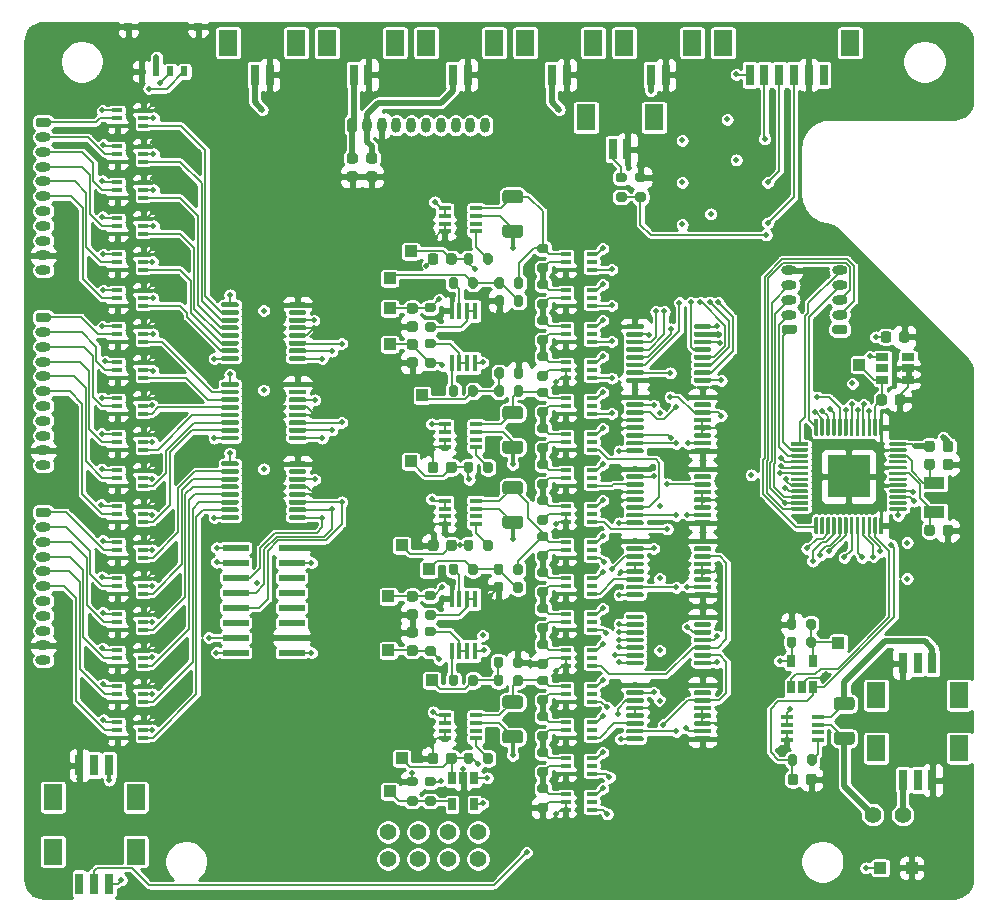
<source format=gbr>
%TF.GenerationSoftware,KiCad,Pcbnew,(5.1.10)-1*%
%TF.CreationDate,2023-09-20T18:37:59-05:00*%
%TF.ProjectId,brs_flight_computer,6272735f-666c-4696-9768-745f636f6d70,A*%
%TF.SameCoordinates,Original*%
%TF.FileFunction,Copper,L1,Top*%
%TF.FilePolarity,Positive*%
%FSLAX46Y46*%
G04 Gerber Fmt 4.6, Leading zero omitted, Abs format (unit mm)*
G04 Created by KiCad (PCBNEW (5.1.10)-1) date 2023-09-20 18:37:59*
%MOMM*%
%LPD*%
G01*
G04 APERTURE LIST*
%TA.AperFunction,SMDPad,CuDef*%
%ADD10R,3.600000X3.600000*%
%TD*%
%TA.AperFunction,SMDPad,CuDef*%
%ADD11R,0.700000X1.800000*%
%TD*%
%TA.AperFunction,SMDPad,CuDef*%
%ADD12R,1.600000X2.200000*%
%TD*%
%TA.AperFunction,SMDPad,CuDef*%
%ADD13R,1.800000X1.000000*%
%TD*%
%TA.AperFunction,SMDPad,CuDef*%
%ADD14R,1.000000X1.000000*%
%TD*%
%TA.AperFunction,ComponentPad*%
%ADD15O,0.800000X1.300000*%
%TD*%
%TA.AperFunction,ComponentPad*%
%ADD16C,1.400000*%
%TD*%
%TA.AperFunction,SMDPad,CuDef*%
%ADD17R,0.650000X1.060000*%
%TD*%
%TA.AperFunction,ComponentPad*%
%ADD18O,1.300000X0.800000*%
%TD*%
%TA.AperFunction,SMDPad,CuDef*%
%ADD19R,0.450000X1.450000*%
%TD*%
%TA.AperFunction,SMDPad,CuDef*%
%ADD20R,0.876300X0.355600*%
%TD*%
%TA.AperFunction,SMDPad,CuDef*%
%ADD21R,2.184400X0.558800*%
%TD*%
%TA.AperFunction,SMDPad,CuDef*%
%ADD22R,1.003300X0.457200*%
%TD*%
%TA.AperFunction,SMDPad,CuDef*%
%ADD23R,1.060000X0.650000*%
%TD*%
%TA.AperFunction,SMDPad,CuDef*%
%ADD24R,0.600000X0.850000*%
%TD*%
%TA.AperFunction,SMDPad,CuDef*%
%ADD25R,0.700000X0.800000*%
%TD*%
%TA.AperFunction,ViaPad*%
%ADD26C,0.508000*%
%TD*%
%TA.AperFunction,Conductor*%
%ADD27C,0.152400*%
%TD*%
%TA.AperFunction,Conductor*%
%ADD28C,0.304800*%
%TD*%
%TA.AperFunction,Conductor*%
%ADD29C,0.508000*%
%TD*%
%TA.AperFunction,Conductor*%
%ADD30C,0.254000*%
%TD*%
%TA.AperFunction,Conductor*%
%ADD31C,0.100000*%
%TD*%
G04 APERTURE END LIST*
%TO.P,U8,1*%
%TO.N,GND*%
%TA.AperFunction,SMDPad,CuDef*%
G36*
G01*
X186190000Y-104066000D02*
X186340000Y-104066000D01*
G75*
G02*
X186415000Y-104141000I0J-75000D01*
G01*
X186415000Y-105466000D01*
G75*
G02*
X186340000Y-105541000I-75000J0D01*
G01*
X186190000Y-105541000D01*
G75*
G02*
X186115000Y-105466000I0J75000D01*
G01*
X186115000Y-104141000D01*
G75*
G02*
X186190000Y-104066000I75000J0D01*
G01*
G37*
%TD.AperFunction*%
%TO.P,U8,2*%
%TO.N,Net-(C111-Pad2)*%
%TA.AperFunction,SMDPad,CuDef*%
G36*
G01*
X185690000Y-104066000D02*
X185840000Y-104066000D01*
G75*
G02*
X185915000Y-104141000I0J-75000D01*
G01*
X185915000Y-105466000D01*
G75*
G02*
X185840000Y-105541000I-75000J0D01*
G01*
X185690000Y-105541000D01*
G75*
G02*
X185615000Y-105466000I0J75000D01*
G01*
X185615000Y-104141000D01*
G75*
G02*
X185690000Y-104066000I75000J0D01*
G01*
G37*
%TD.AperFunction*%
%TO.P,U8,3*%
%TO.N,/Microcontroller/NC_V*%
%TA.AperFunction,SMDPad,CuDef*%
G36*
G01*
X185190000Y-104066000D02*
X185340000Y-104066000D01*
G75*
G02*
X185415000Y-104141000I0J-75000D01*
G01*
X185415000Y-105466000D01*
G75*
G02*
X185340000Y-105541000I-75000J0D01*
G01*
X185190000Y-105541000D01*
G75*
G02*
X185115000Y-105466000I0J75000D01*
G01*
X185115000Y-104141000D01*
G75*
G02*
X185190000Y-104066000I75000J0D01*
G01*
G37*
%TD.AperFunction*%
%TO.P,U8,4*%
%TO.N,/Microcontroller/NO_V*%
%TA.AperFunction,SMDPad,CuDef*%
G36*
G01*
X184690000Y-104066000D02*
X184840000Y-104066000D01*
G75*
G02*
X184915000Y-104141000I0J-75000D01*
G01*
X184915000Y-105466000D01*
G75*
G02*
X184840000Y-105541000I-75000J0D01*
G01*
X184690000Y-105541000D01*
G75*
G02*
X184615000Y-105466000I0J75000D01*
G01*
X184615000Y-104141000D01*
G75*
G02*
X184690000Y-104066000I75000J0D01*
G01*
G37*
%TD.AperFunction*%
%TO.P,U8,5*%
%TO.N,/Microcontroller/UNSET*%
%TA.AperFunction,SMDPad,CuDef*%
G36*
G01*
X184190000Y-104066000D02*
X184340000Y-104066000D01*
G75*
G02*
X184415000Y-104141000I0J-75000D01*
G01*
X184415000Y-105466000D01*
G75*
G02*
X184340000Y-105541000I-75000J0D01*
G01*
X184190000Y-105541000D01*
G75*
G02*
X184115000Y-105466000I0J75000D01*
G01*
X184115000Y-104141000D01*
G75*
G02*
X184190000Y-104066000I75000J0D01*
G01*
G37*
%TD.AperFunction*%
%TO.P,U8,6*%
%TO.N,/Microcontroller/SET*%
%TA.AperFunction,SMDPad,CuDef*%
G36*
G01*
X183690000Y-104066000D02*
X183840000Y-104066000D01*
G75*
G02*
X183915000Y-104141000I0J-75000D01*
G01*
X183915000Y-105466000D01*
G75*
G02*
X183840000Y-105541000I-75000J0D01*
G01*
X183690000Y-105541000D01*
G75*
G02*
X183615000Y-105466000I0J75000D01*
G01*
X183615000Y-104141000D01*
G75*
G02*
X183690000Y-104066000I75000J0D01*
G01*
G37*
%TD.AperFunction*%
%TO.P,U8,7*%
%TO.N,/Microcontroller/MAG_INT*%
%TA.AperFunction,SMDPad,CuDef*%
G36*
G01*
X183190000Y-104066000D02*
X183340000Y-104066000D01*
G75*
G02*
X183415000Y-104141000I0J-75000D01*
G01*
X183415000Y-105466000D01*
G75*
G02*
X183340000Y-105541000I-75000J0D01*
G01*
X183190000Y-105541000D01*
G75*
G02*
X183115000Y-105466000I0J75000D01*
G01*
X183115000Y-104141000D01*
G75*
G02*
X183190000Y-104066000I75000J0D01*
G01*
G37*
%TD.AperFunction*%
%TO.P,U8,8*%
%TO.N,/Curve Tracer/S0_CT*%
%TA.AperFunction,SMDPad,CuDef*%
G36*
G01*
X182690000Y-104066000D02*
X182840000Y-104066000D01*
G75*
G02*
X182915000Y-104141000I0J-75000D01*
G01*
X182915000Y-105466000D01*
G75*
G02*
X182840000Y-105541000I-75000J0D01*
G01*
X182690000Y-105541000D01*
G75*
G02*
X182615000Y-105466000I0J75000D01*
G01*
X182615000Y-104141000D01*
G75*
G02*
X182690000Y-104066000I75000J0D01*
G01*
G37*
%TD.AperFunction*%
%TO.P,U8,9*%
%TO.N,/Curve Tracer/S1_CT*%
%TA.AperFunction,SMDPad,CuDef*%
G36*
G01*
X182190000Y-104066000D02*
X182340000Y-104066000D01*
G75*
G02*
X182415000Y-104141000I0J-75000D01*
G01*
X182415000Y-105466000D01*
G75*
G02*
X182340000Y-105541000I-75000J0D01*
G01*
X182190000Y-105541000D01*
G75*
G02*
X182115000Y-105466000I0J75000D01*
G01*
X182115000Y-104141000D01*
G75*
G02*
X182190000Y-104066000I75000J0D01*
G01*
G37*
%TD.AperFunction*%
%TO.P,U8,10*%
%TO.N,/Curve Tracer/READ_CURRENT*%
%TA.AperFunction,SMDPad,CuDef*%
G36*
G01*
X181690000Y-104066000D02*
X181840000Y-104066000D01*
G75*
G02*
X181915000Y-104141000I0J-75000D01*
G01*
X181915000Y-105466000D01*
G75*
G02*
X181840000Y-105541000I-75000J0D01*
G01*
X181690000Y-105541000D01*
G75*
G02*
X181615000Y-105466000I0J75000D01*
G01*
X181615000Y-104141000D01*
G75*
G02*
X181690000Y-104066000I75000J0D01*
G01*
G37*
%TD.AperFunction*%
%TO.P,U8,11*%
%TO.N,/Curve Tracer/READ_VOLTAGE*%
%TA.AperFunction,SMDPad,CuDef*%
G36*
G01*
X181190000Y-104066000D02*
X181340000Y-104066000D01*
G75*
G02*
X181415000Y-104141000I0J-75000D01*
G01*
X181415000Y-105466000D01*
G75*
G02*
X181340000Y-105541000I-75000J0D01*
G01*
X181190000Y-105541000D01*
G75*
G02*
X181115000Y-105466000I0J75000D01*
G01*
X181115000Y-104141000D01*
G75*
G02*
X181190000Y-104066000I75000J0D01*
G01*
G37*
%TD.AperFunction*%
%TO.P,U8,12*%
%TO.N,TDO*%
%TA.AperFunction,SMDPad,CuDef*%
G36*
G01*
X180690000Y-104066000D02*
X180840000Y-104066000D01*
G75*
G02*
X180915000Y-104141000I0J-75000D01*
G01*
X180915000Y-105466000D01*
G75*
G02*
X180840000Y-105541000I-75000J0D01*
G01*
X180690000Y-105541000D01*
G75*
G02*
X180615000Y-105466000I0J75000D01*
G01*
X180615000Y-104141000D01*
G75*
G02*
X180690000Y-104066000I75000J0D01*
G01*
G37*
%TD.AperFunction*%
%TO.P,U8,13*%
%TO.N,TDI*%
%TA.AperFunction,SMDPad,CuDef*%
G36*
G01*
X178690000Y-106066000D02*
X180015000Y-106066000D01*
G75*
G02*
X180090000Y-106141000I0J-75000D01*
G01*
X180090000Y-106291000D01*
G75*
G02*
X180015000Y-106366000I-75000J0D01*
G01*
X178690000Y-106366000D01*
G75*
G02*
X178615000Y-106291000I0J75000D01*
G01*
X178615000Y-106141000D01*
G75*
G02*
X178690000Y-106066000I75000J0D01*
G01*
G37*
%TD.AperFunction*%
%TO.P,U8,14*%
%TO.N,TMS*%
%TA.AperFunction,SMDPad,CuDef*%
G36*
G01*
X178690000Y-106566000D02*
X180015000Y-106566000D01*
G75*
G02*
X180090000Y-106641000I0J-75000D01*
G01*
X180090000Y-106791000D01*
G75*
G02*
X180015000Y-106866000I-75000J0D01*
G01*
X178690000Y-106866000D01*
G75*
G02*
X178615000Y-106791000I0J75000D01*
G01*
X178615000Y-106641000D01*
G75*
G02*
X178690000Y-106566000I75000J0D01*
G01*
G37*
%TD.AperFunction*%
%TO.P,U8,15*%
%TO.N,TCK*%
%TA.AperFunction,SMDPad,CuDef*%
G36*
G01*
X178690000Y-107066000D02*
X180015000Y-107066000D01*
G75*
G02*
X180090000Y-107141000I0J-75000D01*
G01*
X180090000Y-107291000D01*
G75*
G02*
X180015000Y-107366000I-75000J0D01*
G01*
X178690000Y-107366000D01*
G75*
G02*
X178615000Y-107291000I0J75000D01*
G01*
X178615000Y-107141000D01*
G75*
G02*
X178690000Y-107066000I75000J0D01*
G01*
G37*
%TD.AperFunction*%
%TO.P,U8,16*%
%TO.N,/EPS Connections/READ_BUSS*%
%TA.AperFunction,SMDPad,CuDef*%
G36*
G01*
X178690000Y-107566000D02*
X180015000Y-107566000D01*
G75*
G02*
X180090000Y-107641000I0J-75000D01*
G01*
X180090000Y-107791000D01*
G75*
G02*
X180015000Y-107866000I-75000J0D01*
G01*
X178690000Y-107866000D01*
G75*
G02*
X178615000Y-107791000I0J75000D01*
G01*
X178615000Y-107641000D01*
G75*
G02*
X178690000Y-107566000I75000J0D01*
G01*
G37*
%TD.AperFunction*%
%TO.P,U8,17*%
%TO.N,/Microcontroller/LADDER_CLOCK*%
%TA.AperFunction,SMDPad,CuDef*%
G36*
G01*
X178690000Y-108066000D02*
X180015000Y-108066000D01*
G75*
G02*
X180090000Y-108141000I0J-75000D01*
G01*
X180090000Y-108291000D01*
G75*
G02*
X180015000Y-108366000I-75000J0D01*
G01*
X178690000Y-108366000D01*
G75*
G02*
X178615000Y-108291000I0J75000D01*
G01*
X178615000Y-108141000D01*
G75*
G02*
X178690000Y-108066000I75000J0D01*
G01*
G37*
%TD.AperFunction*%
%TO.P,U8,18*%
%TO.N,/Microcontroller/TRACE_DIR*%
%TA.AperFunction,SMDPad,CuDef*%
G36*
G01*
X178690000Y-108566000D02*
X180015000Y-108566000D01*
G75*
G02*
X180090000Y-108641000I0J-75000D01*
G01*
X180090000Y-108791000D01*
G75*
G02*
X180015000Y-108866000I-75000J0D01*
G01*
X178690000Y-108866000D01*
G75*
G02*
X178615000Y-108791000I0J75000D01*
G01*
X178615000Y-108641000D01*
G75*
G02*
X178690000Y-108566000I75000J0D01*
G01*
G37*
%TD.AperFunction*%
%TO.P,U8,19*%
%TO.N,Net-(U8-Pad19)*%
%TA.AperFunction,SMDPad,CuDef*%
G36*
G01*
X178690000Y-109066000D02*
X180015000Y-109066000D01*
G75*
G02*
X180090000Y-109141000I0J-75000D01*
G01*
X180090000Y-109291000D01*
G75*
G02*
X180015000Y-109366000I-75000J0D01*
G01*
X178690000Y-109366000D01*
G75*
G02*
X178615000Y-109291000I0J75000D01*
G01*
X178615000Y-109141000D01*
G75*
G02*
X178690000Y-109066000I75000J0D01*
G01*
G37*
%TD.AperFunction*%
%TO.P,U8,20*%
%TO.N,/EPS Connections/TX*%
%TA.AperFunction,SMDPad,CuDef*%
G36*
G01*
X178690000Y-109566000D02*
X180015000Y-109566000D01*
G75*
G02*
X180090000Y-109641000I0J-75000D01*
G01*
X180090000Y-109791000D01*
G75*
G02*
X180015000Y-109866000I-75000J0D01*
G01*
X178690000Y-109866000D01*
G75*
G02*
X178615000Y-109791000I0J75000D01*
G01*
X178615000Y-109641000D01*
G75*
G02*
X178690000Y-109566000I75000J0D01*
G01*
G37*
%TD.AperFunction*%
%TO.P,U8,21*%
%TO.N,/EPS Connections/RX*%
%TA.AperFunction,SMDPad,CuDef*%
G36*
G01*
X178690000Y-110066000D02*
X180015000Y-110066000D01*
G75*
G02*
X180090000Y-110141000I0J-75000D01*
G01*
X180090000Y-110291000D01*
G75*
G02*
X180015000Y-110366000I-75000J0D01*
G01*
X178690000Y-110366000D01*
G75*
G02*
X178615000Y-110291000I0J75000D01*
G01*
X178615000Y-110141000D01*
G75*
G02*
X178690000Y-110066000I75000J0D01*
G01*
G37*
%TD.AperFunction*%
%TO.P,U8,22*%
%TO.N,TEST*%
%TA.AperFunction,SMDPad,CuDef*%
G36*
G01*
X178690000Y-110566000D02*
X180015000Y-110566000D01*
G75*
G02*
X180090000Y-110641000I0J-75000D01*
G01*
X180090000Y-110791000D01*
G75*
G02*
X180015000Y-110866000I-75000J0D01*
G01*
X178690000Y-110866000D01*
G75*
G02*
X178615000Y-110791000I0J75000D01*
G01*
X178615000Y-110641000D01*
G75*
G02*
X178690000Y-110566000I75000J0D01*
G01*
G37*
%TD.AperFunction*%
%TO.P,U8,23*%
%TO.N,PAYLOAD_RST*%
%TA.AperFunction,SMDPad,CuDef*%
G36*
G01*
X178690000Y-111066000D02*
X180015000Y-111066000D01*
G75*
G02*
X180090000Y-111141000I0J-75000D01*
G01*
X180090000Y-111291000D01*
G75*
G02*
X180015000Y-111366000I-75000J0D01*
G01*
X178690000Y-111366000D01*
G75*
G02*
X178615000Y-111291000I0J75000D01*
G01*
X178615000Y-111141000D01*
G75*
G02*
X178690000Y-111066000I75000J0D01*
G01*
G37*
%TD.AperFunction*%
%TO.P,U8,24*%
%TO.N,TX_OUT*%
%TA.AperFunction,SMDPad,CuDef*%
G36*
G01*
X178690000Y-111566000D02*
X180015000Y-111566000D01*
G75*
G02*
X180090000Y-111641000I0J-75000D01*
G01*
X180090000Y-111791000D01*
G75*
G02*
X180015000Y-111866000I-75000J0D01*
G01*
X178690000Y-111866000D01*
G75*
G02*
X178615000Y-111791000I0J75000D01*
G01*
X178615000Y-111641000D01*
G75*
G02*
X178690000Y-111566000I75000J0D01*
G01*
G37*
%TD.AperFunction*%
%TO.P,U8,25*%
%TO.N,RX_IN*%
%TA.AperFunction,SMDPad,CuDef*%
G36*
G01*
X180690000Y-112391000D02*
X180840000Y-112391000D01*
G75*
G02*
X180915000Y-112466000I0J-75000D01*
G01*
X180915000Y-113791000D01*
G75*
G02*
X180840000Y-113866000I-75000J0D01*
G01*
X180690000Y-113866000D01*
G75*
G02*
X180615000Y-113791000I0J75000D01*
G01*
X180615000Y-112466000D01*
G75*
G02*
X180690000Y-112391000I75000J0D01*
G01*
G37*
%TD.AperFunction*%
%TO.P,U8,26*%
%TO.N,Net-(U8-Pad26)*%
%TA.AperFunction,SMDPad,CuDef*%
G36*
G01*
X181190000Y-112391000D02*
X181340000Y-112391000D01*
G75*
G02*
X181415000Y-112466000I0J-75000D01*
G01*
X181415000Y-113791000D01*
G75*
G02*
X181340000Y-113866000I-75000J0D01*
G01*
X181190000Y-113866000D01*
G75*
G02*
X181115000Y-113791000I0J75000D01*
G01*
X181115000Y-112466000D01*
G75*
G02*
X181190000Y-112391000I75000J0D01*
G01*
G37*
%TD.AperFunction*%
%TO.P,U8,27*%
%TO.N,/Microcontroller/CT_GOOD*%
%TA.AperFunction,SMDPad,CuDef*%
G36*
G01*
X181690000Y-112391000D02*
X181840000Y-112391000D01*
G75*
G02*
X181915000Y-112466000I0J-75000D01*
G01*
X181915000Y-113791000D01*
G75*
G02*
X181840000Y-113866000I-75000J0D01*
G01*
X181690000Y-113866000D01*
G75*
G02*
X181615000Y-113791000I0J75000D01*
G01*
X181615000Y-112466000D01*
G75*
G02*
X181690000Y-112391000I75000J0D01*
G01*
G37*
%TD.AperFunction*%
%TO.P,U8,28*%
%TO.N,/Curve Tracer/GAAS_ON*%
%TA.AperFunction,SMDPad,CuDef*%
G36*
G01*
X182190000Y-112391000D02*
X182340000Y-112391000D01*
G75*
G02*
X182415000Y-112466000I0J-75000D01*
G01*
X182415000Y-113791000D01*
G75*
G02*
X182340000Y-113866000I-75000J0D01*
G01*
X182190000Y-113866000D01*
G75*
G02*
X182115000Y-113791000I0J75000D01*
G01*
X182115000Y-112466000D01*
G75*
G02*
X182190000Y-112391000I75000J0D01*
G01*
G37*
%TD.AperFunction*%
%TO.P,U8,29*%
%TO.N,/Ground Switcher/MUX_GOOD*%
%TA.AperFunction,SMDPad,CuDef*%
G36*
G01*
X182690000Y-112391000D02*
X182840000Y-112391000D01*
G75*
G02*
X182915000Y-112466000I0J-75000D01*
G01*
X182915000Y-113791000D01*
G75*
G02*
X182840000Y-113866000I-75000J0D01*
G01*
X182690000Y-113866000D01*
G75*
G02*
X182615000Y-113791000I0J75000D01*
G01*
X182615000Y-112466000D01*
G75*
G02*
X182690000Y-112391000I75000J0D01*
G01*
G37*
%TD.AperFunction*%
%TO.P,U8,30*%
%TO.N,/Ground Switcher/MUX_CLOCK*%
%TA.AperFunction,SMDPad,CuDef*%
G36*
G01*
X183190000Y-112391000D02*
X183340000Y-112391000D01*
G75*
G02*
X183415000Y-112466000I0J-75000D01*
G01*
X183415000Y-113791000D01*
G75*
G02*
X183340000Y-113866000I-75000J0D01*
G01*
X183190000Y-113866000D01*
G75*
G02*
X183115000Y-113791000I0J75000D01*
G01*
X183115000Y-112466000D01*
G75*
G02*
X183190000Y-112391000I75000J0D01*
G01*
G37*
%TD.AperFunction*%
%TO.P,U8,31*%
%TO.N,/Ground Switcher/SDA*%
%TA.AperFunction,SMDPad,CuDef*%
G36*
G01*
X183690000Y-112391000D02*
X183840000Y-112391000D01*
G75*
G02*
X183915000Y-112466000I0J-75000D01*
G01*
X183915000Y-113791000D01*
G75*
G02*
X183840000Y-113866000I-75000J0D01*
G01*
X183690000Y-113866000D01*
G75*
G02*
X183615000Y-113791000I0J75000D01*
G01*
X183615000Y-112466000D01*
G75*
G02*
X183690000Y-112391000I75000J0D01*
G01*
G37*
%TD.AperFunction*%
%TO.P,U8,32*%
%TO.N,/Ground Switcher/SCL*%
%TA.AperFunction,SMDPad,CuDef*%
G36*
G01*
X184190000Y-112391000D02*
X184340000Y-112391000D01*
G75*
G02*
X184415000Y-112466000I0J-75000D01*
G01*
X184415000Y-113791000D01*
G75*
G02*
X184340000Y-113866000I-75000J0D01*
G01*
X184190000Y-113866000D01*
G75*
G02*
X184115000Y-113791000I0J75000D01*
G01*
X184115000Y-112466000D01*
G75*
G02*
X184190000Y-112391000I75000J0D01*
G01*
G37*
%TD.AperFunction*%
%TO.P,U8,33*%
%TO.N,/Ground Switcher/GAAS_TEMP*%
%TA.AperFunction,SMDPad,CuDef*%
G36*
G01*
X184690000Y-112391000D02*
X184840000Y-112391000D01*
G75*
G02*
X184915000Y-112466000I0J-75000D01*
G01*
X184915000Y-113791000D01*
G75*
G02*
X184840000Y-113866000I-75000J0D01*
G01*
X184690000Y-113866000D01*
G75*
G02*
X184615000Y-113791000I0J75000D01*
G01*
X184615000Y-112466000D01*
G75*
G02*
X184690000Y-112391000I75000J0D01*
G01*
G37*
%TD.AperFunction*%
%TO.P,U8,34*%
%TO.N,/EPS Connections/BUSY*%
%TA.AperFunction,SMDPad,CuDef*%
G36*
G01*
X185190000Y-112391000D02*
X185340000Y-112391000D01*
G75*
G02*
X185415000Y-112466000I0J-75000D01*
G01*
X185415000Y-113791000D01*
G75*
G02*
X185340000Y-113866000I-75000J0D01*
G01*
X185190000Y-113866000D01*
G75*
G02*
X185115000Y-113791000I0J75000D01*
G01*
X185115000Y-112466000D01*
G75*
G02*
X185190000Y-112391000I75000J0D01*
G01*
G37*
%TD.AperFunction*%
%TO.P,U8,35*%
%TO.N,/Passive ADCS/PANEL_3_CURRENT*%
%TA.AperFunction,SMDPad,CuDef*%
G36*
G01*
X185690000Y-112391000D02*
X185840000Y-112391000D01*
G75*
G02*
X185915000Y-112466000I0J-75000D01*
G01*
X185915000Y-113791000D01*
G75*
G02*
X185840000Y-113866000I-75000J0D01*
G01*
X185690000Y-113866000D01*
G75*
G02*
X185615000Y-113791000I0J75000D01*
G01*
X185615000Y-112466000D01*
G75*
G02*
X185690000Y-112391000I75000J0D01*
G01*
G37*
%TD.AperFunction*%
%TO.P,U8,36*%
%TO.N,GND*%
%TA.AperFunction,SMDPad,CuDef*%
G36*
G01*
X186190000Y-112391000D02*
X186340000Y-112391000D01*
G75*
G02*
X186415000Y-112466000I0J-75000D01*
G01*
X186415000Y-113791000D01*
G75*
G02*
X186340000Y-113866000I-75000J0D01*
G01*
X186190000Y-113866000D01*
G75*
G02*
X186115000Y-113791000I0J75000D01*
G01*
X186115000Y-112466000D01*
G75*
G02*
X186190000Y-112391000I75000J0D01*
G01*
G37*
%TD.AperFunction*%
%TO.P,U8,37*%
%TO.N,+3V3*%
%TA.AperFunction,SMDPad,CuDef*%
G36*
G01*
X187015000Y-111566000D02*
X188340000Y-111566000D01*
G75*
G02*
X188415000Y-111641000I0J-75000D01*
G01*
X188415000Y-111791000D01*
G75*
G02*
X188340000Y-111866000I-75000J0D01*
G01*
X187015000Y-111866000D01*
G75*
G02*
X186940000Y-111791000I0J75000D01*
G01*
X186940000Y-111641000D01*
G75*
G02*
X187015000Y-111566000I75000J0D01*
G01*
G37*
%TD.AperFunction*%
%TO.P,U8,38*%
%TO.N,Net-(U8-Pad38)*%
%TA.AperFunction,SMDPad,CuDef*%
G36*
G01*
X187015000Y-111066000D02*
X188340000Y-111066000D01*
G75*
G02*
X188415000Y-111141000I0J-75000D01*
G01*
X188415000Y-111291000D01*
G75*
G02*
X188340000Y-111366000I-75000J0D01*
G01*
X187015000Y-111366000D01*
G75*
G02*
X186940000Y-111291000I0J75000D01*
G01*
X186940000Y-111141000D01*
G75*
G02*
X187015000Y-111066000I75000J0D01*
G01*
G37*
%TD.AperFunction*%
%TO.P,U8,39*%
%TO.N,/Ground Switcher/MUX_RESET*%
%TA.AperFunction,SMDPad,CuDef*%
G36*
G01*
X187015000Y-110566000D02*
X188340000Y-110566000D01*
G75*
G02*
X188415000Y-110641000I0J-75000D01*
G01*
X188415000Y-110791000D01*
G75*
G02*
X188340000Y-110866000I-75000J0D01*
G01*
X187015000Y-110866000D01*
G75*
G02*
X186940000Y-110791000I0J75000D01*
G01*
X186940000Y-110641000D01*
G75*
G02*
X187015000Y-110566000I75000J0D01*
G01*
G37*
%TD.AperFunction*%
%TO.P,U8,40*%
%TO.N,/Microcontroller/PANEL_3_CURRENT_V*%
%TA.AperFunction,SMDPad,CuDef*%
G36*
G01*
X187015000Y-110066000D02*
X188340000Y-110066000D01*
G75*
G02*
X188415000Y-110141000I0J-75000D01*
G01*
X188415000Y-110291000D01*
G75*
G02*
X188340000Y-110366000I-75000J0D01*
G01*
X187015000Y-110366000D01*
G75*
G02*
X186940000Y-110291000I0J75000D01*
G01*
X186940000Y-110141000D01*
G75*
G02*
X187015000Y-110066000I75000J0D01*
G01*
G37*
%TD.AperFunction*%
%TO.P,U8,41*%
%TO.N,GND*%
%TA.AperFunction,SMDPad,CuDef*%
G36*
G01*
X187015000Y-109566000D02*
X188340000Y-109566000D01*
G75*
G02*
X188415000Y-109641000I0J-75000D01*
G01*
X188415000Y-109791000D01*
G75*
G02*
X188340000Y-109866000I-75000J0D01*
G01*
X187015000Y-109866000D01*
G75*
G02*
X186940000Y-109791000I0J75000D01*
G01*
X186940000Y-109641000D01*
G75*
G02*
X187015000Y-109566000I75000J0D01*
G01*
G37*
%TD.AperFunction*%
%TO.P,U8,42*%
%TO.N,Net-(U8-Pad42)*%
%TA.AperFunction,SMDPad,CuDef*%
G36*
G01*
X187015000Y-109066000D02*
X188340000Y-109066000D01*
G75*
G02*
X188415000Y-109141000I0J-75000D01*
G01*
X188415000Y-109291000D01*
G75*
G02*
X188340000Y-109366000I-75000J0D01*
G01*
X187015000Y-109366000D01*
G75*
G02*
X186940000Y-109291000I0J75000D01*
G01*
X186940000Y-109141000D01*
G75*
G02*
X187015000Y-109066000I75000J0D01*
G01*
G37*
%TD.AperFunction*%
%TO.P,U8,43*%
%TO.N,Net-(C12-Pad1)*%
%TA.AperFunction,SMDPad,CuDef*%
G36*
G01*
X187015000Y-108566000D02*
X188340000Y-108566000D01*
G75*
G02*
X188415000Y-108641000I0J-75000D01*
G01*
X188415000Y-108791000D01*
G75*
G02*
X188340000Y-108866000I-75000J0D01*
G01*
X187015000Y-108866000D01*
G75*
G02*
X186940000Y-108791000I0J75000D01*
G01*
X186940000Y-108641000D01*
G75*
G02*
X187015000Y-108566000I75000J0D01*
G01*
G37*
%TD.AperFunction*%
%TO.P,U8,44*%
%TO.N,GND*%
%TA.AperFunction,SMDPad,CuDef*%
G36*
G01*
X187015000Y-108066000D02*
X188340000Y-108066000D01*
G75*
G02*
X188415000Y-108141000I0J-75000D01*
G01*
X188415000Y-108291000D01*
G75*
G02*
X188340000Y-108366000I-75000J0D01*
G01*
X187015000Y-108366000D01*
G75*
G02*
X186940000Y-108291000I0J75000D01*
G01*
X186940000Y-108141000D01*
G75*
G02*
X187015000Y-108066000I75000J0D01*
G01*
G37*
%TD.AperFunction*%
%TO.P,U8,45*%
%TO.N,Net-(U8-Pad45)*%
%TA.AperFunction,SMDPad,CuDef*%
G36*
G01*
X187015000Y-107566000D02*
X188340000Y-107566000D01*
G75*
G02*
X188415000Y-107641000I0J-75000D01*
G01*
X188415000Y-107791000D01*
G75*
G02*
X188340000Y-107866000I-75000J0D01*
G01*
X187015000Y-107866000D01*
G75*
G02*
X186940000Y-107791000I0J75000D01*
G01*
X186940000Y-107641000D01*
G75*
G02*
X187015000Y-107566000I75000J0D01*
G01*
G37*
%TD.AperFunction*%
%TO.P,U8,46*%
%TO.N,Net-(C13-Pad2)*%
%TA.AperFunction,SMDPad,CuDef*%
G36*
G01*
X187015000Y-107066000D02*
X188340000Y-107066000D01*
G75*
G02*
X188415000Y-107141000I0J-75000D01*
G01*
X188415000Y-107291000D01*
G75*
G02*
X188340000Y-107366000I-75000J0D01*
G01*
X187015000Y-107366000D01*
G75*
G02*
X186940000Y-107291000I0J75000D01*
G01*
X186940000Y-107141000D01*
G75*
G02*
X187015000Y-107066000I75000J0D01*
G01*
G37*
%TD.AperFunction*%
%TO.P,U8,47*%
%TO.N,GND*%
%TA.AperFunction,SMDPad,CuDef*%
G36*
G01*
X187015000Y-106566000D02*
X188340000Y-106566000D01*
G75*
G02*
X188415000Y-106641000I0J-75000D01*
G01*
X188415000Y-106791000D01*
G75*
G02*
X188340000Y-106866000I-75000J0D01*
G01*
X187015000Y-106866000D01*
G75*
G02*
X186940000Y-106791000I0J75000D01*
G01*
X186940000Y-106641000D01*
G75*
G02*
X187015000Y-106566000I75000J0D01*
G01*
G37*
%TD.AperFunction*%
%TO.P,U8,48*%
%TO.N,VAA*%
%TA.AperFunction,SMDPad,CuDef*%
G36*
G01*
X187015000Y-106066000D02*
X188340000Y-106066000D01*
G75*
G02*
X188415000Y-106141000I0J-75000D01*
G01*
X188415000Y-106291000D01*
G75*
G02*
X188340000Y-106366000I-75000J0D01*
G01*
X187015000Y-106366000D01*
G75*
G02*
X186940000Y-106291000I0J75000D01*
G01*
X186940000Y-106141000D01*
G75*
G02*
X187015000Y-106066000I75000J0D01*
G01*
G37*
%TD.AperFunction*%
D10*
%TO.P,U8,49*%
%TO.N,GND*%
X183515000Y-108966000D03*
%TD*%
D11*
%TO.P,J4,2*%
%TO.N,Net-(J4-Pad2)*%
X163522500Y-81269500D03*
%TO.P,J4,1*%
%TO.N,GND*%
X164772500Y-81269500D03*
D12*
%TO.P,J4,MP*%
%TO.N,N/C*%
X167022500Y-78569500D03*
X161272500Y-78569500D03*
%TD*%
%TO.P,U5,16*%
%TO.N,+3V3*%
%TA.AperFunction,SMDPad,CuDef*%
G36*
G01*
X131860000Y-105616500D02*
X131860000Y-105816500D01*
G75*
G02*
X131760000Y-105916500I-100000J0D01*
G01*
X130485000Y-105916500D01*
G75*
G02*
X130385000Y-105816500I0J100000D01*
G01*
X130385000Y-105616500D01*
G75*
G02*
X130485000Y-105516500I100000J0D01*
G01*
X131760000Y-105516500D01*
G75*
G02*
X131860000Y-105616500I0J-100000D01*
G01*
G37*
%TD.AperFunction*%
%TO.P,U5,15*%
%TO.N,Net-(U5-Pad15)*%
%TA.AperFunction,SMDPad,CuDef*%
G36*
G01*
X131860000Y-104966500D02*
X131860000Y-105166500D01*
G75*
G02*
X131760000Y-105266500I-100000J0D01*
G01*
X130485000Y-105266500D01*
G75*
G02*
X130385000Y-105166500I0J100000D01*
G01*
X130385000Y-104966500D01*
G75*
G02*
X130485000Y-104866500I100000J0D01*
G01*
X131760000Y-104866500D01*
G75*
G02*
X131860000Y-104966500I0J-100000D01*
G01*
G37*
%TD.AperFunction*%
%TO.P,U5,14*%
%TO.N,Net-(U5-Pad14)*%
%TA.AperFunction,SMDPad,CuDef*%
G36*
G01*
X131860000Y-104316500D02*
X131860000Y-104516500D01*
G75*
G02*
X131760000Y-104616500I-100000J0D01*
G01*
X130485000Y-104616500D01*
G75*
G02*
X130385000Y-104516500I0J100000D01*
G01*
X130385000Y-104316500D01*
G75*
G02*
X130485000Y-104216500I100000J0D01*
G01*
X131760000Y-104216500D01*
G75*
G02*
X131860000Y-104316500I0J-100000D01*
G01*
G37*
%TD.AperFunction*%
%TO.P,U5,13*%
%TO.N,Net-(U49-Pad1)*%
%TA.AperFunction,SMDPad,CuDef*%
G36*
G01*
X131860000Y-103666500D02*
X131860000Y-103866500D01*
G75*
G02*
X131760000Y-103966500I-100000J0D01*
G01*
X130485000Y-103966500D01*
G75*
G02*
X130385000Y-103866500I0J100000D01*
G01*
X130385000Y-103666500D01*
G75*
G02*
X130485000Y-103566500I100000J0D01*
G01*
X131760000Y-103566500D01*
G75*
G02*
X131860000Y-103666500I0J-100000D01*
G01*
G37*
%TD.AperFunction*%
%TO.P,U5,12*%
%TO.N,Net-(U5-Pad12)*%
%TA.AperFunction,SMDPad,CuDef*%
G36*
G01*
X131860000Y-103016500D02*
X131860000Y-103216500D01*
G75*
G02*
X131760000Y-103316500I-100000J0D01*
G01*
X130485000Y-103316500D01*
G75*
G02*
X130385000Y-103216500I0J100000D01*
G01*
X130385000Y-103016500D01*
G75*
G02*
X130485000Y-102916500I100000J0D01*
G01*
X131760000Y-102916500D01*
G75*
G02*
X131860000Y-103016500I0J-100000D01*
G01*
G37*
%TD.AperFunction*%
%TO.P,U5,11*%
%TO.N,Net-(U5-Pad11)*%
%TA.AperFunction,SMDPad,CuDef*%
G36*
G01*
X131860000Y-102366500D02*
X131860000Y-102566500D01*
G75*
G02*
X131760000Y-102666500I-100000J0D01*
G01*
X130485000Y-102666500D01*
G75*
G02*
X130385000Y-102566500I0J100000D01*
G01*
X130385000Y-102366500D01*
G75*
G02*
X130485000Y-102266500I100000J0D01*
G01*
X131760000Y-102266500D01*
G75*
G02*
X131860000Y-102366500I0J-100000D01*
G01*
G37*
%TD.AperFunction*%
%TO.P,U5,10*%
%TO.N,Net-(U48-Pad1)*%
%TA.AperFunction,SMDPad,CuDef*%
G36*
G01*
X131860000Y-101716500D02*
X131860000Y-101916500D01*
G75*
G02*
X131760000Y-102016500I-100000J0D01*
G01*
X130485000Y-102016500D01*
G75*
G02*
X130385000Y-101916500I0J100000D01*
G01*
X130385000Y-101716500D01*
G75*
G02*
X130485000Y-101616500I100000J0D01*
G01*
X131760000Y-101616500D01*
G75*
G02*
X131860000Y-101716500I0J-100000D01*
G01*
G37*
%TD.AperFunction*%
%TO.P,U5,9*%
%TO.N,Net-(U5-Pad9)*%
%TA.AperFunction,SMDPad,CuDef*%
G36*
G01*
X131860000Y-101066500D02*
X131860000Y-101266500D01*
G75*
G02*
X131760000Y-101366500I-100000J0D01*
G01*
X130485000Y-101366500D01*
G75*
G02*
X130385000Y-101266500I0J100000D01*
G01*
X130385000Y-101066500D01*
G75*
G02*
X130485000Y-100966500I100000J0D01*
G01*
X131760000Y-100966500D01*
G75*
G02*
X131860000Y-101066500I0J-100000D01*
G01*
G37*
%TD.AperFunction*%
%TO.P,U5,8*%
%TO.N,GND*%
%TA.AperFunction,SMDPad,CuDef*%
G36*
G01*
X137585000Y-101066500D02*
X137585000Y-101266500D01*
G75*
G02*
X137485000Y-101366500I-100000J0D01*
G01*
X136210000Y-101366500D01*
G75*
G02*
X136110000Y-101266500I0J100000D01*
G01*
X136110000Y-101066500D01*
G75*
G02*
X136210000Y-100966500I100000J0D01*
G01*
X137485000Y-100966500D01*
G75*
G02*
X137585000Y-101066500I0J-100000D01*
G01*
G37*
%TD.AperFunction*%
%TO.P,U5,7*%
%TO.N,Net-(U5-Pad7)*%
%TA.AperFunction,SMDPad,CuDef*%
G36*
G01*
X137585000Y-101716500D02*
X137585000Y-101916500D01*
G75*
G02*
X137485000Y-102016500I-100000J0D01*
G01*
X136210000Y-102016500D01*
G75*
G02*
X136110000Y-101916500I0J100000D01*
G01*
X136110000Y-101716500D01*
G75*
G02*
X136210000Y-101616500I100000J0D01*
G01*
X137485000Y-101616500D01*
G75*
G02*
X137585000Y-101716500I0J-100000D01*
G01*
G37*
%TD.AperFunction*%
%TO.P,U5,6*%
%TO.N,+3V3*%
%TA.AperFunction,SMDPad,CuDef*%
G36*
G01*
X137585000Y-102366500D02*
X137585000Y-102566500D01*
G75*
G02*
X137485000Y-102666500I-100000J0D01*
G01*
X136210000Y-102666500D01*
G75*
G02*
X136110000Y-102566500I0J100000D01*
G01*
X136110000Y-102366500D01*
G75*
G02*
X136210000Y-102266500I100000J0D01*
G01*
X137485000Y-102266500D01*
G75*
G02*
X137585000Y-102366500I0J-100000D01*
G01*
G37*
%TD.AperFunction*%
%TO.P,U5,5*%
%TO.N,GND*%
%TA.AperFunction,SMDPad,CuDef*%
G36*
G01*
X137585000Y-103016500D02*
X137585000Y-103216500D01*
G75*
G02*
X137485000Y-103316500I-100000J0D01*
G01*
X136210000Y-103316500D01*
G75*
G02*
X136110000Y-103216500I0J100000D01*
G01*
X136110000Y-103016500D01*
G75*
G02*
X136210000Y-102916500I100000J0D01*
G01*
X137485000Y-102916500D01*
G75*
G02*
X137585000Y-103016500I0J-100000D01*
G01*
G37*
%TD.AperFunction*%
%TO.P,U5,4*%
%TA.AperFunction,SMDPad,CuDef*%
G36*
G01*
X137585000Y-103666500D02*
X137585000Y-103866500D01*
G75*
G02*
X137485000Y-103966500I-100000J0D01*
G01*
X136210000Y-103966500D01*
G75*
G02*
X136110000Y-103866500I0J100000D01*
G01*
X136110000Y-103666500D01*
G75*
G02*
X136210000Y-103566500I100000J0D01*
G01*
X137485000Y-103566500D01*
G75*
G02*
X137585000Y-103666500I0J-100000D01*
G01*
G37*
%TD.AperFunction*%
%TO.P,U5,3*%
%TO.N,Net-(U15-Pad3)*%
%TA.AperFunction,SMDPad,CuDef*%
G36*
G01*
X137585000Y-104316500D02*
X137585000Y-104516500D01*
G75*
G02*
X137485000Y-104616500I-100000J0D01*
G01*
X136210000Y-104616500D01*
G75*
G02*
X136110000Y-104516500I0J100000D01*
G01*
X136110000Y-104316500D01*
G75*
G02*
X136210000Y-104216500I100000J0D01*
G01*
X137485000Y-104216500D01*
G75*
G02*
X137585000Y-104316500I0J-100000D01*
G01*
G37*
%TD.AperFunction*%
%TO.P,U5,2*%
%TO.N,Net-(U15-Pad2)*%
%TA.AperFunction,SMDPad,CuDef*%
G36*
G01*
X137585000Y-104966500D02*
X137585000Y-105166500D01*
G75*
G02*
X137485000Y-105266500I-100000J0D01*
G01*
X136210000Y-105266500D01*
G75*
G02*
X136110000Y-105166500I0J100000D01*
G01*
X136110000Y-104966500D01*
G75*
G02*
X136210000Y-104866500I100000J0D01*
G01*
X137485000Y-104866500D01*
G75*
G02*
X137585000Y-104966500I0J-100000D01*
G01*
G37*
%TD.AperFunction*%
%TO.P,U5,1*%
%TO.N,Net-(U15-Pad1)*%
%TA.AperFunction,SMDPad,CuDef*%
G36*
G01*
X137585000Y-105616500D02*
X137585000Y-105816500D01*
G75*
G02*
X137485000Y-105916500I-100000J0D01*
G01*
X136210000Y-105916500D01*
G75*
G02*
X136110000Y-105816500I0J100000D01*
G01*
X136110000Y-105616500D01*
G75*
G02*
X136210000Y-105516500I100000J0D01*
G01*
X137485000Y-105516500D01*
G75*
G02*
X137585000Y-105616500I0J-100000D01*
G01*
G37*
%TD.AperFunction*%
%TD*%
%TO.P,U15,16*%
%TO.N,+3V3*%
%TA.AperFunction,SMDPad,CuDef*%
G36*
G01*
X131860000Y-112347500D02*
X131860000Y-112547500D01*
G75*
G02*
X131760000Y-112647500I-100000J0D01*
G01*
X130485000Y-112647500D01*
G75*
G02*
X130385000Y-112547500I0J100000D01*
G01*
X130385000Y-112347500D01*
G75*
G02*
X130485000Y-112247500I100000J0D01*
G01*
X131760000Y-112247500D01*
G75*
G02*
X131860000Y-112347500I0J-100000D01*
G01*
G37*
%TD.AperFunction*%
%TO.P,U15,15*%
%TO.N,Net-(U15-Pad15)*%
%TA.AperFunction,SMDPad,CuDef*%
G36*
G01*
X131860000Y-111697500D02*
X131860000Y-111897500D01*
G75*
G02*
X131760000Y-111997500I-100000J0D01*
G01*
X130485000Y-111997500D01*
G75*
G02*
X130385000Y-111897500I0J100000D01*
G01*
X130385000Y-111697500D01*
G75*
G02*
X130485000Y-111597500I100000J0D01*
G01*
X131760000Y-111597500D01*
G75*
G02*
X131860000Y-111697500I0J-100000D01*
G01*
G37*
%TD.AperFunction*%
%TO.P,U15,14*%
%TO.N,Net-(U15-Pad14)*%
%TA.AperFunction,SMDPad,CuDef*%
G36*
G01*
X131860000Y-111047500D02*
X131860000Y-111247500D01*
G75*
G02*
X131760000Y-111347500I-100000J0D01*
G01*
X130485000Y-111347500D01*
G75*
G02*
X130385000Y-111247500I0J100000D01*
G01*
X130385000Y-111047500D01*
G75*
G02*
X130485000Y-110947500I100000J0D01*
G01*
X131760000Y-110947500D01*
G75*
G02*
X131860000Y-111047500I0J-100000D01*
G01*
G37*
%TD.AperFunction*%
%TO.P,U15,13*%
%TO.N,Net-(U15-Pad13)*%
%TA.AperFunction,SMDPad,CuDef*%
G36*
G01*
X131860000Y-110397500D02*
X131860000Y-110597500D01*
G75*
G02*
X131760000Y-110697500I-100000J0D01*
G01*
X130485000Y-110697500D01*
G75*
G02*
X130385000Y-110597500I0J100000D01*
G01*
X130385000Y-110397500D01*
G75*
G02*
X130485000Y-110297500I100000J0D01*
G01*
X131760000Y-110297500D01*
G75*
G02*
X131860000Y-110397500I0J-100000D01*
G01*
G37*
%TD.AperFunction*%
%TO.P,U15,12*%
%TO.N,Net-(U15-Pad12)*%
%TA.AperFunction,SMDPad,CuDef*%
G36*
G01*
X131860000Y-109747500D02*
X131860000Y-109947500D01*
G75*
G02*
X131760000Y-110047500I-100000J0D01*
G01*
X130485000Y-110047500D01*
G75*
G02*
X130385000Y-109947500I0J100000D01*
G01*
X130385000Y-109747500D01*
G75*
G02*
X130485000Y-109647500I100000J0D01*
G01*
X131760000Y-109647500D01*
G75*
G02*
X131860000Y-109747500I0J-100000D01*
G01*
G37*
%TD.AperFunction*%
%TO.P,U15,11*%
%TO.N,Net-(U15-Pad11)*%
%TA.AperFunction,SMDPad,CuDef*%
G36*
G01*
X131860000Y-109097500D02*
X131860000Y-109297500D01*
G75*
G02*
X131760000Y-109397500I-100000J0D01*
G01*
X130485000Y-109397500D01*
G75*
G02*
X130385000Y-109297500I0J100000D01*
G01*
X130385000Y-109097500D01*
G75*
G02*
X130485000Y-108997500I100000J0D01*
G01*
X131760000Y-108997500D01*
G75*
G02*
X131860000Y-109097500I0J-100000D01*
G01*
G37*
%TD.AperFunction*%
%TO.P,U15,10*%
%TO.N,Net-(U15-Pad10)*%
%TA.AperFunction,SMDPad,CuDef*%
G36*
G01*
X131860000Y-108447500D02*
X131860000Y-108647500D01*
G75*
G02*
X131760000Y-108747500I-100000J0D01*
G01*
X130485000Y-108747500D01*
G75*
G02*
X130385000Y-108647500I0J100000D01*
G01*
X130385000Y-108447500D01*
G75*
G02*
X130485000Y-108347500I100000J0D01*
G01*
X131760000Y-108347500D01*
G75*
G02*
X131860000Y-108447500I0J-100000D01*
G01*
G37*
%TD.AperFunction*%
%TO.P,U15,9*%
%TO.N,Net-(U15-Pad9)*%
%TA.AperFunction,SMDPad,CuDef*%
G36*
G01*
X131860000Y-107797500D02*
X131860000Y-107997500D01*
G75*
G02*
X131760000Y-108097500I-100000J0D01*
G01*
X130485000Y-108097500D01*
G75*
G02*
X130385000Y-107997500I0J100000D01*
G01*
X130385000Y-107797500D01*
G75*
G02*
X130485000Y-107697500I100000J0D01*
G01*
X131760000Y-107697500D01*
G75*
G02*
X131860000Y-107797500I0J-100000D01*
G01*
G37*
%TD.AperFunction*%
%TO.P,U15,8*%
%TO.N,GND*%
%TA.AperFunction,SMDPad,CuDef*%
G36*
G01*
X137585000Y-107797500D02*
X137585000Y-107997500D01*
G75*
G02*
X137485000Y-108097500I-100000J0D01*
G01*
X136210000Y-108097500D01*
G75*
G02*
X136110000Y-107997500I0J100000D01*
G01*
X136110000Y-107797500D01*
G75*
G02*
X136210000Y-107697500I100000J0D01*
G01*
X137485000Y-107697500D01*
G75*
G02*
X137585000Y-107797500I0J-100000D01*
G01*
G37*
%TD.AperFunction*%
%TO.P,U15,7*%
%TO.N,Net-(U15-Pad7)*%
%TA.AperFunction,SMDPad,CuDef*%
G36*
G01*
X137585000Y-108447500D02*
X137585000Y-108647500D01*
G75*
G02*
X137485000Y-108747500I-100000J0D01*
G01*
X136210000Y-108747500D01*
G75*
G02*
X136110000Y-108647500I0J100000D01*
G01*
X136110000Y-108447500D01*
G75*
G02*
X136210000Y-108347500I100000J0D01*
G01*
X137485000Y-108347500D01*
G75*
G02*
X137585000Y-108447500I0J-100000D01*
G01*
G37*
%TD.AperFunction*%
%TO.P,U15,6*%
%TO.N,+3V3*%
%TA.AperFunction,SMDPad,CuDef*%
G36*
G01*
X137585000Y-109097500D02*
X137585000Y-109297500D01*
G75*
G02*
X137485000Y-109397500I-100000J0D01*
G01*
X136210000Y-109397500D01*
G75*
G02*
X136110000Y-109297500I0J100000D01*
G01*
X136110000Y-109097500D01*
G75*
G02*
X136210000Y-108997500I100000J0D01*
G01*
X137485000Y-108997500D01*
G75*
G02*
X137585000Y-109097500I0J-100000D01*
G01*
G37*
%TD.AperFunction*%
%TO.P,U15,5*%
%TO.N,GND*%
%TA.AperFunction,SMDPad,CuDef*%
G36*
G01*
X137585000Y-109747500D02*
X137585000Y-109947500D01*
G75*
G02*
X137485000Y-110047500I-100000J0D01*
G01*
X136210000Y-110047500D01*
G75*
G02*
X136110000Y-109947500I0J100000D01*
G01*
X136110000Y-109747500D01*
G75*
G02*
X136210000Y-109647500I100000J0D01*
G01*
X137485000Y-109647500D01*
G75*
G02*
X137585000Y-109747500I0J-100000D01*
G01*
G37*
%TD.AperFunction*%
%TO.P,U15,4*%
%TA.AperFunction,SMDPad,CuDef*%
G36*
G01*
X137585000Y-110397500D02*
X137585000Y-110597500D01*
G75*
G02*
X137485000Y-110697500I-100000J0D01*
G01*
X136210000Y-110697500D01*
G75*
G02*
X136110000Y-110597500I0J100000D01*
G01*
X136110000Y-110397500D01*
G75*
G02*
X136210000Y-110297500I100000J0D01*
G01*
X137485000Y-110297500D01*
G75*
G02*
X137585000Y-110397500I0J-100000D01*
G01*
G37*
%TD.AperFunction*%
%TO.P,U15,3*%
%TO.N,Net-(U15-Pad3)*%
%TA.AperFunction,SMDPad,CuDef*%
G36*
G01*
X137585000Y-111047500D02*
X137585000Y-111247500D01*
G75*
G02*
X137485000Y-111347500I-100000J0D01*
G01*
X136210000Y-111347500D01*
G75*
G02*
X136110000Y-111247500I0J100000D01*
G01*
X136110000Y-111047500D01*
G75*
G02*
X136210000Y-110947500I100000J0D01*
G01*
X137485000Y-110947500D01*
G75*
G02*
X137585000Y-111047500I0J-100000D01*
G01*
G37*
%TD.AperFunction*%
%TO.P,U15,2*%
%TO.N,Net-(U15-Pad2)*%
%TA.AperFunction,SMDPad,CuDef*%
G36*
G01*
X137585000Y-111697500D02*
X137585000Y-111897500D01*
G75*
G02*
X137485000Y-111997500I-100000J0D01*
G01*
X136210000Y-111997500D01*
G75*
G02*
X136110000Y-111897500I0J100000D01*
G01*
X136110000Y-111697500D01*
G75*
G02*
X136210000Y-111597500I100000J0D01*
G01*
X137485000Y-111597500D01*
G75*
G02*
X137585000Y-111697500I0J-100000D01*
G01*
G37*
%TD.AperFunction*%
%TO.P,U15,1*%
%TO.N,Net-(U15-Pad1)*%
%TA.AperFunction,SMDPad,CuDef*%
G36*
G01*
X137585000Y-112347500D02*
X137585000Y-112547500D01*
G75*
G02*
X137485000Y-112647500I-100000J0D01*
G01*
X136210000Y-112647500D01*
G75*
G02*
X136110000Y-112547500I0J100000D01*
G01*
X136110000Y-112347500D01*
G75*
G02*
X136210000Y-112247500I100000J0D01*
G01*
X137485000Y-112247500D01*
G75*
G02*
X137585000Y-112347500I0J-100000D01*
G01*
G37*
%TD.AperFunction*%
%TD*%
%TO.P,U4,16*%
%TO.N,+3V3*%
%TA.AperFunction,SMDPad,CuDef*%
G36*
G01*
X131860000Y-98885500D02*
X131860000Y-99085500D01*
G75*
G02*
X131760000Y-99185500I-100000J0D01*
G01*
X130485000Y-99185500D01*
G75*
G02*
X130385000Y-99085500I0J100000D01*
G01*
X130385000Y-98885500D01*
G75*
G02*
X130485000Y-98785500I100000J0D01*
G01*
X131760000Y-98785500D01*
G75*
G02*
X131860000Y-98885500I0J-100000D01*
G01*
G37*
%TD.AperFunction*%
%TO.P,U4,15*%
%TO.N,Net-(U4-Pad15)*%
%TA.AperFunction,SMDPad,CuDef*%
G36*
G01*
X131860000Y-98235500D02*
X131860000Y-98435500D01*
G75*
G02*
X131760000Y-98535500I-100000J0D01*
G01*
X130485000Y-98535500D01*
G75*
G02*
X130385000Y-98435500I0J100000D01*
G01*
X130385000Y-98235500D01*
G75*
G02*
X130485000Y-98135500I100000J0D01*
G01*
X131760000Y-98135500D01*
G75*
G02*
X131860000Y-98235500I0J-100000D01*
G01*
G37*
%TD.AperFunction*%
%TO.P,U4,14*%
%TO.N,Net-(U4-Pad14)*%
%TA.AperFunction,SMDPad,CuDef*%
G36*
G01*
X131860000Y-97585500D02*
X131860000Y-97785500D01*
G75*
G02*
X131760000Y-97885500I-100000J0D01*
G01*
X130485000Y-97885500D01*
G75*
G02*
X130385000Y-97785500I0J100000D01*
G01*
X130385000Y-97585500D01*
G75*
G02*
X130485000Y-97485500I100000J0D01*
G01*
X131760000Y-97485500D01*
G75*
G02*
X131860000Y-97585500I0J-100000D01*
G01*
G37*
%TD.AperFunction*%
%TO.P,U4,13*%
%TO.N,Net-(U4-Pad13)*%
%TA.AperFunction,SMDPad,CuDef*%
G36*
G01*
X131860000Y-96935500D02*
X131860000Y-97135500D01*
G75*
G02*
X131760000Y-97235500I-100000J0D01*
G01*
X130485000Y-97235500D01*
G75*
G02*
X130385000Y-97135500I0J100000D01*
G01*
X130385000Y-96935500D01*
G75*
G02*
X130485000Y-96835500I100000J0D01*
G01*
X131760000Y-96835500D01*
G75*
G02*
X131860000Y-96935500I0J-100000D01*
G01*
G37*
%TD.AperFunction*%
%TO.P,U4,12*%
%TO.N,Net-(U4-Pad12)*%
%TA.AperFunction,SMDPad,CuDef*%
G36*
G01*
X131860000Y-96285500D02*
X131860000Y-96485500D01*
G75*
G02*
X131760000Y-96585500I-100000J0D01*
G01*
X130485000Y-96585500D01*
G75*
G02*
X130385000Y-96485500I0J100000D01*
G01*
X130385000Y-96285500D01*
G75*
G02*
X130485000Y-96185500I100000J0D01*
G01*
X131760000Y-96185500D01*
G75*
G02*
X131860000Y-96285500I0J-100000D01*
G01*
G37*
%TD.AperFunction*%
%TO.P,U4,11*%
%TO.N,Net-(U4-Pad11)*%
%TA.AperFunction,SMDPad,CuDef*%
G36*
G01*
X131860000Y-95635500D02*
X131860000Y-95835500D01*
G75*
G02*
X131760000Y-95935500I-100000J0D01*
G01*
X130485000Y-95935500D01*
G75*
G02*
X130385000Y-95835500I0J100000D01*
G01*
X130385000Y-95635500D01*
G75*
G02*
X130485000Y-95535500I100000J0D01*
G01*
X131760000Y-95535500D01*
G75*
G02*
X131860000Y-95635500I0J-100000D01*
G01*
G37*
%TD.AperFunction*%
%TO.P,U4,10*%
%TO.N,Net-(U4-Pad10)*%
%TA.AperFunction,SMDPad,CuDef*%
G36*
G01*
X131860000Y-94985500D02*
X131860000Y-95185500D01*
G75*
G02*
X131760000Y-95285500I-100000J0D01*
G01*
X130485000Y-95285500D01*
G75*
G02*
X130385000Y-95185500I0J100000D01*
G01*
X130385000Y-94985500D01*
G75*
G02*
X130485000Y-94885500I100000J0D01*
G01*
X131760000Y-94885500D01*
G75*
G02*
X131860000Y-94985500I0J-100000D01*
G01*
G37*
%TD.AperFunction*%
%TO.P,U4,9*%
%TO.N,Net-(U4-Pad9)*%
%TA.AperFunction,SMDPad,CuDef*%
G36*
G01*
X131860000Y-94335500D02*
X131860000Y-94535500D01*
G75*
G02*
X131760000Y-94635500I-100000J0D01*
G01*
X130485000Y-94635500D01*
G75*
G02*
X130385000Y-94535500I0J100000D01*
G01*
X130385000Y-94335500D01*
G75*
G02*
X130485000Y-94235500I100000J0D01*
G01*
X131760000Y-94235500D01*
G75*
G02*
X131860000Y-94335500I0J-100000D01*
G01*
G37*
%TD.AperFunction*%
%TO.P,U4,8*%
%TO.N,GND*%
%TA.AperFunction,SMDPad,CuDef*%
G36*
G01*
X137585000Y-94335500D02*
X137585000Y-94535500D01*
G75*
G02*
X137485000Y-94635500I-100000J0D01*
G01*
X136210000Y-94635500D01*
G75*
G02*
X136110000Y-94535500I0J100000D01*
G01*
X136110000Y-94335500D01*
G75*
G02*
X136210000Y-94235500I100000J0D01*
G01*
X137485000Y-94235500D01*
G75*
G02*
X137585000Y-94335500I0J-100000D01*
G01*
G37*
%TD.AperFunction*%
%TO.P,U4,7*%
%TO.N,Net-(U4-Pad7)*%
%TA.AperFunction,SMDPad,CuDef*%
G36*
G01*
X137585000Y-94985500D02*
X137585000Y-95185500D01*
G75*
G02*
X137485000Y-95285500I-100000J0D01*
G01*
X136210000Y-95285500D01*
G75*
G02*
X136110000Y-95185500I0J100000D01*
G01*
X136110000Y-94985500D01*
G75*
G02*
X136210000Y-94885500I100000J0D01*
G01*
X137485000Y-94885500D01*
G75*
G02*
X137585000Y-94985500I0J-100000D01*
G01*
G37*
%TD.AperFunction*%
%TO.P,U4,6*%
%TO.N,+3V3*%
%TA.AperFunction,SMDPad,CuDef*%
G36*
G01*
X137585000Y-95635500D02*
X137585000Y-95835500D01*
G75*
G02*
X137485000Y-95935500I-100000J0D01*
G01*
X136210000Y-95935500D01*
G75*
G02*
X136110000Y-95835500I0J100000D01*
G01*
X136110000Y-95635500D01*
G75*
G02*
X136210000Y-95535500I100000J0D01*
G01*
X137485000Y-95535500D01*
G75*
G02*
X137585000Y-95635500I0J-100000D01*
G01*
G37*
%TD.AperFunction*%
%TO.P,U4,5*%
%TO.N,GND*%
%TA.AperFunction,SMDPad,CuDef*%
G36*
G01*
X137585000Y-96285500D02*
X137585000Y-96485500D01*
G75*
G02*
X137485000Y-96585500I-100000J0D01*
G01*
X136210000Y-96585500D01*
G75*
G02*
X136110000Y-96485500I0J100000D01*
G01*
X136110000Y-96285500D01*
G75*
G02*
X136210000Y-96185500I100000J0D01*
G01*
X137485000Y-96185500D01*
G75*
G02*
X137585000Y-96285500I0J-100000D01*
G01*
G37*
%TD.AperFunction*%
%TO.P,U4,4*%
%TA.AperFunction,SMDPad,CuDef*%
G36*
G01*
X137585000Y-96935500D02*
X137585000Y-97135500D01*
G75*
G02*
X137485000Y-97235500I-100000J0D01*
G01*
X136210000Y-97235500D01*
G75*
G02*
X136110000Y-97135500I0J100000D01*
G01*
X136110000Y-96935500D01*
G75*
G02*
X136210000Y-96835500I100000J0D01*
G01*
X137485000Y-96835500D01*
G75*
G02*
X137585000Y-96935500I0J-100000D01*
G01*
G37*
%TD.AperFunction*%
%TO.P,U4,3*%
%TO.N,Net-(U15-Pad3)*%
%TA.AperFunction,SMDPad,CuDef*%
G36*
G01*
X137585000Y-97585500D02*
X137585000Y-97785500D01*
G75*
G02*
X137485000Y-97885500I-100000J0D01*
G01*
X136210000Y-97885500D01*
G75*
G02*
X136110000Y-97785500I0J100000D01*
G01*
X136110000Y-97585500D01*
G75*
G02*
X136210000Y-97485500I100000J0D01*
G01*
X137485000Y-97485500D01*
G75*
G02*
X137585000Y-97585500I0J-100000D01*
G01*
G37*
%TD.AperFunction*%
%TO.P,U4,2*%
%TO.N,Net-(U15-Pad2)*%
%TA.AperFunction,SMDPad,CuDef*%
G36*
G01*
X137585000Y-98235500D02*
X137585000Y-98435500D01*
G75*
G02*
X137485000Y-98535500I-100000J0D01*
G01*
X136210000Y-98535500D01*
G75*
G02*
X136110000Y-98435500I0J100000D01*
G01*
X136110000Y-98235500D01*
G75*
G02*
X136210000Y-98135500I100000J0D01*
G01*
X137485000Y-98135500D01*
G75*
G02*
X137585000Y-98235500I0J-100000D01*
G01*
G37*
%TD.AperFunction*%
%TO.P,U4,1*%
%TO.N,Net-(U15-Pad1)*%
%TA.AperFunction,SMDPad,CuDef*%
G36*
G01*
X137585000Y-98885500D02*
X137585000Y-99085500D01*
G75*
G02*
X137485000Y-99185500I-100000J0D01*
G01*
X136210000Y-99185500D01*
G75*
G02*
X136110000Y-99085500I0J100000D01*
G01*
X136110000Y-98885500D01*
G75*
G02*
X136210000Y-98785500I100000J0D01*
G01*
X137485000Y-98785500D01*
G75*
G02*
X137585000Y-98885500I0J-100000D01*
G01*
G37*
%TD.AperFunction*%
%TD*%
D13*
%TO.P,Y1,2*%
%TO.N,Net-(C12-Pad1)*%
X190754000Y-111994000D03*
%TO.P,Y1,1*%
%TO.N,Net-(C13-Pad2)*%
X190754000Y-109494000D03*
%TD*%
%TO.P,C18,2*%
%TO.N,+3V3*%
%TA.AperFunction,SMDPad,CuDef*%
G36*
G01*
X187127000Y-96905000D02*
X187127000Y-97405000D01*
G75*
G02*
X186902000Y-97630000I-225000J0D01*
G01*
X186452000Y-97630000D01*
G75*
G02*
X186227000Y-97405000I0J225000D01*
G01*
X186227000Y-96905000D01*
G75*
G02*
X186452000Y-96680000I225000J0D01*
G01*
X186902000Y-96680000D01*
G75*
G02*
X187127000Y-96905000I0J-225000D01*
G01*
G37*
%TD.AperFunction*%
%TO.P,C18,1*%
%TO.N,GND*%
%TA.AperFunction,SMDPad,CuDef*%
G36*
G01*
X188677000Y-96905000D02*
X188677000Y-97405000D01*
G75*
G02*
X188452000Y-97630000I-225000J0D01*
G01*
X188002000Y-97630000D01*
G75*
G02*
X187777000Y-97405000I0J225000D01*
G01*
X187777000Y-96905000D01*
G75*
G02*
X188002000Y-96680000I225000J0D01*
G01*
X188452000Y-96680000D01*
G75*
G02*
X188677000Y-96905000I0J-225000D01*
G01*
G37*
%TD.AperFunction*%
%TD*%
D14*
%TO.P,TP11,1*%
%TO.N,Net-(R42-Pad2)*%
X182626000Y-123063000D03*
%TD*%
%TO.P,TP9,1*%
%TO.N,Net-(R4-Pad2)*%
X144653000Y-135636000D03*
%TD*%
D15*
%TO.P,J3,10*%
%TO.N,/Microcontroller/NC_V*%
X152728000Y-79248000D03*
%TO.P,J3,9*%
%TO.N,/Microcontroller/NO_V*%
X151478000Y-79248000D03*
%TO.P,J3,8*%
%TO.N,/Microcontroller/UNSET*%
X150228000Y-79248000D03*
%TO.P,J3,7*%
%TO.N,/Microcontroller/SET*%
X148978000Y-79248000D03*
%TO.P,J3,6*%
%TO.N,/Microcontroller/MAG_INT*%
X147728000Y-79248000D03*
%TO.P,J3,5*%
%TO.N,/Ground Switcher/SDA*%
X146478000Y-79248000D03*
%TO.P,J3,4*%
%TO.N,/Ground Switcher/SCL*%
X145228000Y-79248000D03*
%TO.P,J3,3*%
%TO.N,GND*%
X143978000Y-79248000D03*
%TO.P,J3,2*%
%TO.N,VPP*%
X142728000Y-79248000D03*
%TO.P,J3,1*%
%TO.N,VDDF*%
%TA.AperFunction,ComponentPad*%
G36*
G01*
X141078000Y-79698000D02*
X141078000Y-78798000D01*
G75*
G02*
X141278000Y-78598000I200000J0D01*
G01*
X141678000Y-78598000D01*
G75*
G02*
X141878000Y-78798000I0J-200000D01*
G01*
X141878000Y-79698000D01*
G75*
G02*
X141678000Y-79898000I-200000J0D01*
G01*
X141278000Y-79898000D01*
G75*
G02*
X141078000Y-79698000I0J200000D01*
G01*
G37*
%TD.AperFunction*%
%TD*%
D16*
%TO.P,TP24,2*%
%TO.N,Net-(R52-Pad2)*%
X185547000Y-137604500D03*
%TO.P,TP24,1*%
%TO.N,Net-(J5-Pad3)*%
X188087000Y-137604500D03*
%TD*%
%TO.P,TP17,2*%
%TO.N,Net-(R33-Pad1)*%
X152146000Y-141351000D03*
%TO.P,TP17,1*%
%TO.N,P3_CP*%
X149606000Y-141351000D03*
%TD*%
%TO.P,TP16,2*%
%TO.N,Net-(R32-Pad2)*%
X147066000Y-141351000D03*
%TO.P,TP16,1*%
%TO.N,P2_CP*%
X144526000Y-141351000D03*
%TD*%
%TO.P,TP7,2*%
%TO.N,Net-(R17-Pad1)*%
X147066000Y-139065000D03*
%TO.P,TP7,1*%
%TO.N,P1_CP*%
X144526000Y-139065000D03*
%TD*%
%TO.P,TP6,2*%
%TO.N,Net-(R16-Pad2)*%
X152146000Y-139065000D03*
%TO.P,TP6,1*%
%TO.N,/Curve Tracer/GAAS_POS*%
X149606000Y-139065000D03*
%TD*%
D14*
%TO.P,TP26,1*%
%TO.N,GND*%
X188849000Y-142113000D03*
%TD*%
%TO.P,TP25,1*%
%TO.N,+3V3*%
X186182000Y-142113000D03*
%TD*%
%TO.P,TP20,1*%
%TO.N,Net-(R31-Pad2)*%
X147955000Y-116840000D03*
%TD*%
%TO.P,TP18,1*%
%TO.N,Net-(R30-Pad2)*%
X147383500Y-102108000D03*
%TD*%
%TO.P,TP15,1*%
%TO.N,P_3_VOLTAGE*%
X144526000Y-119126000D03*
%TD*%
%TO.P,TP14,1*%
%TO.N,P_3_CURRENT*%
X145669000Y-114808000D03*
%TD*%
%TO.P,TP13,1*%
%TO.N,P_2_VOLTAGE*%
X144653000Y-97790000D03*
%TD*%
%TO.P,TP12,1*%
%TO.N,P_2_CURRENT*%
X146431000Y-107696000D03*
%TD*%
%TO.P,TP10,1*%
%TO.N,Net-(R15-Pad2)*%
X144653000Y-92202000D03*
%TD*%
%TO.P,TP8,1*%
%TO.N,Net-(R14-Pad2)*%
X148209000Y-126238000D03*
%TD*%
%TO.P,TP5,1*%
%TO.N,P_1_VOLTAGE*%
X144653000Y-94742000D03*
%TD*%
%TO.P,TP4,1*%
%TO.N,P_1_CURRENT*%
X146431000Y-89916000D03*
%TD*%
%TO.P,TP3,1*%
%TO.N,GAAS_VOLTAGE*%
X144526000Y-123698000D03*
%TD*%
%TO.P,TP2,1*%
%TO.N,GAAS_CURRENT*%
X145669000Y-132842000D03*
%TD*%
%TO.P,TP1,1*%
%TO.N,Net-(C111-Pad2)*%
X184404000Y-99504500D03*
%TD*%
D17*
%TO.P,U3,5*%
%TO.N,VBUS*%
X178628000Y-124630000D03*
%TO.P,U3,4*%
%TO.N,Net-(R42-Pad2)*%
X180528000Y-124630000D03*
%TO.P,U3,3*%
%TO.N,/Microcontroller/PANEL_3_CURRENT_V*%
X180528000Y-126830000D03*
%TO.P,U3,2*%
%TO.N,GND*%
X179578000Y-126830000D03*
%TO.P,U3,1*%
%TO.N,/Passive ADCS/PANEL_3_CURRENT*%
X178628000Y-126830000D03*
%TD*%
D18*
%TO.P,J2,5*%
%TO.N,GND*%
X178498500Y-91520000D03*
%TO.P,J2,4*%
%TO.N,PAYLOAD_RST*%
X178498500Y-92770000D03*
%TO.P,J2,3*%
%TO.N,TEST*%
X178498500Y-94020000D03*
%TO.P,J2,2*%
%TO.N,TCK*%
X178498500Y-95270000D03*
%TO.P,J2,1*%
%TO.N,TMS*%
%TA.AperFunction,ComponentPad*%
G36*
G01*
X178948500Y-96920000D02*
X178048500Y-96920000D01*
G75*
G02*
X177848500Y-96720000I0J200000D01*
G01*
X177848500Y-96320000D01*
G75*
G02*
X178048500Y-96120000I200000J0D01*
G01*
X178948500Y-96120000D01*
G75*
G02*
X179148500Y-96320000I0J-200000D01*
G01*
X179148500Y-96720000D01*
G75*
G02*
X178948500Y-96920000I-200000J0D01*
G01*
G37*
%TD.AperFunction*%
%TD*%
%TO.P,J1,5*%
%TO.N,TDI*%
X182753000Y-91520000D03*
%TO.P,J1,4*%
%TO.N,TDO*%
X182753000Y-92770000D03*
%TO.P,J1,3*%
%TO.N,TX_OUT*%
X182753000Y-94020000D03*
%TO.P,J1,2*%
%TO.N,RX_IN*%
X182753000Y-95270000D03*
%TO.P,J1,1*%
%TO.N,+3V3*%
%TA.AperFunction,ComponentPad*%
G36*
G01*
X183203000Y-96920000D02*
X182303000Y-96920000D01*
G75*
G02*
X182103000Y-96720000I0J200000D01*
G01*
X182103000Y-96320000D01*
G75*
G02*
X182303000Y-96120000I200000J0D01*
G01*
X183203000Y-96120000D01*
G75*
G02*
X183403000Y-96320000I0J-200000D01*
G01*
X183403000Y-96720000D01*
G75*
G02*
X183203000Y-96920000I-200000J0D01*
G01*
G37*
%TD.AperFunction*%
%TD*%
%TO.P,C111,2*%
%TO.N,Net-(C111-Pad2)*%
%TA.AperFunction,SMDPad,CuDef*%
G36*
G01*
X186746000Y-102239000D02*
X186746000Y-102739000D01*
G75*
G02*
X186521000Y-102964000I-225000J0D01*
G01*
X186071000Y-102964000D01*
G75*
G02*
X185846000Y-102739000I0J225000D01*
G01*
X185846000Y-102239000D01*
G75*
G02*
X186071000Y-102014000I225000J0D01*
G01*
X186521000Y-102014000D01*
G75*
G02*
X186746000Y-102239000I0J-225000D01*
G01*
G37*
%TD.AperFunction*%
%TO.P,C111,1*%
%TO.N,GND*%
%TA.AperFunction,SMDPad,CuDef*%
G36*
G01*
X188296000Y-102239000D02*
X188296000Y-102739000D01*
G75*
G02*
X188071000Y-102964000I-225000J0D01*
G01*
X187621000Y-102964000D01*
G75*
G02*
X187396000Y-102739000I0J225000D01*
G01*
X187396000Y-102239000D01*
G75*
G02*
X187621000Y-102014000I225000J0D01*
G01*
X188071000Y-102014000D01*
G75*
G02*
X188296000Y-102239000I0J-225000D01*
G01*
G37*
%TD.AperFunction*%
%TD*%
D19*
%TO.P,U2,8*%
%TO.N,+3V3*%
X151851000Y-123739000D03*
%TO.P,U2,7*%
%TO.N,Net-(R6-Pad2)*%
X151201000Y-123739000D03*
%TO.P,U2,6*%
X150551000Y-123739000D03*
%TO.P,U2,5*%
%TO.N,Net-(R14-Pad1)*%
X149901000Y-123739000D03*
%TO.P,U2,4*%
%TO.N,GND*%
X149901000Y-119339000D03*
%TO.P,U2,3*%
%TO.N,Net-(R31-Pad1)*%
X150551000Y-119339000D03*
%TO.P,U2,2*%
%TO.N,Net-(R23-Pad2)*%
X151201000Y-119339000D03*
%TO.P,U2,1*%
X151851000Y-119339000D03*
%TD*%
D12*
%TO.P,J8,MP*%
%TO.N,N/C*%
X192857000Y-127488000D03*
X185857000Y-127488000D03*
D11*
%TO.P,J8,1*%
%TO.N,GND*%
X188107000Y-124788000D03*
%TO.P,J8,2*%
%TO.N,Net-(J8-Pad2)*%
X189357000Y-124788000D03*
%TO.P,J8,3*%
%TO.N,Net-(J8-Pad3)*%
X190607000Y-124788000D03*
%TD*%
D12*
%TO.P,J5,MP*%
%TO.N,N/C*%
X185857000Y-131973000D03*
X192857000Y-131973000D03*
D11*
%TO.P,J5,1*%
%TO.N,GND*%
X190607000Y-134673000D03*
%TO.P,J5,2*%
%TO.N,Net-(J5-Pad2)*%
X189357000Y-134673000D03*
%TO.P,J5,3*%
%TO.N,Net-(J5-Pad3)*%
X188107000Y-134673000D03*
%TD*%
D18*
%TO.P,J14,11*%
%TO.N,VBUS*%
X115316000Y-108004000D03*
%TO.P,J14,10*%
%TO.N,GND*%
X115316000Y-106754000D03*
%TO.P,J14,9*%
%TO.N,/Ground Switcher/SCL*%
X115316000Y-105504000D03*
%TO.P,J14,8*%
%TO.N,/Ground Switcher/SDA*%
X115316000Y-104254000D03*
%TO.P,J14,7*%
%TO.N,P2_CP*%
X115316000Y-103004000D03*
%TO.P,J14,6*%
%TO.N,P2_P1*%
X115316000Y-101754000D03*
%TO.P,J14,5*%
%TO.N,P2_P2*%
X115316000Y-100504000D03*
%TO.P,J14,4*%
%TO.N,P2_P3*%
X115316000Y-99254000D03*
%TO.P,J14,3*%
%TO.N,P2_P6*%
X115316000Y-98004000D03*
%TO.P,J14,2*%
%TO.N,P2_P5*%
X115316000Y-96754000D03*
%TO.P,J14,1*%
%TO.N,P2_P4*%
%TA.AperFunction,ComponentPad*%
G36*
G01*
X114866000Y-95104000D02*
X115766000Y-95104000D01*
G75*
G02*
X115966000Y-95304000I0J-200000D01*
G01*
X115966000Y-95704000D01*
G75*
G02*
X115766000Y-95904000I-200000J0D01*
G01*
X114866000Y-95904000D01*
G75*
G02*
X114666000Y-95704000I0J200000D01*
G01*
X114666000Y-95304000D01*
G75*
G02*
X114866000Y-95104000I200000J0D01*
G01*
G37*
%TD.AperFunction*%
%TD*%
%TO.P,J13,11*%
%TO.N,VBUS*%
X115316000Y-91494000D03*
%TO.P,J13,10*%
%TO.N,GND*%
X115316000Y-90244000D03*
%TO.P,J13,9*%
%TO.N,/Ground Switcher/SCL*%
X115316000Y-88994000D03*
%TO.P,J13,8*%
%TO.N,/Ground Switcher/SDA*%
X115316000Y-87744000D03*
%TO.P,J13,7*%
%TO.N,P1_CP*%
X115316000Y-86494000D03*
%TO.P,J13,6*%
%TO.N,P1_P1*%
X115316000Y-85244000D03*
%TO.P,J13,5*%
%TO.N,P1_P2*%
X115316000Y-83994000D03*
%TO.P,J13,4*%
%TO.N,P1_P3*%
X115316000Y-82744000D03*
%TO.P,J13,3*%
%TO.N,P1_P6*%
X115316000Y-81494000D03*
%TO.P,J13,2*%
%TO.N,P1_P5*%
X115316000Y-80244000D03*
%TO.P,J13,1*%
%TO.N,P1_P4*%
%TA.AperFunction,ComponentPad*%
G36*
G01*
X114866000Y-78594000D02*
X115766000Y-78594000D01*
G75*
G02*
X115966000Y-78794000I0J-200000D01*
G01*
X115966000Y-79194000D01*
G75*
G02*
X115766000Y-79394000I-200000J0D01*
G01*
X114866000Y-79394000D01*
G75*
G02*
X114666000Y-79194000I0J200000D01*
G01*
X114666000Y-78794000D01*
G75*
G02*
X114866000Y-78594000I200000J0D01*
G01*
G37*
%TD.AperFunction*%
%TD*%
%TO.P,J10,11*%
%TO.N,VBUS*%
X115316000Y-124514000D03*
%TO.P,J10,10*%
%TO.N,GND*%
X115316000Y-123264000D03*
%TO.P,J10,9*%
%TO.N,/Ground Switcher/SCL*%
X115316000Y-122014000D03*
%TO.P,J10,8*%
%TO.N,/Ground Switcher/SDA*%
X115316000Y-120764000D03*
%TO.P,J10,7*%
%TO.N,P3_CP*%
X115316000Y-119514000D03*
%TO.P,J10,6*%
%TO.N,P3_P1*%
X115316000Y-118264000D03*
%TO.P,J10,5*%
%TO.N,P3_P2*%
X115316000Y-117014000D03*
%TO.P,J10,4*%
%TO.N,P3_P3*%
X115316000Y-115764000D03*
%TO.P,J10,3*%
%TO.N,P3_P6*%
X115316000Y-114514000D03*
%TO.P,J10,2*%
%TO.N,P3_P5*%
X115316000Y-113264000D03*
%TO.P,J10,1*%
%TO.N,P3_P4*%
%TA.AperFunction,ComponentPad*%
G36*
G01*
X114866000Y-111614000D02*
X115766000Y-111614000D01*
G75*
G02*
X115966000Y-111814000I0J-200000D01*
G01*
X115966000Y-112214000D01*
G75*
G02*
X115766000Y-112414000I-200000J0D01*
G01*
X114866000Y-112414000D01*
G75*
G02*
X114666000Y-112214000I0J200000D01*
G01*
X114666000Y-111814000D01*
G75*
G02*
X114866000Y-111614000I200000J0D01*
G01*
G37*
%TD.AperFunction*%
%TD*%
D20*
%TO.P,U59,6*%
%TO.N,GND*%
X121570750Y-131078999D03*
%TO.P,U59,5*%
%TO.N,P3_P1*%
X121570750Y-130429000D03*
%TO.P,U59,4*%
%TO.N,Net-(R41-Pad2)*%
X121570750Y-129779001D03*
%TO.P,U59,3*%
%TO.N,GND*%
X123793250Y-129779001D03*
%TO.P,U59,2*%
%TO.N,+3V3*%
X123793250Y-130429000D03*
%TO.P,U59,1*%
%TO.N,Net-(U15-Pad15)*%
X123793250Y-131078999D03*
%TD*%
%TO.P,U58,6*%
%TO.N,GND*%
X121570750Y-128030999D03*
%TO.P,U58,5*%
%TO.N,P3_P2*%
X121570750Y-127381000D03*
%TO.P,U58,4*%
%TO.N,Net-(R44-Pad2)*%
X121570750Y-126731001D03*
%TO.P,U58,3*%
%TO.N,GND*%
X123793250Y-126731001D03*
%TO.P,U58,2*%
%TO.N,+3V3*%
X123793250Y-127381000D03*
%TO.P,U58,1*%
%TO.N,Net-(U15-Pad14)*%
X123793250Y-128030999D03*
%TD*%
%TO.P,U57,6*%
%TO.N,GND*%
X121570750Y-124982999D03*
%TO.P,U57,5*%
%TO.N,P3_P3*%
X121570750Y-124333000D03*
%TO.P,U57,4*%
%TO.N,Net-(R45-Pad2)*%
X121570750Y-123683001D03*
%TO.P,U57,3*%
%TO.N,GND*%
X123793250Y-123683001D03*
%TO.P,U57,2*%
%TO.N,+3V3*%
X123793250Y-124333000D03*
%TO.P,U57,1*%
%TO.N,Net-(U15-Pad13)*%
X123793250Y-124982999D03*
%TD*%
%TO.P,U56,6*%
%TO.N,GND*%
X121570750Y-121934999D03*
%TO.P,U56,5*%
%TO.N,P3_P6*%
X121570750Y-121285000D03*
%TO.P,U56,4*%
%TO.N,Net-(R47-Pad2)*%
X121570750Y-120635001D03*
%TO.P,U56,3*%
%TO.N,GND*%
X123793250Y-120635001D03*
%TO.P,U56,2*%
%TO.N,+3V3*%
X123793250Y-121285000D03*
%TO.P,U56,1*%
%TO.N,Net-(U15-Pad12)*%
X123793250Y-121934999D03*
%TD*%
%TO.P,U55,6*%
%TO.N,GND*%
X121570750Y-118886999D03*
%TO.P,U55,5*%
%TO.N,P3_P5*%
X121570750Y-118237000D03*
%TO.P,U55,4*%
%TO.N,Net-(R48-Pad2)*%
X121570750Y-117587001D03*
%TO.P,U55,3*%
%TO.N,GND*%
X123793250Y-117587001D03*
%TO.P,U55,2*%
%TO.N,+3V3*%
X123793250Y-118237000D03*
%TO.P,U55,1*%
%TO.N,Net-(U15-Pad11)*%
X123793250Y-118886999D03*
%TD*%
%TO.P,U54,6*%
%TO.N,GND*%
X121570750Y-115838999D03*
%TO.P,U54,5*%
%TO.N,P3_P4*%
X121570750Y-115189000D03*
%TO.P,U54,4*%
%TO.N,Net-(R73-Pad2)*%
X121570750Y-114539001D03*
%TO.P,U54,3*%
%TO.N,GND*%
X123793250Y-114539001D03*
%TO.P,U54,2*%
%TO.N,+3V3*%
X123793250Y-115189000D03*
%TO.P,U54,1*%
%TO.N,Net-(U15-Pad10)*%
X123793250Y-115838999D03*
%TD*%
%TO.P,U53,6*%
%TO.N,GND*%
X121570750Y-109742999D03*
%TO.P,U53,5*%
%TO.N,P2_P2*%
X121570750Y-109093000D03*
%TO.P,U53,4*%
%TO.N,Net-(R29-Pad2)*%
X121570750Y-108443001D03*
%TO.P,U53,3*%
%TO.N,GND*%
X123793250Y-108443001D03*
%TO.P,U53,2*%
%TO.N,+3V3*%
X123793250Y-109093000D03*
%TO.P,U53,1*%
%TO.N,Net-(U5-Pad14)*%
X123793250Y-109742999D03*
%TD*%
%TO.P,U52,6*%
%TO.N,GND*%
X121570750Y-112790999D03*
%TO.P,U52,5*%
%TO.N,P2_P1*%
X121570750Y-112141000D03*
%TO.P,U52,4*%
%TO.N,Net-(R28-Pad2)*%
X121570750Y-111491001D03*
%TO.P,U52,3*%
%TO.N,GND*%
X123793250Y-111491001D03*
%TO.P,U52,2*%
%TO.N,+3V3*%
X123793250Y-112141000D03*
%TO.P,U52,1*%
%TO.N,Net-(U5-Pad15)*%
X123793250Y-112790999D03*
%TD*%
%TO.P,U51,6*%
%TO.N,GND*%
X121570750Y-100598999D03*
%TO.P,U51,5*%
%TO.N,P2_P5*%
X121570750Y-99949000D03*
%TO.P,U51,4*%
%TO.N,Net-(R40-Pad2)*%
X121570750Y-99299001D03*
%TO.P,U51,3*%
%TO.N,GND*%
X123793250Y-99299001D03*
%TO.P,U51,2*%
%TO.N,+3V3*%
X123793250Y-99949000D03*
%TO.P,U51,1*%
%TO.N,Net-(U5-Pad11)*%
X123793250Y-100598999D03*
%TD*%
%TO.P,U50,6*%
%TO.N,GND*%
X121570750Y-103646999D03*
%TO.P,U50,5*%
%TO.N,P2_P6*%
X121570750Y-102997000D03*
%TO.P,U50,4*%
%TO.N,Net-(R39-Pad2)*%
X121570750Y-102347001D03*
%TO.P,U50,3*%
%TO.N,GND*%
X123793250Y-102347001D03*
%TO.P,U50,2*%
%TO.N,+3V3*%
X123793250Y-102997000D03*
%TO.P,U50,1*%
%TO.N,Net-(U5-Pad12)*%
X123793250Y-103646999D03*
%TD*%
%TO.P,U49,6*%
%TO.N,GND*%
X121570750Y-106694999D03*
%TO.P,U49,5*%
%TO.N,P2_P3*%
X121570750Y-106045000D03*
%TO.P,U49,4*%
%TO.N,Net-(R38-Pad2)*%
X121570750Y-105395001D03*
%TO.P,U49,3*%
%TO.N,GND*%
X123793250Y-105395001D03*
%TO.P,U49,2*%
%TO.N,+3V3*%
X123793250Y-106045000D03*
%TO.P,U49,1*%
%TO.N,Net-(U49-Pad1)*%
X123793250Y-106694999D03*
%TD*%
%TO.P,U48,6*%
%TO.N,GND*%
X121570750Y-97550999D03*
%TO.P,U48,5*%
%TO.N,P2_P4*%
X121570750Y-96901000D03*
%TO.P,U48,4*%
%TO.N,Net-(R72-Pad2)*%
X121570750Y-96251001D03*
%TO.P,U48,3*%
%TO.N,GND*%
X123793250Y-96251001D03*
%TO.P,U48,2*%
%TO.N,+3V3*%
X123793250Y-96901000D03*
%TO.P,U48,1*%
%TO.N,Net-(U48-Pad1)*%
X123793250Y-97550999D03*
%TD*%
%TO.P,U47,6*%
%TO.N,GND*%
X121570750Y-94502999D03*
%TO.P,U47,5*%
%TO.N,P1_P1*%
X121570750Y-93853000D03*
%TO.P,U47,4*%
%TO.N,Net-(R11-Pad2)*%
X121570750Y-93203001D03*
%TO.P,U47,3*%
%TO.N,GND*%
X123793250Y-93203001D03*
%TO.P,U47,2*%
%TO.N,+3V3*%
X123793250Y-93853000D03*
%TO.P,U47,1*%
%TO.N,Net-(U4-Pad15)*%
X123793250Y-94502999D03*
%TD*%
%TO.P,U46,6*%
%TO.N,GND*%
X121570750Y-91454999D03*
%TO.P,U46,5*%
%TO.N,P1_P2*%
X121570750Y-90805000D03*
%TO.P,U46,4*%
%TO.N,Net-(R12-Pad2)*%
X121570750Y-90155001D03*
%TO.P,U46,3*%
%TO.N,GND*%
X123793250Y-90155001D03*
%TO.P,U46,2*%
%TO.N,+3V3*%
X123793250Y-90805000D03*
%TO.P,U46,1*%
%TO.N,Net-(U4-Pad14)*%
X123793250Y-91454999D03*
%TD*%
%TO.P,U45,6*%
%TO.N,GND*%
X121570750Y-88406999D03*
%TO.P,U45,5*%
%TO.N,P1_P3*%
X121570750Y-87757000D03*
%TO.P,U45,4*%
%TO.N,Net-(R13-Pad2)*%
X121570750Y-87107001D03*
%TO.P,U45,3*%
%TO.N,GND*%
X123793250Y-87107001D03*
%TO.P,U45,2*%
%TO.N,+3V3*%
X123793250Y-87757000D03*
%TO.P,U45,1*%
%TO.N,Net-(U4-Pad13)*%
X123793250Y-88406999D03*
%TD*%
%TO.P,U44,6*%
%TO.N,GND*%
X121570750Y-85358999D03*
%TO.P,U44,5*%
%TO.N,P1_P6*%
X121570750Y-84709000D03*
%TO.P,U44,4*%
%TO.N,Net-(R26-Pad2)*%
X121570750Y-84059001D03*
%TO.P,U44,3*%
%TO.N,GND*%
X123793250Y-84059001D03*
%TO.P,U44,2*%
%TO.N,+3V3*%
X123793250Y-84709000D03*
%TO.P,U44,1*%
%TO.N,Net-(U4-Pad12)*%
X123793250Y-85358999D03*
%TD*%
%TO.P,U43,6*%
%TO.N,GND*%
X121570750Y-79262999D03*
%TO.P,U43,5*%
%TO.N,P1_P4*%
X121570750Y-78613000D03*
%TO.P,U43,4*%
%TO.N,Net-(R71-Pad2)*%
X121570750Y-77963001D03*
%TO.P,U43,3*%
%TO.N,GND*%
X123793250Y-77963001D03*
%TO.P,U43,2*%
%TO.N,+3V3*%
X123793250Y-78613000D03*
%TO.P,U43,1*%
%TO.N,Net-(U4-Pad10)*%
X123793250Y-79262999D03*
%TD*%
%TO.P,U42,6*%
%TO.N,GND*%
X121570750Y-82310999D03*
%TO.P,U42,5*%
%TO.N,P1_P5*%
X121570750Y-81661000D03*
%TO.P,U42,4*%
%TO.N,Net-(R27-Pad2)*%
X121570750Y-81011001D03*
%TO.P,U42,3*%
%TO.N,GND*%
X123793250Y-81011001D03*
%TO.P,U42,2*%
%TO.N,+3V3*%
X123793250Y-81661000D03*
%TO.P,U42,1*%
%TO.N,Net-(U4-Pad11)*%
X123793250Y-82310999D03*
%TD*%
D21*
%TO.P,U38,16*%
%TO.N,+3V3*%
X131622800Y-123888500D03*
%TO.P,U38,15*%
%TO.N,/Ground Switcher/MUX_RESET*%
X131622800Y-122618500D03*
%TO.P,U38,14*%
%TO.N,Net-(U38-Pad14)*%
X131622800Y-121348500D03*
%TO.P,U38,13*%
%TO.N,Net-(U15-Pad3)*%
X131622800Y-120078500D03*
%TO.P,U38,12*%
%TO.N,Net-(U15-Pad2)*%
X131622800Y-118808500D03*
%TO.P,U38,11*%
%TO.N,Net-(U15-Pad1)*%
X131622800Y-117538500D03*
%TO.P,U38,10*%
%TO.N,+3V3*%
X131622800Y-116268500D03*
%TO.P,U38,9*%
%TO.N,/Ground Switcher/MUX_CLOCK*%
X131622800Y-114998500D03*
%TO.P,U38,8*%
%TO.N,GND*%
X136347200Y-114998500D03*
%TO.P,U38,7*%
%TO.N,+3V3*%
X136347200Y-116268500D03*
%TO.P,U38,6*%
%TO.N,Net-(U38-Pad6)*%
X136347200Y-117538500D03*
%TO.P,U38,5*%
%TO.N,Net-(U38-Pad5)*%
X136347200Y-118808500D03*
%TO.P,U38,4*%
%TO.N,Net-(U38-Pad4)*%
X136347200Y-120078500D03*
%TO.P,U38,3*%
%TO.N,Net-(U38-Pad3)*%
X136347200Y-121348500D03*
%TO.P,U38,2*%
%TO.N,GND*%
X136347200Y-122618500D03*
%TO.P,U38,1*%
%TO.N,+3V3*%
X136347200Y-123888500D03*
%TD*%
D20*
%TO.P,U37,6*%
%TO.N,+3V3*%
X161766250Y-135875001D03*
%TO.P,U37,5*%
%TO.N,Net-(U37-Pad5)*%
X161766250Y-136525000D03*
%TO.P,U37,4*%
%TO.N,Net-(U36-Pad6)*%
X161766250Y-137174999D03*
%TO.P,U37,3*%
%TO.N,GND*%
X159543750Y-137174999D03*
%TO.P,U37,2*%
X159543750Y-136525000D03*
%TO.P,U37,1*%
%TO.N,Net-(R69-Pad1)*%
X159543750Y-135875001D03*
%TD*%
%TO.P,U36,1*%
%TO.N,GND*%
%TA.AperFunction,SMDPad,CuDef*%
G36*
G01*
X171875000Y-131080000D02*
X171875000Y-131280000D01*
G75*
G02*
X171775000Y-131380000I-100000J0D01*
G01*
X170500000Y-131380000D01*
G75*
G02*
X170400000Y-131280000I0J100000D01*
G01*
X170400000Y-131080000D01*
G75*
G02*
X170500000Y-130980000I100000J0D01*
G01*
X171775000Y-130980000D01*
G75*
G02*
X171875000Y-131080000I0J-100000D01*
G01*
G37*
%TD.AperFunction*%
%TO.P,U36,2*%
%TO.N,Net-(U33-Pad4)*%
%TA.AperFunction,SMDPad,CuDef*%
G36*
G01*
X171875000Y-130430000D02*
X171875000Y-130630000D01*
G75*
G02*
X171775000Y-130730000I-100000J0D01*
G01*
X170500000Y-130730000D01*
G75*
G02*
X170400000Y-130630000I0J100000D01*
G01*
X170400000Y-130430000D01*
G75*
G02*
X170500000Y-130330000I100000J0D01*
G01*
X171775000Y-130330000D01*
G75*
G02*
X171875000Y-130430000I0J-100000D01*
G01*
G37*
%TD.AperFunction*%
%TO.P,U36,3*%
%TO.N,GND*%
%TA.AperFunction,SMDPad,CuDef*%
G36*
G01*
X171875000Y-129780000D02*
X171875000Y-129980000D01*
G75*
G02*
X171775000Y-130080000I-100000J0D01*
G01*
X170500000Y-130080000D01*
G75*
G02*
X170400000Y-129980000I0J100000D01*
G01*
X170400000Y-129780000D01*
G75*
G02*
X170500000Y-129680000I100000J0D01*
G01*
X171775000Y-129680000D01*
G75*
G02*
X171875000Y-129780000I0J-100000D01*
G01*
G37*
%TD.AperFunction*%
%TO.P,U36,4*%
%TA.AperFunction,SMDPad,CuDef*%
G36*
G01*
X171875000Y-129130000D02*
X171875000Y-129330000D01*
G75*
G02*
X171775000Y-129430000I-100000J0D01*
G01*
X170500000Y-129430000D01*
G75*
G02*
X170400000Y-129330000I0J100000D01*
G01*
X170400000Y-129130000D01*
G75*
G02*
X170500000Y-129030000I100000J0D01*
G01*
X171775000Y-129030000D01*
G75*
G02*
X171875000Y-129130000I0J-100000D01*
G01*
G37*
%TD.AperFunction*%
%TO.P,U36,5*%
%TA.AperFunction,SMDPad,CuDef*%
G36*
G01*
X171875000Y-128480000D02*
X171875000Y-128680000D01*
G75*
G02*
X171775000Y-128780000I-100000J0D01*
G01*
X170500000Y-128780000D01*
G75*
G02*
X170400000Y-128680000I0J100000D01*
G01*
X170400000Y-128480000D01*
G75*
G02*
X170500000Y-128380000I100000J0D01*
G01*
X171775000Y-128380000D01*
G75*
G02*
X171875000Y-128480000I0J-100000D01*
G01*
G37*
%TD.AperFunction*%
%TO.P,U36,6*%
%TO.N,Net-(U36-Pad6)*%
%TA.AperFunction,SMDPad,CuDef*%
G36*
G01*
X171875000Y-127830000D02*
X171875000Y-128030000D01*
G75*
G02*
X171775000Y-128130000I-100000J0D01*
G01*
X170500000Y-128130000D01*
G75*
G02*
X170400000Y-128030000I0J100000D01*
G01*
X170400000Y-127830000D01*
G75*
G02*
X170500000Y-127730000I100000J0D01*
G01*
X171775000Y-127730000D01*
G75*
G02*
X171875000Y-127830000I0J-100000D01*
G01*
G37*
%TD.AperFunction*%
%TO.P,U36,7*%
%TO.N,Net-(U36-Pad7)*%
%TA.AperFunction,SMDPad,CuDef*%
G36*
G01*
X171875000Y-127180000D02*
X171875000Y-127380000D01*
G75*
G02*
X171775000Y-127480000I-100000J0D01*
G01*
X170500000Y-127480000D01*
G75*
G02*
X170400000Y-127380000I0J100000D01*
G01*
X170400000Y-127180000D01*
G75*
G02*
X170500000Y-127080000I100000J0D01*
G01*
X171775000Y-127080000D01*
G75*
G02*
X171875000Y-127180000I0J-100000D01*
G01*
G37*
%TD.AperFunction*%
%TO.P,U36,8*%
%TO.N,GND*%
%TA.AperFunction,SMDPad,CuDef*%
G36*
G01*
X171875000Y-126530000D02*
X171875000Y-126730000D01*
G75*
G02*
X171775000Y-126830000I-100000J0D01*
G01*
X170500000Y-126830000D01*
G75*
G02*
X170400000Y-126730000I0J100000D01*
G01*
X170400000Y-126530000D01*
G75*
G02*
X170500000Y-126430000I100000J0D01*
G01*
X171775000Y-126430000D01*
G75*
G02*
X171875000Y-126530000I0J-100000D01*
G01*
G37*
%TD.AperFunction*%
%TO.P,U36,9*%
%TA.AperFunction,SMDPad,CuDef*%
G36*
G01*
X166150000Y-126530000D02*
X166150000Y-126730000D01*
G75*
G02*
X166050000Y-126830000I-100000J0D01*
G01*
X164775000Y-126830000D01*
G75*
G02*
X164675000Y-126730000I0J100000D01*
G01*
X164675000Y-126530000D01*
G75*
G02*
X164775000Y-126430000I100000J0D01*
G01*
X166050000Y-126430000D01*
G75*
G02*
X166150000Y-126530000I0J-100000D01*
G01*
G37*
%TD.AperFunction*%
%TO.P,U36,10*%
%TO.N,/Microcontroller/TRACE_DIR*%
%TA.AperFunction,SMDPad,CuDef*%
G36*
G01*
X166150000Y-127180000D02*
X166150000Y-127380000D01*
G75*
G02*
X166050000Y-127480000I-100000J0D01*
G01*
X164775000Y-127480000D01*
G75*
G02*
X164675000Y-127380000I0J100000D01*
G01*
X164675000Y-127180000D01*
G75*
G02*
X164775000Y-127080000I100000J0D01*
G01*
X166050000Y-127080000D01*
G75*
G02*
X166150000Y-127180000I0J-100000D01*
G01*
G37*
%TD.AperFunction*%
%TO.P,U36,11*%
%TO.N,Net-(U35-Pad4)*%
%TA.AperFunction,SMDPad,CuDef*%
G36*
G01*
X166150000Y-127830000D02*
X166150000Y-128030000D01*
G75*
G02*
X166050000Y-128130000I-100000J0D01*
G01*
X164775000Y-128130000D01*
G75*
G02*
X164675000Y-128030000I0J100000D01*
G01*
X164675000Y-127830000D01*
G75*
G02*
X164775000Y-127730000I100000J0D01*
G01*
X166050000Y-127730000D01*
G75*
G02*
X166150000Y-127830000I0J-100000D01*
G01*
G37*
%TD.AperFunction*%
%TO.P,U36,12*%
%TO.N,GND*%
%TA.AperFunction,SMDPad,CuDef*%
G36*
G01*
X166150000Y-128480000D02*
X166150000Y-128680000D01*
G75*
G02*
X166050000Y-128780000I-100000J0D01*
G01*
X164775000Y-128780000D01*
G75*
G02*
X164675000Y-128680000I0J100000D01*
G01*
X164675000Y-128480000D01*
G75*
G02*
X164775000Y-128380000I100000J0D01*
G01*
X166050000Y-128380000D01*
G75*
G02*
X166150000Y-128480000I0J-100000D01*
G01*
G37*
%TD.AperFunction*%
%TO.P,U36,13*%
%TA.AperFunction,SMDPad,CuDef*%
G36*
G01*
X166150000Y-129130000D02*
X166150000Y-129330000D01*
G75*
G02*
X166050000Y-129430000I-100000J0D01*
G01*
X164775000Y-129430000D01*
G75*
G02*
X164675000Y-129330000I0J100000D01*
G01*
X164675000Y-129130000D01*
G75*
G02*
X164775000Y-129030000I100000J0D01*
G01*
X166050000Y-129030000D01*
G75*
G02*
X166150000Y-129130000I0J-100000D01*
G01*
G37*
%TD.AperFunction*%
%TO.P,U36,14*%
%TO.N,Net-(U34-Pad4)*%
%TA.AperFunction,SMDPad,CuDef*%
G36*
G01*
X166150000Y-129780000D02*
X166150000Y-129980000D01*
G75*
G02*
X166050000Y-130080000I-100000J0D01*
G01*
X164775000Y-130080000D01*
G75*
G02*
X164675000Y-129980000I0J100000D01*
G01*
X164675000Y-129780000D01*
G75*
G02*
X164775000Y-129680000I100000J0D01*
G01*
X166050000Y-129680000D01*
G75*
G02*
X166150000Y-129780000I0J-100000D01*
G01*
G37*
%TD.AperFunction*%
%TO.P,U36,15*%
%TO.N,/Microcontroller/LADDER_CLOCK*%
%TA.AperFunction,SMDPad,CuDef*%
G36*
G01*
X166150000Y-130430000D02*
X166150000Y-130630000D01*
G75*
G02*
X166050000Y-130730000I-100000J0D01*
G01*
X164775000Y-130730000D01*
G75*
G02*
X164675000Y-130630000I0J100000D01*
G01*
X164675000Y-130430000D01*
G75*
G02*
X164775000Y-130330000I100000J0D01*
G01*
X166050000Y-130330000D01*
G75*
G02*
X166150000Y-130430000I0J-100000D01*
G01*
G37*
%TD.AperFunction*%
%TO.P,U36,16*%
%TO.N,+3V3*%
%TA.AperFunction,SMDPad,CuDef*%
G36*
G01*
X166150000Y-131080000D02*
X166150000Y-131280000D01*
G75*
G02*
X166050000Y-131380000I-100000J0D01*
G01*
X164775000Y-131380000D01*
G75*
G02*
X164675000Y-131280000I0J100000D01*
G01*
X164675000Y-131080000D01*
G75*
G02*
X164775000Y-130980000I100000J0D01*
G01*
X166050000Y-130980000D01*
G75*
G02*
X166150000Y-131080000I0J-100000D01*
G01*
G37*
%TD.AperFunction*%
%TD*%
%TO.P,U35,6*%
%TO.N,+3V3*%
X161766250Y-132827001D03*
%TO.P,U35,5*%
%TO.N,Net-(U35-Pad5)*%
X161766250Y-133477000D03*
%TO.P,U35,4*%
%TO.N,Net-(U35-Pad4)*%
X161766250Y-134126999D03*
%TO.P,U35,3*%
%TO.N,GND*%
X159543750Y-134126999D03*
%TO.P,U35,2*%
%TO.N,Net-(R69-Pad1)*%
X159543750Y-133477000D03*
%TO.P,U35,1*%
%TO.N,Net-(R68-Pad1)*%
X159543750Y-132827001D03*
%TD*%
%TO.P,U34,6*%
%TO.N,+3V3*%
X161766250Y-129779001D03*
%TO.P,U34,5*%
%TO.N,Net-(U34-Pad5)*%
X161766250Y-130429000D03*
%TO.P,U34,4*%
%TO.N,Net-(U34-Pad4)*%
X161766250Y-131078999D03*
%TO.P,U34,3*%
%TO.N,GND*%
X159543750Y-131078999D03*
%TO.P,U34,2*%
%TO.N,Net-(R68-Pad1)*%
X159543750Y-130429000D03*
%TO.P,U34,1*%
%TO.N,Net-(R67-Pad1)*%
X159543750Y-129779001D03*
%TD*%
%TO.P,U33,6*%
%TO.N,+3V3*%
X161766250Y-126731001D03*
%TO.P,U33,5*%
%TO.N,Net-(U33-Pad5)*%
X161766250Y-127381000D03*
%TO.P,U33,4*%
%TO.N,Net-(U33-Pad4)*%
X161766250Y-128030999D03*
%TO.P,U33,3*%
%TO.N,GND*%
X159543750Y-128030999D03*
%TO.P,U33,2*%
%TO.N,Net-(R67-Pad1)*%
X159543750Y-127381000D03*
%TO.P,U33,1*%
%TO.N,/Curve Tracer/GAAS_LADDER*%
X159543750Y-126731001D03*
%TD*%
%TO.P,U32,6*%
%TO.N,VBUS*%
X161766250Y-123683001D03*
%TO.P,U32,5*%
%TO.N,Net-(U32-Pad5)*%
X161766250Y-124333000D03*
%TO.P,U32,4*%
%TO.N,Net-(U31-Pad6)*%
X161766250Y-124982999D03*
%TO.P,U32,3*%
%TO.N,GND*%
X159543750Y-124982999D03*
%TO.P,U32,2*%
X159543750Y-124333000D03*
%TO.P,U32,1*%
%TO.N,Net-(R65-Pad1)*%
X159543750Y-123683001D03*
%TD*%
%TO.P,U31,1*%
%TO.N,GND*%
%TA.AperFunction,SMDPad,CuDef*%
G36*
G01*
X171875000Y-118888000D02*
X171875000Y-119088000D01*
G75*
G02*
X171775000Y-119188000I-100000J0D01*
G01*
X170500000Y-119188000D01*
G75*
G02*
X170400000Y-119088000I0J100000D01*
G01*
X170400000Y-118888000D01*
G75*
G02*
X170500000Y-118788000I100000J0D01*
G01*
X171775000Y-118788000D01*
G75*
G02*
X171875000Y-118888000I0J-100000D01*
G01*
G37*
%TD.AperFunction*%
%TO.P,U31,2*%
%TO.N,Net-(U28-Pad4)*%
%TA.AperFunction,SMDPad,CuDef*%
G36*
G01*
X171875000Y-118238000D02*
X171875000Y-118438000D01*
G75*
G02*
X171775000Y-118538000I-100000J0D01*
G01*
X170500000Y-118538000D01*
G75*
G02*
X170400000Y-118438000I0J100000D01*
G01*
X170400000Y-118238000D01*
G75*
G02*
X170500000Y-118138000I100000J0D01*
G01*
X171775000Y-118138000D01*
G75*
G02*
X171875000Y-118238000I0J-100000D01*
G01*
G37*
%TD.AperFunction*%
%TO.P,U31,3*%
%TO.N,GND*%
%TA.AperFunction,SMDPad,CuDef*%
G36*
G01*
X171875000Y-117588000D02*
X171875000Y-117788000D01*
G75*
G02*
X171775000Y-117888000I-100000J0D01*
G01*
X170500000Y-117888000D01*
G75*
G02*
X170400000Y-117788000I0J100000D01*
G01*
X170400000Y-117588000D01*
G75*
G02*
X170500000Y-117488000I100000J0D01*
G01*
X171775000Y-117488000D01*
G75*
G02*
X171875000Y-117588000I0J-100000D01*
G01*
G37*
%TD.AperFunction*%
%TO.P,U31,4*%
%TA.AperFunction,SMDPad,CuDef*%
G36*
G01*
X171875000Y-116938000D02*
X171875000Y-117138000D01*
G75*
G02*
X171775000Y-117238000I-100000J0D01*
G01*
X170500000Y-117238000D01*
G75*
G02*
X170400000Y-117138000I0J100000D01*
G01*
X170400000Y-116938000D01*
G75*
G02*
X170500000Y-116838000I100000J0D01*
G01*
X171775000Y-116838000D01*
G75*
G02*
X171875000Y-116938000I0J-100000D01*
G01*
G37*
%TD.AperFunction*%
%TO.P,U31,5*%
%TA.AperFunction,SMDPad,CuDef*%
G36*
G01*
X171875000Y-116288000D02*
X171875000Y-116488000D01*
G75*
G02*
X171775000Y-116588000I-100000J0D01*
G01*
X170500000Y-116588000D01*
G75*
G02*
X170400000Y-116488000I0J100000D01*
G01*
X170400000Y-116288000D01*
G75*
G02*
X170500000Y-116188000I100000J0D01*
G01*
X171775000Y-116188000D01*
G75*
G02*
X171875000Y-116288000I0J-100000D01*
G01*
G37*
%TD.AperFunction*%
%TO.P,U31,6*%
%TO.N,Net-(U31-Pad6)*%
%TA.AperFunction,SMDPad,CuDef*%
G36*
G01*
X171875000Y-115638000D02*
X171875000Y-115838000D01*
G75*
G02*
X171775000Y-115938000I-100000J0D01*
G01*
X170500000Y-115938000D01*
G75*
G02*
X170400000Y-115838000I0J100000D01*
G01*
X170400000Y-115638000D01*
G75*
G02*
X170500000Y-115538000I100000J0D01*
G01*
X171775000Y-115538000D01*
G75*
G02*
X171875000Y-115638000I0J-100000D01*
G01*
G37*
%TD.AperFunction*%
%TO.P,U31,7*%
%TO.N,Net-(U31-Pad7)*%
%TA.AperFunction,SMDPad,CuDef*%
G36*
G01*
X171875000Y-114988000D02*
X171875000Y-115188000D01*
G75*
G02*
X171775000Y-115288000I-100000J0D01*
G01*
X170500000Y-115288000D01*
G75*
G02*
X170400000Y-115188000I0J100000D01*
G01*
X170400000Y-114988000D01*
G75*
G02*
X170500000Y-114888000I100000J0D01*
G01*
X171775000Y-114888000D01*
G75*
G02*
X171875000Y-114988000I0J-100000D01*
G01*
G37*
%TD.AperFunction*%
%TO.P,U31,8*%
%TO.N,GND*%
%TA.AperFunction,SMDPad,CuDef*%
G36*
G01*
X171875000Y-114338000D02*
X171875000Y-114538000D01*
G75*
G02*
X171775000Y-114638000I-100000J0D01*
G01*
X170500000Y-114638000D01*
G75*
G02*
X170400000Y-114538000I0J100000D01*
G01*
X170400000Y-114338000D01*
G75*
G02*
X170500000Y-114238000I100000J0D01*
G01*
X171775000Y-114238000D01*
G75*
G02*
X171875000Y-114338000I0J-100000D01*
G01*
G37*
%TD.AperFunction*%
%TO.P,U31,9*%
%TA.AperFunction,SMDPad,CuDef*%
G36*
G01*
X166150000Y-114338000D02*
X166150000Y-114538000D01*
G75*
G02*
X166050000Y-114638000I-100000J0D01*
G01*
X164775000Y-114638000D01*
G75*
G02*
X164675000Y-114538000I0J100000D01*
G01*
X164675000Y-114338000D01*
G75*
G02*
X164775000Y-114238000I100000J0D01*
G01*
X166050000Y-114238000D01*
G75*
G02*
X166150000Y-114338000I0J-100000D01*
G01*
G37*
%TD.AperFunction*%
%TO.P,U31,10*%
%TO.N,/Microcontroller/TRACE_DIR*%
%TA.AperFunction,SMDPad,CuDef*%
G36*
G01*
X166150000Y-114988000D02*
X166150000Y-115188000D01*
G75*
G02*
X166050000Y-115288000I-100000J0D01*
G01*
X164775000Y-115288000D01*
G75*
G02*
X164675000Y-115188000I0J100000D01*
G01*
X164675000Y-114988000D01*
G75*
G02*
X164775000Y-114888000I100000J0D01*
G01*
X166050000Y-114888000D01*
G75*
G02*
X166150000Y-114988000I0J-100000D01*
G01*
G37*
%TD.AperFunction*%
%TO.P,U31,11*%
%TO.N,Net-(U30-Pad4)*%
%TA.AperFunction,SMDPad,CuDef*%
G36*
G01*
X166150000Y-115638000D02*
X166150000Y-115838000D01*
G75*
G02*
X166050000Y-115938000I-100000J0D01*
G01*
X164775000Y-115938000D01*
G75*
G02*
X164675000Y-115838000I0J100000D01*
G01*
X164675000Y-115638000D01*
G75*
G02*
X164775000Y-115538000I100000J0D01*
G01*
X166050000Y-115538000D01*
G75*
G02*
X166150000Y-115638000I0J-100000D01*
G01*
G37*
%TD.AperFunction*%
%TO.P,U31,12*%
%TO.N,GND*%
%TA.AperFunction,SMDPad,CuDef*%
G36*
G01*
X166150000Y-116288000D02*
X166150000Y-116488000D01*
G75*
G02*
X166050000Y-116588000I-100000J0D01*
G01*
X164775000Y-116588000D01*
G75*
G02*
X164675000Y-116488000I0J100000D01*
G01*
X164675000Y-116288000D01*
G75*
G02*
X164775000Y-116188000I100000J0D01*
G01*
X166050000Y-116188000D01*
G75*
G02*
X166150000Y-116288000I0J-100000D01*
G01*
G37*
%TD.AperFunction*%
%TO.P,U31,13*%
%TA.AperFunction,SMDPad,CuDef*%
G36*
G01*
X166150000Y-116938000D02*
X166150000Y-117138000D01*
G75*
G02*
X166050000Y-117238000I-100000J0D01*
G01*
X164775000Y-117238000D01*
G75*
G02*
X164675000Y-117138000I0J100000D01*
G01*
X164675000Y-116938000D01*
G75*
G02*
X164775000Y-116838000I100000J0D01*
G01*
X166050000Y-116838000D01*
G75*
G02*
X166150000Y-116938000I0J-100000D01*
G01*
G37*
%TD.AperFunction*%
%TO.P,U31,14*%
%TO.N,Net-(U29-Pad4)*%
%TA.AperFunction,SMDPad,CuDef*%
G36*
G01*
X166150000Y-117588000D02*
X166150000Y-117788000D01*
G75*
G02*
X166050000Y-117888000I-100000J0D01*
G01*
X164775000Y-117888000D01*
G75*
G02*
X164675000Y-117788000I0J100000D01*
G01*
X164675000Y-117588000D01*
G75*
G02*
X164775000Y-117488000I100000J0D01*
G01*
X166050000Y-117488000D01*
G75*
G02*
X166150000Y-117588000I0J-100000D01*
G01*
G37*
%TD.AperFunction*%
%TO.P,U31,15*%
%TO.N,/Microcontroller/LADDER_CLOCK*%
%TA.AperFunction,SMDPad,CuDef*%
G36*
G01*
X166150000Y-118238000D02*
X166150000Y-118438000D01*
G75*
G02*
X166050000Y-118538000I-100000J0D01*
G01*
X164775000Y-118538000D01*
G75*
G02*
X164675000Y-118438000I0J100000D01*
G01*
X164675000Y-118238000D01*
G75*
G02*
X164775000Y-118138000I100000J0D01*
G01*
X166050000Y-118138000D01*
G75*
G02*
X166150000Y-118238000I0J-100000D01*
G01*
G37*
%TD.AperFunction*%
%TO.P,U31,16*%
%TO.N,VBUS*%
%TA.AperFunction,SMDPad,CuDef*%
G36*
G01*
X166150000Y-118888000D02*
X166150000Y-119088000D01*
G75*
G02*
X166050000Y-119188000I-100000J0D01*
G01*
X164775000Y-119188000D01*
G75*
G02*
X164675000Y-119088000I0J100000D01*
G01*
X164675000Y-118888000D01*
G75*
G02*
X164775000Y-118788000I100000J0D01*
G01*
X166050000Y-118788000D01*
G75*
G02*
X166150000Y-118888000I0J-100000D01*
G01*
G37*
%TD.AperFunction*%
%TD*%
%TO.P,U30,6*%
%TO.N,VBUS*%
X161766250Y-120635001D03*
%TO.P,U30,5*%
%TO.N,Net-(U30-Pad5)*%
X161766250Y-121285000D03*
%TO.P,U30,4*%
%TO.N,Net-(U30-Pad4)*%
X161766250Y-121934999D03*
%TO.P,U30,3*%
%TO.N,GND*%
X159543750Y-121934999D03*
%TO.P,U30,2*%
%TO.N,Net-(R65-Pad1)*%
X159543750Y-121285000D03*
%TO.P,U30,1*%
%TO.N,Net-(R64-Pad1)*%
X159543750Y-120635001D03*
%TD*%
%TO.P,U29,6*%
%TO.N,VBUS*%
X161766250Y-117587001D03*
%TO.P,U29,5*%
%TO.N,Net-(U29-Pad5)*%
X161766250Y-118237000D03*
%TO.P,U29,4*%
%TO.N,Net-(U29-Pad4)*%
X161766250Y-118886999D03*
%TO.P,U29,3*%
%TO.N,GND*%
X159543750Y-118886999D03*
%TO.P,U29,2*%
%TO.N,Net-(R64-Pad1)*%
X159543750Y-118237000D03*
%TO.P,U29,1*%
%TO.N,Net-(R63-Pad1)*%
X159543750Y-117587001D03*
%TD*%
%TO.P,U28,6*%
%TO.N,VBUS*%
X161766250Y-114539001D03*
%TO.P,U28,5*%
%TO.N,Net-(U28-Pad5)*%
X161766250Y-115189000D03*
%TO.P,U28,4*%
%TO.N,Net-(U28-Pad4)*%
X161766250Y-115838999D03*
%TO.P,U28,3*%
%TO.N,GND*%
X159543750Y-115838999D03*
%TO.P,U28,2*%
%TO.N,Net-(R63-Pad1)*%
X159543750Y-115189000D03*
%TO.P,U28,1*%
%TO.N,/Curve Tracer/P_3_LADDER*%
X159543750Y-114539001D03*
%TD*%
%TO.P,U27,6*%
%TO.N,VBUS*%
X161766250Y-111491001D03*
%TO.P,U27,5*%
%TO.N,Net-(U27-Pad5)*%
X161766250Y-112141000D03*
%TO.P,U27,4*%
%TO.N,Net-(U26-Pad6)*%
X161766250Y-112790999D03*
%TO.P,U27,3*%
%TO.N,GND*%
X159543750Y-112790999D03*
%TO.P,U27,2*%
X159543750Y-112141000D03*
%TO.P,U27,1*%
%TO.N,Net-(R61-Pad1)*%
X159543750Y-111491001D03*
%TD*%
%TO.P,U26,1*%
%TO.N,GND*%
%TA.AperFunction,SMDPad,CuDef*%
G36*
G01*
X171875000Y-112792000D02*
X171875000Y-112992000D01*
G75*
G02*
X171775000Y-113092000I-100000J0D01*
G01*
X170500000Y-113092000D01*
G75*
G02*
X170400000Y-112992000I0J100000D01*
G01*
X170400000Y-112792000D01*
G75*
G02*
X170500000Y-112692000I100000J0D01*
G01*
X171775000Y-112692000D01*
G75*
G02*
X171875000Y-112792000I0J-100000D01*
G01*
G37*
%TD.AperFunction*%
%TO.P,U26,2*%
%TO.N,Net-(U23-Pad4)*%
%TA.AperFunction,SMDPad,CuDef*%
G36*
G01*
X171875000Y-112142000D02*
X171875000Y-112342000D01*
G75*
G02*
X171775000Y-112442000I-100000J0D01*
G01*
X170500000Y-112442000D01*
G75*
G02*
X170400000Y-112342000I0J100000D01*
G01*
X170400000Y-112142000D01*
G75*
G02*
X170500000Y-112042000I100000J0D01*
G01*
X171775000Y-112042000D01*
G75*
G02*
X171875000Y-112142000I0J-100000D01*
G01*
G37*
%TD.AperFunction*%
%TO.P,U26,3*%
%TO.N,GND*%
%TA.AperFunction,SMDPad,CuDef*%
G36*
G01*
X171875000Y-111492000D02*
X171875000Y-111692000D01*
G75*
G02*
X171775000Y-111792000I-100000J0D01*
G01*
X170500000Y-111792000D01*
G75*
G02*
X170400000Y-111692000I0J100000D01*
G01*
X170400000Y-111492000D01*
G75*
G02*
X170500000Y-111392000I100000J0D01*
G01*
X171775000Y-111392000D01*
G75*
G02*
X171875000Y-111492000I0J-100000D01*
G01*
G37*
%TD.AperFunction*%
%TO.P,U26,4*%
%TA.AperFunction,SMDPad,CuDef*%
G36*
G01*
X171875000Y-110842000D02*
X171875000Y-111042000D01*
G75*
G02*
X171775000Y-111142000I-100000J0D01*
G01*
X170500000Y-111142000D01*
G75*
G02*
X170400000Y-111042000I0J100000D01*
G01*
X170400000Y-110842000D01*
G75*
G02*
X170500000Y-110742000I100000J0D01*
G01*
X171775000Y-110742000D01*
G75*
G02*
X171875000Y-110842000I0J-100000D01*
G01*
G37*
%TD.AperFunction*%
%TO.P,U26,5*%
%TA.AperFunction,SMDPad,CuDef*%
G36*
G01*
X171875000Y-110192000D02*
X171875000Y-110392000D01*
G75*
G02*
X171775000Y-110492000I-100000J0D01*
G01*
X170500000Y-110492000D01*
G75*
G02*
X170400000Y-110392000I0J100000D01*
G01*
X170400000Y-110192000D01*
G75*
G02*
X170500000Y-110092000I100000J0D01*
G01*
X171775000Y-110092000D01*
G75*
G02*
X171875000Y-110192000I0J-100000D01*
G01*
G37*
%TD.AperFunction*%
%TO.P,U26,6*%
%TO.N,Net-(U26-Pad6)*%
%TA.AperFunction,SMDPad,CuDef*%
G36*
G01*
X171875000Y-109542000D02*
X171875000Y-109742000D01*
G75*
G02*
X171775000Y-109842000I-100000J0D01*
G01*
X170500000Y-109842000D01*
G75*
G02*
X170400000Y-109742000I0J100000D01*
G01*
X170400000Y-109542000D01*
G75*
G02*
X170500000Y-109442000I100000J0D01*
G01*
X171775000Y-109442000D01*
G75*
G02*
X171875000Y-109542000I0J-100000D01*
G01*
G37*
%TD.AperFunction*%
%TO.P,U26,7*%
%TO.N,Net-(U26-Pad7)*%
%TA.AperFunction,SMDPad,CuDef*%
G36*
G01*
X171875000Y-108892000D02*
X171875000Y-109092000D01*
G75*
G02*
X171775000Y-109192000I-100000J0D01*
G01*
X170500000Y-109192000D01*
G75*
G02*
X170400000Y-109092000I0J100000D01*
G01*
X170400000Y-108892000D01*
G75*
G02*
X170500000Y-108792000I100000J0D01*
G01*
X171775000Y-108792000D01*
G75*
G02*
X171875000Y-108892000I0J-100000D01*
G01*
G37*
%TD.AperFunction*%
%TO.P,U26,8*%
%TO.N,GND*%
%TA.AperFunction,SMDPad,CuDef*%
G36*
G01*
X171875000Y-108242000D02*
X171875000Y-108442000D01*
G75*
G02*
X171775000Y-108542000I-100000J0D01*
G01*
X170500000Y-108542000D01*
G75*
G02*
X170400000Y-108442000I0J100000D01*
G01*
X170400000Y-108242000D01*
G75*
G02*
X170500000Y-108142000I100000J0D01*
G01*
X171775000Y-108142000D01*
G75*
G02*
X171875000Y-108242000I0J-100000D01*
G01*
G37*
%TD.AperFunction*%
%TO.P,U26,9*%
%TA.AperFunction,SMDPad,CuDef*%
G36*
G01*
X166150000Y-108242000D02*
X166150000Y-108442000D01*
G75*
G02*
X166050000Y-108542000I-100000J0D01*
G01*
X164775000Y-108542000D01*
G75*
G02*
X164675000Y-108442000I0J100000D01*
G01*
X164675000Y-108242000D01*
G75*
G02*
X164775000Y-108142000I100000J0D01*
G01*
X166050000Y-108142000D01*
G75*
G02*
X166150000Y-108242000I0J-100000D01*
G01*
G37*
%TD.AperFunction*%
%TO.P,U26,10*%
%TO.N,/Microcontroller/TRACE_DIR*%
%TA.AperFunction,SMDPad,CuDef*%
G36*
G01*
X166150000Y-108892000D02*
X166150000Y-109092000D01*
G75*
G02*
X166050000Y-109192000I-100000J0D01*
G01*
X164775000Y-109192000D01*
G75*
G02*
X164675000Y-109092000I0J100000D01*
G01*
X164675000Y-108892000D01*
G75*
G02*
X164775000Y-108792000I100000J0D01*
G01*
X166050000Y-108792000D01*
G75*
G02*
X166150000Y-108892000I0J-100000D01*
G01*
G37*
%TD.AperFunction*%
%TO.P,U26,11*%
%TO.N,Net-(U25-Pad4)*%
%TA.AperFunction,SMDPad,CuDef*%
G36*
G01*
X166150000Y-109542000D02*
X166150000Y-109742000D01*
G75*
G02*
X166050000Y-109842000I-100000J0D01*
G01*
X164775000Y-109842000D01*
G75*
G02*
X164675000Y-109742000I0J100000D01*
G01*
X164675000Y-109542000D01*
G75*
G02*
X164775000Y-109442000I100000J0D01*
G01*
X166050000Y-109442000D01*
G75*
G02*
X166150000Y-109542000I0J-100000D01*
G01*
G37*
%TD.AperFunction*%
%TO.P,U26,12*%
%TO.N,GND*%
%TA.AperFunction,SMDPad,CuDef*%
G36*
G01*
X166150000Y-110192000D02*
X166150000Y-110392000D01*
G75*
G02*
X166050000Y-110492000I-100000J0D01*
G01*
X164775000Y-110492000D01*
G75*
G02*
X164675000Y-110392000I0J100000D01*
G01*
X164675000Y-110192000D01*
G75*
G02*
X164775000Y-110092000I100000J0D01*
G01*
X166050000Y-110092000D01*
G75*
G02*
X166150000Y-110192000I0J-100000D01*
G01*
G37*
%TD.AperFunction*%
%TO.P,U26,13*%
%TA.AperFunction,SMDPad,CuDef*%
G36*
G01*
X166150000Y-110842000D02*
X166150000Y-111042000D01*
G75*
G02*
X166050000Y-111142000I-100000J0D01*
G01*
X164775000Y-111142000D01*
G75*
G02*
X164675000Y-111042000I0J100000D01*
G01*
X164675000Y-110842000D01*
G75*
G02*
X164775000Y-110742000I100000J0D01*
G01*
X166050000Y-110742000D01*
G75*
G02*
X166150000Y-110842000I0J-100000D01*
G01*
G37*
%TD.AperFunction*%
%TO.P,U26,14*%
%TO.N,Net-(U24-Pad4)*%
%TA.AperFunction,SMDPad,CuDef*%
G36*
G01*
X166150000Y-111492000D02*
X166150000Y-111692000D01*
G75*
G02*
X166050000Y-111792000I-100000J0D01*
G01*
X164775000Y-111792000D01*
G75*
G02*
X164675000Y-111692000I0J100000D01*
G01*
X164675000Y-111492000D01*
G75*
G02*
X164775000Y-111392000I100000J0D01*
G01*
X166050000Y-111392000D01*
G75*
G02*
X166150000Y-111492000I0J-100000D01*
G01*
G37*
%TD.AperFunction*%
%TO.P,U26,15*%
%TO.N,/Microcontroller/LADDER_CLOCK*%
%TA.AperFunction,SMDPad,CuDef*%
G36*
G01*
X166150000Y-112142000D02*
X166150000Y-112342000D01*
G75*
G02*
X166050000Y-112442000I-100000J0D01*
G01*
X164775000Y-112442000D01*
G75*
G02*
X164675000Y-112342000I0J100000D01*
G01*
X164675000Y-112142000D01*
G75*
G02*
X164775000Y-112042000I100000J0D01*
G01*
X166050000Y-112042000D01*
G75*
G02*
X166150000Y-112142000I0J-100000D01*
G01*
G37*
%TD.AperFunction*%
%TO.P,U26,16*%
%TO.N,VBUS*%
%TA.AperFunction,SMDPad,CuDef*%
G36*
G01*
X166150000Y-112792000D02*
X166150000Y-112992000D01*
G75*
G02*
X166050000Y-113092000I-100000J0D01*
G01*
X164775000Y-113092000D01*
G75*
G02*
X164675000Y-112992000I0J100000D01*
G01*
X164675000Y-112792000D01*
G75*
G02*
X164775000Y-112692000I100000J0D01*
G01*
X166050000Y-112692000D01*
G75*
G02*
X166150000Y-112792000I0J-100000D01*
G01*
G37*
%TD.AperFunction*%
%TD*%
%TO.P,U25,6*%
%TO.N,VBUS*%
X161766250Y-108443001D03*
%TO.P,U25,5*%
%TO.N,Net-(U25-Pad5)*%
X161766250Y-109093000D03*
%TO.P,U25,4*%
%TO.N,Net-(U25-Pad4)*%
X161766250Y-109742999D03*
%TO.P,U25,3*%
%TO.N,GND*%
X159543750Y-109742999D03*
%TO.P,U25,2*%
%TO.N,Net-(R61-Pad1)*%
X159543750Y-109093000D03*
%TO.P,U25,1*%
%TO.N,Net-(R60-Pad1)*%
X159543750Y-108443001D03*
%TD*%
%TO.P,U24,6*%
%TO.N,VBUS*%
X161766250Y-105395001D03*
%TO.P,U24,5*%
%TO.N,Net-(U24-Pad5)*%
X161766250Y-106045000D03*
%TO.P,U24,4*%
%TO.N,Net-(U24-Pad4)*%
X161766250Y-106694999D03*
%TO.P,U24,3*%
%TO.N,GND*%
X159543750Y-106694999D03*
%TO.P,U24,2*%
%TO.N,Net-(R60-Pad1)*%
X159543750Y-106045000D03*
%TO.P,U24,1*%
%TO.N,Net-(R59-Pad1)*%
X159543750Y-105395001D03*
%TD*%
%TO.P,U23,6*%
%TO.N,VBUS*%
X161766250Y-102347001D03*
%TO.P,U23,5*%
%TO.N,Net-(U23-Pad5)*%
X161766250Y-102997000D03*
%TO.P,U23,4*%
%TO.N,Net-(U23-Pad4)*%
X161766250Y-103646999D03*
%TO.P,U23,3*%
%TO.N,GND*%
X159543750Y-103646999D03*
%TO.P,U23,2*%
%TO.N,Net-(R59-Pad1)*%
X159543750Y-102997000D03*
%TO.P,U23,1*%
%TO.N,/Curve Tracer/P_2_LADDER*%
X159543750Y-102347001D03*
%TD*%
%TO.P,U22,6*%
%TO.N,VBUS*%
X161766250Y-99299001D03*
%TO.P,U22,5*%
%TO.N,Net-(U22-Pad5)*%
X161766250Y-99949000D03*
%TO.P,U22,4*%
%TO.N,Net-(U21-Pad6)*%
X161766250Y-100598999D03*
%TO.P,U22,3*%
%TO.N,GND*%
X159543750Y-100598999D03*
%TO.P,U22,2*%
X159543750Y-99949000D03*
%TO.P,U22,1*%
%TO.N,Net-(R57-Pad1)*%
X159543750Y-99299001D03*
%TD*%
%TO.P,U21,1*%
%TO.N,GND*%
%TA.AperFunction,SMDPad,CuDef*%
G36*
G01*
X171875000Y-106696000D02*
X171875000Y-106896000D01*
G75*
G02*
X171775000Y-106996000I-100000J0D01*
G01*
X170500000Y-106996000D01*
G75*
G02*
X170400000Y-106896000I0J100000D01*
G01*
X170400000Y-106696000D01*
G75*
G02*
X170500000Y-106596000I100000J0D01*
G01*
X171775000Y-106596000D01*
G75*
G02*
X171875000Y-106696000I0J-100000D01*
G01*
G37*
%TD.AperFunction*%
%TO.P,U21,2*%
%TO.N,Net-(U18-Pad4)*%
%TA.AperFunction,SMDPad,CuDef*%
G36*
G01*
X171875000Y-106046000D02*
X171875000Y-106246000D01*
G75*
G02*
X171775000Y-106346000I-100000J0D01*
G01*
X170500000Y-106346000D01*
G75*
G02*
X170400000Y-106246000I0J100000D01*
G01*
X170400000Y-106046000D01*
G75*
G02*
X170500000Y-105946000I100000J0D01*
G01*
X171775000Y-105946000D01*
G75*
G02*
X171875000Y-106046000I0J-100000D01*
G01*
G37*
%TD.AperFunction*%
%TO.P,U21,3*%
%TO.N,GND*%
%TA.AperFunction,SMDPad,CuDef*%
G36*
G01*
X171875000Y-105396000D02*
X171875000Y-105596000D01*
G75*
G02*
X171775000Y-105696000I-100000J0D01*
G01*
X170500000Y-105696000D01*
G75*
G02*
X170400000Y-105596000I0J100000D01*
G01*
X170400000Y-105396000D01*
G75*
G02*
X170500000Y-105296000I100000J0D01*
G01*
X171775000Y-105296000D01*
G75*
G02*
X171875000Y-105396000I0J-100000D01*
G01*
G37*
%TD.AperFunction*%
%TO.P,U21,4*%
%TA.AperFunction,SMDPad,CuDef*%
G36*
G01*
X171875000Y-104746000D02*
X171875000Y-104946000D01*
G75*
G02*
X171775000Y-105046000I-100000J0D01*
G01*
X170500000Y-105046000D01*
G75*
G02*
X170400000Y-104946000I0J100000D01*
G01*
X170400000Y-104746000D01*
G75*
G02*
X170500000Y-104646000I100000J0D01*
G01*
X171775000Y-104646000D01*
G75*
G02*
X171875000Y-104746000I0J-100000D01*
G01*
G37*
%TD.AperFunction*%
%TO.P,U21,5*%
%TA.AperFunction,SMDPad,CuDef*%
G36*
G01*
X171875000Y-104096000D02*
X171875000Y-104296000D01*
G75*
G02*
X171775000Y-104396000I-100000J0D01*
G01*
X170500000Y-104396000D01*
G75*
G02*
X170400000Y-104296000I0J100000D01*
G01*
X170400000Y-104096000D01*
G75*
G02*
X170500000Y-103996000I100000J0D01*
G01*
X171775000Y-103996000D01*
G75*
G02*
X171875000Y-104096000I0J-100000D01*
G01*
G37*
%TD.AperFunction*%
%TO.P,U21,6*%
%TO.N,Net-(U21-Pad6)*%
%TA.AperFunction,SMDPad,CuDef*%
G36*
G01*
X171875000Y-103446000D02*
X171875000Y-103646000D01*
G75*
G02*
X171775000Y-103746000I-100000J0D01*
G01*
X170500000Y-103746000D01*
G75*
G02*
X170400000Y-103646000I0J100000D01*
G01*
X170400000Y-103446000D01*
G75*
G02*
X170500000Y-103346000I100000J0D01*
G01*
X171775000Y-103346000D01*
G75*
G02*
X171875000Y-103446000I0J-100000D01*
G01*
G37*
%TD.AperFunction*%
%TO.P,U21,7*%
%TO.N,Net-(U21-Pad7)*%
%TA.AperFunction,SMDPad,CuDef*%
G36*
G01*
X171875000Y-102796000D02*
X171875000Y-102996000D01*
G75*
G02*
X171775000Y-103096000I-100000J0D01*
G01*
X170500000Y-103096000D01*
G75*
G02*
X170400000Y-102996000I0J100000D01*
G01*
X170400000Y-102796000D01*
G75*
G02*
X170500000Y-102696000I100000J0D01*
G01*
X171775000Y-102696000D01*
G75*
G02*
X171875000Y-102796000I0J-100000D01*
G01*
G37*
%TD.AperFunction*%
%TO.P,U21,8*%
%TO.N,GND*%
%TA.AperFunction,SMDPad,CuDef*%
G36*
G01*
X171875000Y-102146000D02*
X171875000Y-102346000D01*
G75*
G02*
X171775000Y-102446000I-100000J0D01*
G01*
X170500000Y-102446000D01*
G75*
G02*
X170400000Y-102346000I0J100000D01*
G01*
X170400000Y-102146000D01*
G75*
G02*
X170500000Y-102046000I100000J0D01*
G01*
X171775000Y-102046000D01*
G75*
G02*
X171875000Y-102146000I0J-100000D01*
G01*
G37*
%TD.AperFunction*%
%TO.P,U21,9*%
%TA.AperFunction,SMDPad,CuDef*%
G36*
G01*
X166150000Y-102146000D02*
X166150000Y-102346000D01*
G75*
G02*
X166050000Y-102446000I-100000J0D01*
G01*
X164775000Y-102446000D01*
G75*
G02*
X164675000Y-102346000I0J100000D01*
G01*
X164675000Y-102146000D01*
G75*
G02*
X164775000Y-102046000I100000J0D01*
G01*
X166050000Y-102046000D01*
G75*
G02*
X166150000Y-102146000I0J-100000D01*
G01*
G37*
%TD.AperFunction*%
%TO.P,U21,10*%
%TO.N,/Microcontroller/TRACE_DIR*%
%TA.AperFunction,SMDPad,CuDef*%
G36*
G01*
X166150000Y-102796000D02*
X166150000Y-102996000D01*
G75*
G02*
X166050000Y-103096000I-100000J0D01*
G01*
X164775000Y-103096000D01*
G75*
G02*
X164675000Y-102996000I0J100000D01*
G01*
X164675000Y-102796000D01*
G75*
G02*
X164775000Y-102696000I100000J0D01*
G01*
X166050000Y-102696000D01*
G75*
G02*
X166150000Y-102796000I0J-100000D01*
G01*
G37*
%TD.AperFunction*%
%TO.P,U21,11*%
%TO.N,Net-(U20-Pad4)*%
%TA.AperFunction,SMDPad,CuDef*%
G36*
G01*
X166150000Y-103446000D02*
X166150000Y-103646000D01*
G75*
G02*
X166050000Y-103746000I-100000J0D01*
G01*
X164775000Y-103746000D01*
G75*
G02*
X164675000Y-103646000I0J100000D01*
G01*
X164675000Y-103446000D01*
G75*
G02*
X164775000Y-103346000I100000J0D01*
G01*
X166050000Y-103346000D01*
G75*
G02*
X166150000Y-103446000I0J-100000D01*
G01*
G37*
%TD.AperFunction*%
%TO.P,U21,12*%
%TO.N,GND*%
%TA.AperFunction,SMDPad,CuDef*%
G36*
G01*
X166150000Y-104096000D02*
X166150000Y-104296000D01*
G75*
G02*
X166050000Y-104396000I-100000J0D01*
G01*
X164775000Y-104396000D01*
G75*
G02*
X164675000Y-104296000I0J100000D01*
G01*
X164675000Y-104096000D01*
G75*
G02*
X164775000Y-103996000I100000J0D01*
G01*
X166050000Y-103996000D01*
G75*
G02*
X166150000Y-104096000I0J-100000D01*
G01*
G37*
%TD.AperFunction*%
%TO.P,U21,13*%
%TA.AperFunction,SMDPad,CuDef*%
G36*
G01*
X166150000Y-104746000D02*
X166150000Y-104946000D01*
G75*
G02*
X166050000Y-105046000I-100000J0D01*
G01*
X164775000Y-105046000D01*
G75*
G02*
X164675000Y-104946000I0J100000D01*
G01*
X164675000Y-104746000D01*
G75*
G02*
X164775000Y-104646000I100000J0D01*
G01*
X166050000Y-104646000D01*
G75*
G02*
X166150000Y-104746000I0J-100000D01*
G01*
G37*
%TD.AperFunction*%
%TO.P,U21,14*%
%TO.N,Net-(U19-Pad4)*%
%TA.AperFunction,SMDPad,CuDef*%
G36*
G01*
X166150000Y-105396000D02*
X166150000Y-105596000D01*
G75*
G02*
X166050000Y-105696000I-100000J0D01*
G01*
X164775000Y-105696000D01*
G75*
G02*
X164675000Y-105596000I0J100000D01*
G01*
X164675000Y-105396000D01*
G75*
G02*
X164775000Y-105296000I100000J0D01*
G01*
X166050000Y-105296000D01*
G75*
G02*
X166150000Y-105396000I0J-100000D01*
G01*
G37*
%TD.AperFunction*%
%TO.P,U21,15*%
%TO.N,/Microcontroller/LADDER_CLOCK*%
%TA.AperFunction,SMDPad,CuDef*%
G36*
G01*
X166150000Y-106046000D02*
X166150000Y-106246000D01*
G75*
G02*
X166050000Y-106346000I-100000J0D01*
G01*
X164775000Y-106346000D01*
G75*
G02*
X164675000Y-106246000I0J100000D01*
G01*
X164675000Y-106046000D01*
G75*
G02*
X164775000Y-105946000I100000J0D01*
G01*
X166050000Y-105946000D01*
G75*
G02*
X166150000Y-106046000I0J-100000D01*
G01*
G37*
%TD.AperFunction*%
%TO.P,U21,16*%
%TO.N,VBUS*%
%TA.AperFunction,SMDPad,CuDef*%
G36*
G01*
X166150000Y-106696000D02*
X166150000Y-106896000D01*
G75*
G02*
X166050000Y-106996000I-100000J0D01*
G01*
X164775000Y-106996000D01*
G75*
G02*
X164675000Y-106896000I0J100000D01*
G01*
X164675000Y-106696000D01*
G75*
G02*
X164775000Y-106596000I100000J0D01*
G01*
X166050000Y-106596000D01*
G75*
G02*
X166150000Y-106696000I0J-100000D01*
G01*
G37*
%TD.AperFunction*%
%TD*%
%TO.P,U20,6*%
%TO.N,VBUS*%
X161766250Y-96251001D03*
%TO.P,U20,5*%
%TO.N,Net-(U20-Pad5)*%
X161766250Y-96901000D03*
%TO.P,U20,4*%
%TO.N,Net-(U20-Pad4)*%
X161766250Y-97550999D03*
%TO.P,U20,3*%
%TO.N,GND*%
X159543750Y-97550999D03*
%TO.P,U20,2*%
%TO.N,Net-(R57-Pad1)*%
X159543750Y-96901000D03*
%TO.P,U20,1*%
%TO.N,Net-(R56-Pad1)*%
X159543750Y-96251001D03*
%TD*%
%TO.P,U19,6*%
%TO.N,VBUS*%
X161766250Y-93203001D03*
%TO.P,U19,5*%
%TO.N,Net-(U19-Pad5)*%
X161766250Y-93853000D03*
%TO.P,U19,4*%
%TO.N,Net-(U19-Pad4)*%
X161766250Y-94502999D03*
%TO.P,U19,3*%
%TO.N,GND*%
X159543750Y-94502999D03*
%TO.P,U19,2*%
%TO.N,Net-(R56-Pad1)*%
X159543750Y-93853000D03*
%TO.P,U19,1*%
%TO.N,Net-(R55-Pad1)*%
X159543750Y-93203001D03*
%TD*%
%TO.P,U18,6*%
%TO.N,VBUS*%
X161766250Y-90155001D03*
%TO.P,U18,5*%
%TO.N,Net-(U18-Pad5)*%
X161766250Y-90805000D03*
%TO.P,U18,4*%
%TO.N,Net-(U18-Pad4)*%
X161766250Y-91454999D03*
%TO.P,U18,3*%
%TO.N,GND*%
X159543750Y-91454999D03*
%TO.P,U18,2*%
%TO.N,Net-(R55-Pad1)*%
X159543750Y-90805000D03*
%TO.P,U18,1*%
%TO.N,/Curve Tracer/P_1_LADDER*%
X159543750Y-90155001D03*
%TD*%
D22*
%TO.P,U17,8*%
%TO.N,Net-(J8-Pad3)*%
X180905150Y-129327001D03*
%TO.P,U17,7*%
%TO.N,Net-(R52-Pad2)*%
X180905150Y-129976999D03*
%TO.P,U17,6*%
%TO.N,Net-(U17-Pad6)*%
X180905150Y-130627001D03*
%TO.P,U17,5*%
%TO.N,Net-(R46-Pad2)*%
X180905150Y-131276999D03*
%TO.P,U17,4*%
%TO.N,GND*%
X178250850Y-131276999D03*
%TO.P,U17,3*%
X178250850Y-130627001D03*
%TO.P,U17,2*%
%TO.N,VBUS*%
X178250850Y-129976999D03*
%TO.P,U17,1*%
X178250850Y-129327001D03*
%TD*%
%TO.P,U14,8*%
%TO.N,/Curve Tracer/P_3_LADDER*%
X151949150Y-111039001D03*
%TO.P,U14,7*%
%TO.N,Net-(R33-Pad1)*%
X151949150Y-111688999D03*
%TO.P,U14,6*%
%TO.N,Net-(U14-Pad6)*%
X151949150Y-112339001D03*
%TO.P,U14,5*%
%TO.N,Net-(R25-Pad2)*%
X151949150Y-112988999D03*
%TO.P,U14,4*%
%TO.N,GND*%
X149294850Y-112988999D03*
%TO.P,U14,3*%
X149294850Y-112339001D03*
%TO.P,U14,2*%
%TO.N,VBUS*%
X149294850Y-111688999D03*
%TO.P,U14,1*%
X149294850Y-111039001D03*
%TD*%
%TO.P,U13,8*%
%TO.N,/Curve Tracer/P_2_LADDER*%
X151949150Y-104562001D03*
%TO.P,U13,7*%
%TO.N,Net-(R32-Pad2)*%
X151949150Y-105211999D03*
%TO.P,U13,6*%
%TO.N,Net-(U13-Pad6)*%
X151949150Y-105862001D03*
%TO.P,U13,5*%
%TO.N,Net-(R24-Pad2)*%
X151949150Y-106511999D03*
%TO.P,U13,4*%
%TO.N,GND*%
X149294850Y-106511999D03*
%TO.P,U13,3*%
X149294850Y-105862001D03*
%TO.P,U13,2*%
%TO.N,VBUS*%
X149294850Y-105211999D03*
%TO.P,U13,1*%
X149294850Y-104562001D03*
%TD*%
%TO.P,U12,8*%
%TO.N,/Curve Tracer/P_1_LADDER*%
X151949150Y-86274001D03*
%TO.P,U12,7*%
%TO.N,Net-(R17-Pad1)*%
X151949150Y-86923999D03*
%TO.P,U12,6*%
%TO.N,Net-(U12-Pad6)*%
X151949150Y-87574001D03*
%TO.P,U12,5*%
%TO.N,Net-(R9-Pad2)*%
X151949150Y-88223999D03*
%TO.P,U12,4*%
%TO.N,GND*%
X149294850Y-88223999D03*
%TO.P,U12,3*%
X149294850Y-87574001D03*
%TO.P,U12,2*%
%TO.N,VBUS*%
X149294850Y-86923999D03*
%TO.P,U12,1*%
X149294850Y-86274001D03*
%TD*%
%TO.P,U11,8*%
%TO.N,/Curve Tracer/GAAS_LADDER*%
X151949150Y-129200001D03*
%TO.P,U11,7*%
%TO.N,Net-(R16-Pad2)*%
X151949150Y-129849999D03*
%TO.P,U11,6*%
%TO.N,Net-(U11-Pad6)*%
X151949150Y-130500001D03*
%TO.P,U11,5*%
%TO.N,Net-(R8-Pad2)*%
X151949150Y-131149999D03*
%TO.P,U11,4*%
%TO.N,GND*%
X149294850Y-131149999D03*
%TO.P,U11,3*%
X149294850Y-130500001D03*
%TO.P,U11,2*%
%TO.N,+3V3*%
X149294850Y-129849999D03*
%TO.P,U11,1*%
X149294850Y-129200001D03*
%TD*%
D17*
%TO.P,U10,5*%
%TO.N,+3V3*%
X151826000Y-136736000D03*
%TO.P,U10,4*%
%TO.N,Net-(R4-Pad2)*%
X149926000Y-136736000D03*
%TO.P,U10,3*%
%TO.N,GAAS_CURRENT*%
X149926000Y-134536000D03*
%TO.P,U10,2*%
%TO.N,GND*%
X150876000Y-134536000D03*
%TO.P,U10,1*%
%TO.N,/Curve Tracer/GAAS_ON*%
X151826000Y-134536000D03*
%TD*%
%TO.P,U9,16*%
%TO.N,+3V3*%
%TA.AperFunction,SMDPad,CuDef*%
G36*
G01*
X170400000Y-96377000D02*
X170400000Y-96177000D01*
G75*
G02*
X170500000Y-96077000I100000J0D01*
G01*
X171775000Y-96077000D01*
G75*
G02*
X171875000Y-96177000I0J-100000D01*
G01*
X171875000Y-96377000D01*
G75*
G02*
X171775000Y-96477000I-100000J0D01*
G01*
X170500000Y-96477000D01*
G75*
G02*
X170400000Y-96377000I0J100000D01*
G01*
G37*
%TD.AperFunction*%
%TO.P,U9,15*%
%TO.N,GND*%
%TA.AperFunction,SMDPad,CuDef*%
G36*
G01*
X170400000Y-97027000D02*
X170400000Y-96827000D01*
G75*
G02*
X170500000Y-96727000I100000J0D01*
G01*
X171775000Y-96727000D01*
G75*
G02*
X171875000Y-96827000I0J-100000D01*
G01*
X171875000Y-97027000D01*
G75*
G02*
X171775000Y-97127000I-100000J0D01*
G01*
X170500000Y-97127000D01*
G75*
G02*
X170400000Y-97027000I0J100000D01*
G01*
G37*
%TD.AperFunction*%
%TO.P,U9,14*%
%TO.N,/Curve Tracer/S0_CT*%
%TA.AperFunction,SMDPad,CuDef*%
G36*
G01*
X170400000Y-97677000D02*
X170400000Y-97477000D01*
G75*
G02*
X170500000Y-97377000I100000J0D01*
G01*
X171775000Y-97377000D01*
G75*
G02*
X171875000Y-97477000I0J-100000D01*
G01*
X171875000Y-97677000D01*
G75*
G02*
X171775000Y-97777000I-100000J0D01*
G01*
X170500000Y-97777000D01*
G75*
G02*
X170400000Y-97677000I0J100000D01*
G01*
G37*
%TD.AperFunction*%
%TO.P,U9,13*%
%TO.N,P_1_VOLTAGE*%
%TA.AperFunction,SMDPad,CuDef*%
G36*
G01*
X170400000Y-98327000D02*
X170400000Y-98127000D01*
G75*
G02*
X170500000Y-98027000I100000J0D01*
G01*
X171775000Y-98027000D01*
G75*
G02*
X171875000Y-98127000I0J-100000D01*
G01*
X171875000Y-98327000D01*
G75*
G02*
X171775000Y-98427000I-100000J0D01*
G01*
X170500000Y-98427000D01*
G75*
G02*
X170400000Y-98327000I0J100000D01*
G01*
G37*
%TD.AperFunction*%
%TO.P,U9,12*%
%TO.N,P_2_VOLTAGE*%
%TA.AperFunction,SMDPad,CuDef*%
G36*
G01*
X170400000Y-98977000D02*
X170400000Y-98777000D01*
G75*
G02*
X170500000Y-98677000I100000J0D01*
G01*
X171775000Y-98677000D01*
G75*
G02*
X171875000Y-98777000I0J-100000D01*
G01*
X171875000Y-98977000D01*
G75*
G02*
X171775000Y-99077000I-100000J0D01*
G01*
X170500000Y-99077000D01*
G75*
G02*
X170400000Y-98977000I0J100000D01*
G01*
G37*
%TD.AperFunction*%
%TO.P,U9,11*%
%TO.N,P_3_VOLTAGE*%
%TA.AperFunction,SMDPad,CuDef*%
G36*
G01*
X170400000Y-99627000D02*
X170400000Y-99427000D01*
G75*
G02*
X170500000Y-99327000I100000J0D01*
G01*
X171775000Y-99327000D01*
G75*
G02*
X171875000Y-99427000I0J-100000D01*
G01*
X171875000Y-99627000D01*
G75*
G02*
X171775000Y-99727000I-100000J0D01*
G01*
X170500000Y-99727000D01*
G75*
G02*
X170400000Y-99627000I0J100000D01*
G01*
G37*
%TD.AperFunction*%
%TO.P,U9,10*%
%TO.N,GAAS_VOLTAGE*%
%TA.AperFunction,SMDPad,CuDef*%
G36*
G01*
X170400000Y-100277000D02*
X170400000Y-100077000D01*
G75*
G02*
X170500000Y-99977000I100000J0D01*
G01*
X171775000Y-99977000D01*
G75*
G02*
X171875000Y-100077000I0J-100000D01*
G01*
X171875000Y-100277000D01*
G75*
G02*
X171775000Y-100377000I-100000J0D01*
G01*
X170500000Y-100377000D01*
G75*
G02*
X170400000Y-100277000I0J100000D01*
G01*
G37*
%TD.AperFunction*%
%TO.P,U9,9*%
%TO.N,/Curve Tracer/READ_VOLTAGE*%
%TA.AperFunction,SMDPad,CuDef*%
G36*
G01*
X170400000Y-100927000D02*
X170400000Y-100727000D01*
G75*
G02*
X170500000Y-100627000I100000J0D01*
G01*
X171775000Y-100627000D01*
G75*
G02*
X171875000Y-100727000I0J-100000D01*
G01*
X171875000Y-100927000D01*
G75*
G02*
X171775000Y-101027000I-100000J0D01*
G01*
X170500000Y-101027000D01*
G75*
G02*
X170400000Y-100927000I0J100000D01*
G01*
G37*
%TD.AperFunction*%
%TO.P,U9,8*%
%TO.N,GND*%
%TA.AperFunction,SMDPad,CuDef*%
G36*
G01*
X164675000Y-100927000D02*
X164675000Y-100727000D01*
G75*
G02*
X164775000Y-100627000I100000J0D01*
G01*
X166050000Y-100627000D01*
G75*
G02*
X166150000Y-100727000I0J-100000D01*
G01*
X166150000Y-100927000D01*
G75*
G02*
X166050000Y-101027000I-100000J0D01*
G01*
X164775000Y-101027000D01*
G75*
G02*
X164675000Y-100927000I0J100000D01*
G01*
G37*
%TD.AperFunction*%
%TO.P,U9,7*%
%TO.N,/Curve Tracer/READ_CURRENT*%
%TA.AperFunction,SMDPad,CuDef*%
G36*
G01*
X164675000Y-100277000D02*
X164675000Y-100077000D01*
G75*
G02*
X164775000Y-99977000I100000J0D01*
G01*
X166050000Y-99977000D01*
G75*
G02*
X166150000Y-100077000I0J-100000D01*
G01*
X166150000Y-100277000D01*
G75*
G02*
X166050000Y-100377000I-100000J0D01*
G01*
X164775000Y-100377000D01*
G75*
G02*
X164675000Y-100277000I0J100000D01*
G01*
G37*
%TD.AperFunction*%
%TO.P,U9,6*%
%TO.N,GAAS_CURRENT*%
%TA.AperFunction,SMDPad,CuDef*%
G36*
G01*
X164675000Y-99627000D02*
X164675000Y-99427000D01*
G75*
G02*
X164775000Y-99327000I100000J0D01*
G01*
X166050000Y-99327000D01*
G75*
G02*
X166150000Y-99427000I0J-100000D01*
G01*
X166150000Y-99627000D01*
G75*
G02*
X166050000Y-99727000I-100000J0D01*
G01*
X164775000Y-99727000D01*
G75*
G02*
X164675000Y-99627000I0J100000D01*
G01*
G37*
%TD.AperFunction*%
%TO.P,U9,5*%
%TO.N,P_3_CURRENT*%
%TA.AperFunction,SMDPad,CuDef*%
G36*
G01*
X164675000Y-98977000D02*
X164675000Y-98777000D01*
G75*
G02*
X164775000Y-98677000I100000J0D01*
G01*
X166050000Y-98677000D01*
G75*
G02*
X166150000Y-98777000I0J-100000D01*
G01*
X166150000Y-98977000D01*
G75*
G02*
X166050000Y-99077000I-100000J0D01*
G01*
X164775000Y-99077000D01*
G75*
G02*
X164675000Y-98977000I0J100000D01*
G01*
G37*
%TD.AperFunction*%
%TO.P,U9,4*%
%TO.N,P_2_CURRENT*%
%TA.AperFunction,SMDPad,CuDef*%
G36*
G01*
X164675000Y-98327000D02*
X164675000Y-98127000D01*
G75*
G02*
X164775000Y-98027000I100000J0D01*
G01*
X166050000Y-98027000D01*
G75*
G02*
X166150000Y-98127000I0J-100000D01*
G01*
X166150000Y-98327000D01*
G75*
G02*
X166050000Y-98427000I-100000J0D01*
G01*
X164775000Y-98427000D01*
G75*
G02*
X164675000Y-98327000I0J100000D01*
G01*
G37*
%TD.AperFunction*%
%TO.P,U9,3*%
%TO.N,P_1_CURRENT*%
%TA.AperFunction,SMDPad,CuDef*%
G36*
G01*
X164675000Y-97677000D02*
X164675000Y-97477000D01*
G75*
G02*
X164775000Y-97377000I100000J0D01*
G01*
X166050000Y-97377000D01*
G75*
G02*
X166150000Y-97477000I0J-100000D01*
G01*
X166150000Y-97677000D01*
G75*
G02*
X166050000Y-97777000I-100000J0D01*
G01*
X164775000Y-97777000D01*
G75*
G02*
X164675000Y-97677000I0J100000D01*
G01*
G37*
%TD.AperFunction*%
%TO.P,U9,2*%
%TO.N,/Curve Tracer/S1_CT*%
%TA.AperFunction,SMDPad,CuDef*%
G36*
G01*
X164675000Y-97027000D02*
X164675000Y-96827000D01*
G75*
G02*
X164775000Y-96727000I100000J0D01*
G01*
X166050000Y-96727000D01*
G75*
G02*
X166150000Y-96827000I0J-100000D01*
G01*
X166150000Y-97027000D01*
G75*
G02*
X166050000Y-97127000I-100000J0D01*
G01*
X164775000Y-97127000D01*
G75*
G02*
X164675000Y-97027000I0J100000D01*
G01*
G37*
%TD.AperFunction*%
%TO.P,U9,1*%
%TO.N,GND*%
%TA.AperFunction,SMDPad,CuDef*%
G36*
G01*
X164675000Y-96377000D02*
X164675000Y-96177000D01*
G75*
G02*
X164775000Y-96077000I100000J0D01*
G01*
X166050000Y-96077000D01*
G75*
G02*
X166150000Y-96177000I0J-100000D01*
G01*
X166150000Y-96377000D01*
G75*
G02*
X166050000Y-96477000I-100000J0D01*
G01*
X164775000Y-96477000D01*
G75*
G02*
X164675000Y-96377000I0J100000D01*
G01*
G37*
%TD.AperFunction*%
%TD*%
D23*
%TO.P,U7,1*%
%TO.N,GND*%
X188552000Y-100772000D03*
%TO.P,U7,2*%
X188552000Y-99822000D03*
%TO.P,U7,3*%
%TO.N,N/C*%
X188552000Y-98872000D03*
%TO.P,U7,4*%
%TO.N,+3V3*%
X186352000Y-98872000D03*
%TO.P,U7,6*%
%TO.N,Net-(C111-Pad2)*%
X186352000Y-100772000D03*
%TO.P,U7,5*%
%TO.N,N/C*%
X186352000Y-99822000D03*
%TD*%
%TO.P,U6,1*%
%TO.N,/Microcontroller/CT_GOOD*%
%TA.AperFunction,SMDPad,CuDef*%
G36*
G01*
X171875000Y-124659000D02*
X171875000Y-124859000D01*
G75*
G02*
X171775000Y-124959000I-100000J0D01*
G01*
X170500000Y-124959000D01*
G75*
G02*
X170400000Y-124859000I0J100000D01*
G01*
X170400000Y-124659000D01*
G75*
G02*
X170500000Y-124559000I100000J0D01*
G01*
X171775000Y-124559000D01*
G75*
G02*
X171875000Y-124659000I0J-100000D01*
G01*
G37*
%TD.AperFunction*%
%TO.P,U6,2*%
%TO.N,Net-(U36-Pad6)*%
%TA.AperFunction,SMDPad,CuDef*%
G36*
G01*
X171875000Y-124009000D02*
X171875000Y-124209000D01*
G75*
G02*
X171775000Y-124309000I-100000J0D01*
G01*
X170500000Y-124309000D01*
G75*
G02*
X170400000Y-124209000I0J100000D01*
G01*
X170400000Y-124009000D01*
G75*
G02*
X170500000Y-123909000I100000J0D01*
G01*
X171775000Y-123909000D01*
G75*
G02*
X171875000Y-124009000I0J-100000D01*
G01*
G37*
%TD.AperFunction*%
%TO.P,U6,3*%
%TO.N,Net-(U31-Pad6)*%
%TA.AperFunction,SMDPad,CuDef*%
G36*
G01*
X171875000Y-123359000D02*
X171875000Y-123559000D01*
G75*
G02*
X171775000Y-123659000I-100000J0D01*
G01*
X170500000Y-123659000D01*
G75*
G02*
X170400000Y-123559000I0J100000D01*
G01*
X170400000Y-123359000D01*
G75*
G02*
X170500000Y-123259000I100000J0D01*
G01*
X171775000Y-123259000D01*
G75*
G02*
X171875000Y-123359000I0J-100000D01*
G01*
G37*
%TD.AperFunction*%
%TO.P,U6,4*%
%TO.N,Net-(U26-Pad6)*%
%TA.AperFunction,SMDPad,CuDef*%
G36*
G01*
X171875000Y-122709000D02*
X171875000Y-122909000D01*
G75*
G02*
X171775000Y-123009000I-100000J0D01*
G01*
X170500000Y-123009000D01*
G75*
G02*
X170400000Y-122909000I0J100000D01*
G01*
X170400000Y-122709000D01*
G75*
G02*
X170500000Y-122609000I100000J0D01*
G01*
X171775000Y-122609000D01*
G75*
G02*
X171875000Y-122709000I0J-100000D01*
G01*
G37*
%TD.AperFunction*%
%TO.P,U6,5*%
%TO.N,Net-(U21-Pad6)*%
%TA.AperFunction,SMDPad,CuDef*%
G36*
G01*
X171875000Y-122059000D02*
X171875000Y-122259000D01*
G75*
G02*
X171775000Y-122359000I-100000J0D01*
G01*
X170500000Y-122359000D01*
G75*
G02*
X170400000Y-122259000I0J100000D01*
G01*
X170400000Y-122059000D01*
G75*
G02*
X170500000Y-121959000I100000J0D01*
G01*
X171775000Y-121959000D01*
G75*
G02*
X171875000Y-122059000I0J-100000D01*
G01*
G37*
%TD.AperFunction*%
%TO.P,U6,6*%
%TO.N,N/C*%
%TA.AperFunction,SMDPad,CuDef*%
G36*
G01*
X171875000Y-121409000D02*
X171875000Y-121609000D01*
G75*
G02*
X171775000Y-121709000I-100000J0D01*
G01*
X170500000Y-121709000D01*
G75*
G02*
X170400000Y-121609000I0J100000D01*
G01*
X170400000Y-121409000D01*
G75*
G02*
X170500000Y-121309000I100000J0D01*
G01*
X171775000Y-121309000D01*
G75*
G02*
X171875000Y-121409000I0J-100000D01*
G01*
G37*
%TD.AperFunction*%
%TO.P,U6,7*%
%TO.N,GND*%
%TA.AperFunction,SMDPad,CuDef*%
G36*
G01*
X171875000Y-120759000D02*
X171875000Y-120959000D01*
G75*
G02*
X171775000Y-121059000I-100000J0D01*
G01*
X170500000Y-121059000D01*
G75*
G02*
X170400000Y-120959000I0J100000D01*
G01*
X170400000Y-120759000D01*
G75*
G02*
X170500000Y-120659000I100000J0D01*
G01*
X171775000Y-120659000D01*
G75*
G02*
X171875000Y-120759000I0J-100000D01*
G01*
G37*
%TD.AperFunction*%
%TO.P,U6,8*%
%TO.N,N/C*%
%TA.AperFunction,SMDPad,CuDef*%
G36*
G01*
X166150000Y-120759000D02*
X166150000Y-120959000D01*
G75*
G02*
X166050000Y-121059000I-100000J0D01*
G01*
X164775000Y-121059000D01*
G75*
G02*
X164675000Y-120959000I0J100000D01*
G01*
X164675000Y-120759000D01*
G75*
G02*
X164775000Y-120659000I100000J0D01*
G01*
X166050000Y-120659000D01*
G75*
G02*
X166150000Y-120759000I0J-100000D01*
G01*
G37*
%TD.AperFunction*%
%TO.P,U6,9*%
%TO.N,Net-(U4-Pad9)*%
%TA.AperFunction,SMDPad,CuDef*%
G36*
G01*
X166150000Y-121409000D02*
X166150000Y-121609000D01*
G75*
G02*
X166050000Y-121709000I-100000J0D01*
G01*
X164775000Y-121709000D01*
G75*
G02*
X164675000Y-121609000I0J100000D01*
G01*
X164675000Y-121409000D01*
G75*
G02*
X164775000Y-121309000I100000J0D01*
G01*
X166050000Y-121309000D01*
G75*
G02*
X166150000Y-121409000I0J-100000D01*
G01*
G37*
%TD.AperFunction*%
%TO.P,U6,10*%
%TO.N,Net-(U5-Pad9)*%
%TA.AperFunction,SMDPad,CuDef*%
G36*
G01*
X166150000Y-122059000D02*
X166150000Y-122259000D01*
G75*
G02*
X166050000Y-122359000I-100000J0D01*
G01*
X164775000Y-122359000D01*
G75*
G02*
X164675000Y-122259000I0J100000D01*
G01*
X164675000Y-122059000D01*
G75*
G02*
X164775000Y-121959000I100000J0D01*
G01*
X166050000Y-121959000D01*
G75*
G02*
X166150000Y-122059000I0J-100000D01*
G01*
G37*
%TD.AperFunction*%
%TO.P,U6,11*%
%TO.N,Net-(U15-Pad9)*%
%TA.AperFunction,SMDPad,CuDef*%
G36*
G01*
X166150000Y-122709000D02*
X166150000Y-122909000D01*
G75*
G02*
X166050000Y-123009000I-100000J0D01*
G01*
X164775000Y-123009000D01*
G75*
G02*
X164675000Y-122909000I0J100000D01*
G01*
X164675000Y-122709000D01*
G75*
G02*
X164775000Y-122609000I100000J0D01*
G01*
X166050000Y-122609000D01*
G75*
G02*
X166150000Y-122709000I0J-100000D01*
G01*
G37*
%TD.AperFunction*%
%TO.P,U6,12*%
%TO.N,+3V3*%
%TA.AperFunction,SMDPad,CuDef*%
G36*
G01*
X166150000Y-123359000D02*
X166150000Y-123559000D01*
G75*
G02*
X166050000Y-123659000I-100000J0D01*
G01*
X164775000Y-123659000D01*
G75*
G02*
X164675000Y-123559000I0J100000D01*
G01*
X164675000Y-123359000D01*
G75*
G02*
X164775000Y-123259000I100000J0D01*
G01*
X166050000Y-123259000D01*
G75*
G02*
X166150000Y-123359000I0J-100000D01*
G01*
G37*
%TD.AperFunction*%
%TO.P,U6,13*%
%TO.N,/Ground Switcher/MUX_GOOD*%
%TA.AperFunction,SMDPad,CuDef*%
G36*
G01*
X166150000Y-124009000D02*
X166150000Y-124209000D01*
G75*
G02*
X166050000Y-124309000I-100000J0D01*
G01*
X164775000Y-124309000D01*
G75*
G02*
X164675000Y-124209000I0J100000D01*
G01*
X164675000Y-124009000D01*
G75*
G02*
X164775000Y-123909000I100000J0D01*
G01*
X166050000Y-123909000D01*
G75*
G02*
X166150000Y-124009000I0J-100000D01*
G01*
G37*
%TD.AperFunction*%
%TO.P,U6,14*%
%TO.N,VBUS*%
%TA.AperFunction,SMDPad,CuDef*%
G36*
G01*
X166150000Y-124659000D02*
X166150000Y-124859000D01*
G75*
G02*
X166050000Y-124959000I-100000J0D01*
G01*
X164775000Y-124959000D01*
G75*
G02*
X164675000Y-124859000I0J100000D01*
G01*
X164675000Y-124659000D01*
G75*
G02*
X164775000Y-124559000I100000J0D01*
G01*
X166050000Y-124559000D01*
G75*
G02*
X166150000Y-124659000I0J-100000D01*
G01*
G37*
%TD.AperFunction*%
%TD*%
D19*
%TO.P,U1,8*%
%TO.N,VBUS*%
X151851000Y-99355000D03*
%TO.P,U1,7*%
%TO.N,Net-(R22-Pad2)*%
X151201000Y-99355000D03*
%TO.P,U1,6*%
X150551000Y-99355000D03*
%TO.P,U1,5*%
%TO.N,Net-(R30-Pad1)*%
X149901000Y-99355000D03*
%TO.P,U1,4*%
%TO.N,GND*%
X149901000Y-94955000D03*
%TO.P,U1,3*%
%TO.N,Net-(R15-Pad1)*%
X150551000Y-94955000D03*
%TO.P,U1,2*%
%TO.N,Net-(R7-Pad2)*%
X151201000Y-94955000D03*
%TO.P,U1,1*%
X151851000Y-94955000D03*
%TD*%
%TO.P,R81,2*%
%TO.N,Net-(J4-Pad2)*%
%TA.AperFunction,SMDPad,CuDef*%
G36*
G01*
X164536800Y-84055400D02*
X163986800Y-84055400D01*
G75*
G02*
X163786800Y-83855400I0J200000D01*
G01*
X163786800Y-83455400D01*
G75*
G02*
X163986800Y-83255400I200000J0D01*
G01*
X164536800Y-83255400D01*
G75*
G02*
X164736800Y-83455400I0J-200000D01*
G01*
X164736800Y-83855400D01*
G75*
G02*
X164536800Y-84055400I-200000J0D01*
G01*
G37*
%TD.AperFunction*%
%TO.P,R81,1*%
%TO.N,/EPS Connections/READ_BUSS*%
%TA.AperFunction,SMDPad,CuDef*%
G36*
G01*
X164536800Y-85705400D02*
X163986800Y-85705400D01*
G75*
G02*
X163786800Y-85505400I0J200000D01*
G01*
X163786800Y-85105400D01*
G75*
G02*
X163986800Y-84905400I200000J0D01*
G01*
X164536800Y-84905400D01*
G75*
G02*
X164736800Y-85105400I0J-200000D01*
G01*
X164736800Y-85505400D01*
G75*
G02*
X164536800Y-85705400I-200000J0D01*
G01*
G37*
%TD.AperFunction*%
%TD*%
%TO.P,R79,2*%
%TO.N,GND*%
%TA.AperFunction,SMDPad,CuDef*%
G36*
G01*
X166162400Y-84055400D02*
X165612400Y-84055400D01*
G75*
G02*
X165412400Y-83855400I0J200000D01*
G01*
X165412400Y-83455400D01*
G75*
G02*
X165612400Y-83255400I200000J0D01*
G01*
X166162400Y-83255400D01*
G75*
G02*
X166362400Y-83455400I0J-200000D01*
G01*
X166362400Y-83855400D01*
G75*
G02*
X166162400Y-84055400I-200000J0D01*
G01*
G37*
%TD.AperFunction*%
%TO.P,R79,1*%
%TO.N,/EPS Connections/READ_BUSS*%
%TA.AperFunction,SMDPad,CuDef*%
G36*
G01*
X166162400Y-85705400D02*
X165612400Y-85705400D01*
G75*
G02*
X165412400Y-85505400I0J200000D01*
G01*
X165412400Y-85105400D01*
G75*
G02*
X165612400Y-84905400I200000J0D01*
G01*
X166162400Y-84905400D01*
G75*
G02*
X166362400Y-85105400I0J-200000D01*
G01*
X166362400Y-85505400D01*
G75*
G02*
X166162400Y-85705400I-200000J0D01*
G01*
G37*
%TD.AperFunction*%
%TD*%
%TO.P,R70,2*%
%TO.N,Net-(R69-Pad1)*%
%TA.AperFunction,SMDPad,CuDef*%
G36*
G01*
X157882000Y-135782500D02*
X157332000Y-135782500D01*
G75*
G02*
X157132000Y-135582500I0J200000D01*
G01*
X157132000Y-135182500D01*
G75*
G02*
X157332000Y-134982500I200000J0D01*
G01*
X157882000Y-134982500D01*
G75*
G02*
X158082000Y-135182500I0J-200000D01*
G01*
X158082000Y-135582500D01*
G75*
G02*
X157882000Y-135782500I-200000J0D01*
G01*
G37*
%TD.AperFunction*%
%TO.P,R70,1*%
%TO.N,GND*%
%TA.AperFunction,SMDPad,CuDef*%
G36*
G01*
X157882000Y-137432500D02*
X157332000Y-137432500D01*
G75*
G02*
X157132000Y-137232500I0J200000D01*
G01*
X157132000Y-136832500D01*
G75*
G02*
X157332000Y-136632500I200000J0D01*
G01*
X157882000Y-136632500D01*
G75*
G02*
X158082000Y-136832500I0J-200000D01*
G01*
X158082000Y-137232500D01*
G75*
G02*
X157882000Y-137432500I-200000J0D01*
G01*
G37*
%TD.AperFunction*%
%TD*%
%TO.P,R69,2*%
%TO.N,Net-(R68-Pad1)*%
%TA.AperFunction,SMDPad,CuDef*%
G36*
G01*
X157882000Y-132734500D02*
X157332000Y-132734500D01*
G75*
G02*
X157132000Y-132534500I0J200000D01*
G01*
X157132000Y-132134500D01*
G75*
G02*
X157332000Y-131934500I200000J0D01*
G01*
X157882000Y-131934500D01*
G75*
G02*
X158082000Y-132134500I0J-200000D01*
G01*
X158082000Y-132534500D01*
G75*
G02*
X157882000Y-132734500I-200000J0D01*
G01*
G37*
%TD.AperFunction*%
%TO.P,R69,1*%
%TO.N,Net-(R69-Pad1)*%
%TA.AperFunction,SMDPad,CuDef*%
G36*
G01*
X157882000Y-134384500D02*
X157332000Y-134384500D01*
G75*
G02*
X157132000Y-134184500I0J200000D01*
G01*
X157132000Y-133784500D01*
G75*
G02*
X157332000Y-133584500I200000J0D01*
G01*
X157882000Y-133584500D01*
G75*
G02*
X158082000Y-133784500I0J-200000D01*
G01*
X158082000Y-134184500D01*
G75*
G02*
X157882000Y-134384500I-200000J0D01*
G01*
G37*
%TD.AperFunction*%
%TD*%
%TO.P,R68,2*%
%TO.N,Net-(R67-Pad1)*%
%TA.AperFunction,SMDPad,CuDef*%
G36*
G01*
X157882000Y-129686500D02*
X157332000Y-129686500D01*
G75*
G02*
X157132000Y-129486500I0J200000D01*
G01*
X157132000Y-129086500D01*
G75*
G02*
X157332000Y-128886500I200000J0D01*
G01*
X157882000Y-128886500D01*
G75*
G02*
X158082000Y-129086500I0J-200000D01*
G01*
X158082000Y-129486500D01*
G75*
G02*
X157882000Y-129686500I-200000J0D01*
G01*
G37*
%TD.AperFunction*%
%TO.P,R68,1*%
%TO.N,Net-(R68-Pad1)*%
%TA.AperFunction,SMDPad,CuDef*%
G36*
G01*
X157882000Y-131336500D02*
X157332000Y-131336500D01*
G75*
G02*
X157132000Y-131136500I0J200000D01*
G01*
X157132000Y-130736500D01*
G75*
G02*
X157332000Y-130536500I200000J0D01*
G01*
X157882000Y-130536500D01*
G75*
G02*
X158082000Y-130736500I0J-200000D01*
G01*
X158082000Y-131136500D01*
G75*
G02*
X157882000Y-131336500I-200000J0D01*
G01*
G37*
%TD.AperFunction*%
%TD*%
%TO.P,R67,2*%
%TO.N,/Curve Tracer/GAAS_LADDER*%
%TA.AperFunction,SMDPad,CuDef*%
G36*
G01*
X157882000Y-126638500D02*
X157332000Y-126638500D01*
G75*
G02*
X157132000Y-126438500I0J200000D01*
G01*
X157132000Y-126038500D01*
G75*
G02*
X157332000Y-125838500I200000J0D01*
G01*
X157882000Y-125838500D01*
G75*
G02*
X158082000Y-126038500I0J-200000D01*
G01*
X158082000Y-126438500D01*
G75*
G02*
X157882000Y-126638500I-200000J0D01*
G01*
G37*
%TD.AperFunction*%
%TO.P,R67,1*%
%TO.N,Net-(R67-Pad1)*%
%TA.AperFunction,SMDPad,CuDef*%
G36*
G01*
X157882000Y-128288500D02*
X157332000Y-128288500D01*
G75*
G02*
X157132000Y-128088500I0J200000D01*
G01*
X157132000Y-127688500D01*
G75*
G02*
X157332000Y-127488500I200000J0D01*
G01*
X157882000Y-127488500D01*
G75*
G02*
X158082000Y-127688500I0J-200000D01*
G01*
X158082000Y-128088500D01*
G75*
G02*
X157882000Y-128288500I-200000J0D01*
G01*
G37*
%TD.AperFunction*%
%TD*%
%TO.P,R66,2*%
%TO.N,Net-(R65-Pad1)*%
%TA.AperFunction,SMDPad,CuDef*%
G36*
G01*
X157882000Y-123590500D02*
X157332000Y-123590500D01*
G75*
G02*
X157132000Y-123390500I0J200000D01*
G01*
X157132000Y-122990500D01*
G75*
G02*
X157332000Y-122790500I200000J0D01*
G01*
X157882000Y-122790500D01*
G75*
G02*
X158082000Y-122990500I0J-200000D01*
G01*
X158082000Y-123390500D01*
G75*
G02*
X157882000Y-123590500I-200000J0D01*
G01*
G37*
%TD.AperFunction*%
%TO.P,R66,1*%
%TO.N,GND*%
%TA.AperFunction,SMDPad,CuDef*%
G36*
G01*
X157882000Y-125240500D02*
X157332000Y-125240500D01*
G75*
G02*
X157132000Y-125040500I0J200000D01*
G01*
X157132000Y-124640500D01*
G75*
G02*
X157332000Y-124440500I200000J0D01*
G01*
X157882000Y-124440500D01*
G75*
G02*
X158082000Y-124640500I0J-200000D01*
G01*
X158082000Y-125040500D01*
G75*
G02*
X157882000Y-125240500I-200000J0D01*
G01*
G37*
%TD.AperFunction*%
%TD*%
%TO.P,R65,2*%
%TO.N,Net-(R64-Pad1)*%
%TA.AperFunction,SMDPad,CuDef*%
G36*
G01*
X157882000Y-120542500D02*
X157332000Y-120542500D01*
G75*
G02*
X157132000Y-120342500I0J200000D01*
G01*
X157132000Y-119942500D01*
G75*
G02*
X157332000Y-119742500I200000J0D01*
G01*
X157882000Y-119742500D01*
G75*
G02*
X158082000Y-119942500I0J-200000D01*
G01*
X158082000Y-120342500D01*
G75*
G02*
X157882000Y-120542500I-200000J0D01*
G01*
G37*
%TD.AperFunction*%
%TO.P,R65,1*%
%TO.N,Net-(R65-Pad1)*%
%TA.AperFunction,SMDPad,CuDef*%
G36*
G01*
X157882000Y-122192500D02*
X157332000Y-122192500D01*
G75*
G02*
X157132000Y-121992500I0J200000D01*
G01*
X157132000Y-121592500D01*
G75*
G02*
X157332000Y-121392500I200000J0D01*
G01*
X157882000Y-121392500D01*
G75*
G02*
X158082000Y-121592500I0J-200000D01*
G01*
X158082000Y-121992500D01*
G75*
G02*
X157882000Y-122192500I-200000J0D01*
G01*
G37*
%TD.AperFunction*%
%TD*%
%TO.P,R64,2*%
%TO.N,Net-(R63-Pad1)*%
%TA.AperFunction,SMDPad,CuDef*%
G36*
G01*
X157882000Y-117494500D02*
X157332000Y-117494500D01*
G75*
G02*
X157132000Y-117294500I0J200000D01*
G01*
X157132000Y-116894500D01*
G75*
G02*
X157332000Y-116694500I200000J0D01*
G01*
X157882000Y-116694500D01*
G75*
G02*
X158082000Y-116894500I0J-200000D01*
G01*
X158082000Y-117294500D01*
G75*
G02*
X157882000Y-117494500I-200000J0D01*
G01*
G37*
%TD.AperFunction*%
%TO.P,R64,1*%
%TO.N,Net-(R64-Pad1)*%
%TA.AperFunction,SMDPad,CuDef*%
G36*
G01*
X157882000Y-119144500D02*
X157332000Y-119144500D01*
G75*
G02*
X157132000Y-118944500I0J200000D01*
G01*
X157132000Y-118544500D01*
G75*
G02*
X157332000Y-118344500I200000J0D01*
G01*
X157882000Y-118344500D01*
G75*
G02*
X158082000Y-118544500I0J-200000D01*
G01*
X158082000Y-118944500D01*
G75*
G02*
X157882000Y-119144500I-200000J0D01*
G01*
G37*
%TD.AperFunction*%
%TD*%
%TO.P,R63,2*%
%TO.N,/Curve Tracer/P_3_LADDER*%
%TA.AperFunction,SMDPad,CuDef*%
G36*
G01*
X157882000Y-114446500D02*
X157332000Y-114446500D01*
G75*
G02*
X157132000Y-114246500I0J200000D01*
G01*
X157132000Y-113846500D01*
G75*
G02*
X157332000Y-113646500I200000J0D01*
G01*
X157882000Y-113646500D01*
G75*
G02*
X158082000Y-113846500I0J-200000D01*
G01*
X158082000Y-114246500D01*
G75*
G02*
X157882000Y-114446500I-200000J0D01*
G01*
G37*
%TD.AperFunction*%
%TO.P,R63,1*%
%TO.N,Net-(R63-Pad1)*%
%TA.AperFunction,SMDPad,CuDef*%
G36*
G01*
X157882000Y-116096500D02*
X157332000Y-116096500D01*
G75*
G02*
X157132000Y-115896500I0J200000D01*
G01*
X157132000Y-115496500D01*
G75*
G02*
X157332000Y-115296500I200000J0D01*
G01*
X157882000Y-115296500D01*
G75*
G02*
X158082000Y-115496500I0J-200000D01*
G01*
X158082000Y-115896500D01*
G75*
G02*
X157882000Y-116096500I-200000J0D01*
G01*
G37*
%TD.AperFunction*%
%TD*%
%TO.P,R62,2*%
%TO.N,Net-(R61-Pad1)*%
%TA.AperFunction,SMDPad,CuDef*%
G36*
G01*
X157882000Y-111398500D02*
X157332000Y-111398500D01*
G75*
G02*
X157132000Y-111198500I0J200000D01*
G01*
X157132000Y-110798500D01*
G75*
G02*
X157332000Y-110598500I200000J0D01*
G01*
X157882000Y-110598500D01*
G75*
G02*
X158082000Y-110798500I0J-200000D01*
G01*
X158082000Y-111198500D01*
G75*
G02*
X157882000Y-111398500I-200000J0D01*
G01*
G37*
%TD.AperFunction*%
%TO.P,R62,1*%
%TO.N,GND*%
%TA.AperFunction,SMDPad,CuDef*%
G36*
G01*
X157882000Y-113048500D02*
X157332000Y-113048500D01*
G75*
G02*
X157132000Y-112848500I0J200000D01*
G01*
X157132000Y-112448500D01*
G75*
G02*
X157332000Y-112248500I200000J0D01*
G01*
X157882000Y-112248500D01*
G75*
G02*
X158082000Y-112448500I0J-200000D01*
G01*
X158082000Y-112848500D01*
G75*
G02*
X157882000Y-113048500I-200000J0D01*
G01*
G37*
%TD.AperFunction*%
%TD*%
%TO.P,R61,2*%
%TO.N,Net-(R60-Pad1)*%
%TA.AperFunction,SMDPad,CuDef*%
G36*
G01*
X157882000Y-108350500D02*
X157332000Y-108350500D01*
G75*
G02*
X157132000Y-108150500I0J200000D01*
G01*
X157132000Y-107750500D01*
G75*
G02*
X157332000Y-107550500I200000J0D01*
G01*
X157882000Y-107550500D01*
G75*
G02*
X158082000Y-107750500I0J-200000D01*
G01*
X158082000Y-108150500D01*
G75*
G02*
X157882000Y-108350500I-200000J0D01*
G01*
G37*
%TD.AperFunction*%
%TO.P,R61,1*%
%TO.N,Net-(R61-Pad1)*%
%TA.AperFunction,SMDPad,CuDef*%
G36*
G01*
X157882000Y-110000500D02*
X157332000Y-110000500D01*
G75*
G02*
X157132000Y-109800500I0J200000D01*
G01*
X157132000Y-109400500D01*
G75*
G02*
X157332000Y-109200500I200000J0D01*
G01*
X157882000Y-109200500D01*
G75*
G02*
X158082000Y-109400500I0J-200000D01*
G01*
X158082000Y-109800500D01*
G75*
G02*
X157882000Y-110000500I-200000J0D01*
G01*
G37*
%TD.AperFunction*%
%TD*%
%TO.P,R60,2*%
%TO.N,Net-(R59-Pad1)*%
%TA.AperFunction,SMDPad,CuDef*%
G36*
G01*
X157882000Y-105302500D02*
X157332000Y-105302500D01*
G75*
G02*
X157132000Y-105102500I0J200000D01*
G01*
X157132000Y-104702500D01*
G75*
G02*
X157332000Y-104502500I200000J0D01*
G01*
X157882000Y-104502500D01*
G75*
G02*
X158082000Y-104702500I0J-200000D01*
G01*
X158082000Y-105102500D01*
G75*
G02*
X157882000Y-105302500I-200000J0D01*
G01*
G37*
%TD.AperFunction*%
%TO.P,R60,1*%
%TO.N,Net-(R60-Pad1)*%
%TA.AperFunction,SMDPad,CuDef*%
G36*
G01*
X157882000Y-106952500D02*
X157332000Y-106952500D01*
G75*
G02*
X157132000Y-106752500I0J200000D01*
G01*
X157132000Y-106352500D01*
G75*
G02*
X157332000Y-106152500I200000J0D01*
G01*
X157882000Y-106152500D01*
G75*
G02*
X158082000Y-106352500I0J-200000D01*
G01*
X158082000Y-106752500D01*
G75*
G02*
X157882000Y-106952500I-200000J0D01*
G01*
G37*
%TD.AperFunction*%
%TD*%
%TO.P,R59,2*%
%TO.N,/Curve Tracer/P_2_LADDER*%
%TA.AperFunction,SMDPad,CuDef*%
G36*
G01*
X157882000Y-102254500D02*
X157332000Y-102254500D01*
G75*
G02*
X157132000Y-102054500I0J200000D01*
G01*
X157132000Y-101654500D01*
G75*
G02*
X157332000Y-101454500I200000J0D01*
G01*
X157882000Y-101454500D01*
G75*
G02*
X158082000Y-101654500I0J-200000D01*
G01*
X158082000Y-102054500D01*
G75*
G02*
X157882000Y-102254500I-200000J0D01*
G01*
G37*
%TD.AperFunction*%
%TO.P,R59,1*%
%TO.N,Net-(R59-Pad1)*%
%TA.AperFunction,SMDPad,CuDef*%
G36*
G01*
X157882000Y-103904500D02*
X157332000Y-103904500D01*
G75*
G02*
X157132000Y-103704500I0J200000D01*
G01*
X157132000Y-103304500D01*
G75*
G02*
X157332000Y-103104500I200000J0D01*
G01*
X157882000Y-103104500D01*
G75*
G02*
X158082000Y-103304500I0J-200000D01*
G01*
X158082000Y-103704500D01*
G75*
G02*
X157882000Y-103904500I-200000J0D01*
G01*
G37*
%TD.AperFunction*%
%TD*%
%TO.P,R58,2*%
%TO.N,Net-(R57-Pad1)*%
%TA.AperFunction,SMDPad,CuDef*%
G36*
G01*
X157882000Y-99206500D02*
X157332000Y-99206500D01*
G75*
G02*
X157132000Y-99006500I0J200000D01*
G01*
X157132000Y-98606500D01*
G75*
G02*
X157332000Y-98406500I200000J0D01*
G01*
X157882000Y-98406500D01*
G75*
G02*
X158082000Y-98606500I0J-200000D01*
G01*
X158082000Y-99006500D01*
G75*
G02*
X157882000Y-99206500I-200000J0D01*
G01*
G37*
%TD.AperFunction*%
%TO.P,R58,1*%
%TO.N,GND*%
%TA.AperFunction,SMDPad,CuDef*%
G36*
G01*
X157882000Y-100856500D02*
X157332000Y-100856500D01*
G75*
G02*
X157132000Y-100656500I0J200000D01*
G01*
X157132000Y-100256500D01*
G75*
G02*
X157332000Y-100056500I200000J0D01*
G01*
X157882000Y-100056500D01*
G75*
G02*
X158082000Y-100256500I0J-200000D01*
G01*
X158082000Y-100656500D01*
G75*
G02*
X157882000Y-100856500I-200000J0D01*
G01*
G37*
%TD.AperFunction*%
%TD*%
%TO.P,R57,2*%
%TO.N,Net-(R56-Pad1)*%
%TA.AperFunction,SMDPad,CuDef*%
G36*
G01*
X157882000Y-96158500D02*
X157332000Y-96158500D01*
G75*
G02*
X157132000Y-95958500I0J200000D01*
G01*
X157132000Y-95558500D01*
G75*
G02*
X157332000Y-95358500I200000J0D01*
G01*
X157882000Y-95358500D01*
G75*
G02*
X158082000Y-95558500I0J-200000D01*
G01*
X158082000Y-95958500D01*
G75*
G02*
X157882000Y-96158500I-200000J0D01*
G01*
G37*
%TD.AperFunction*%
%TO.P,R57,1*%
%TO.N,Net-(R57-Pad1)*%
%TA.AperFunction,SMDPad,CuDef*%
G36*
G01*
X157882000Y-97808500D02*
X157332000Y-97808500D01*
G75*
G02*
X157132000Y-97608500I0J200000D01*
G01*
X157132000Y-97208500D01*
G75*
G02*
X157332000Y-97008500I200000J0D01*
G01*
X157882000Y-97008500D01*
G75*
G02*
X158082000Y-97208500I0J-200000D01*
G01*
X158082000Y-97608500D01*
G75*
G02*
X157882000Y-97808500I-200000J0D01*
G01*
G37*
%TD.AperFunction*%
%TD*%
%TO.P,R56,2*%
%TO.N,Net-(R55-Pad1)*%
%TA.AperFunction,SMDPad,CuDef*%
G36*
G01*
X157882000Y-93110500D02*
X157332000Y-93110500D01*
G75*
G02*
X157132000Y-92910500I0J200000D01*
G01*
X157132000Y-92510500D01*
G75*
G02*
X157332000Y-92310500I200000J0D01*
G01*
X157882000Y-92310500D01*
G75*
G02*
X158082000Y-92510500I0J-200000D01*
G01*
X158082000Y-92910500D01*
G75*
G02*
X157882000Y-93110500I-200000J0D01*
G01*
G37*
%TD.AperFunction*%
%TO.P,R56,1*%
%TO.N,Net-(R56-Pad1)*%
%TA.AperFunction,SMDPad,CuDef*%
G36*
G01*
X157882000Y-94760500D02*
X157332000Y-94760500D01*
G75*
G02*
X157132000Y-94560500I0J200000D01*
G01*
X157132000Y-94160500D01*
G75*
G02*
X157332000Y-93960500I200000J0D01*
G01*
X157882000Y-93960500D01*
G75*
G02*
X158082000Y-94160500I0J-200000D01*
G01*
X158082000Y-94560500D01*
G75*
G02*
X157882000Y-94760500I-200000J0D01*
G01*
G37*
%TD.AperFunction*%
%TD*%
%TO.P,R55,2*%
%TO.N,/Curve Tracer/P_1_LADDER*%
%TA.AperFunction,SMDPad,CuDef*%
G36*
G01*
X157882000Y-90062500D02*
X157332000Y-90062500D01*
G75*
G02*
X157132000Y-89862500I0J200000D01*
G01*
X157132000Y-89462500D01*
G75*
G02*
X157332000Y-89262500I200000J0D01*
G01*
X157882000Y-89262500D01*
G75*
G02*
X158082000Y-89462500I0J-200000D01*
G01*
X158082000Y-89862500D01*
G75*
G02*
X157882000Y-90062500I-200000J0D01*
G01*
G37*
%TD.AperFunction*%
%TO.P,R55,1*%
%TO.N,Net-(R55-Pad1)*%
%TA.AperFunction,SMDPad,CuDef*%
G36*
G01*
X157882000Y-91712500D02*
X157332000Y-91712500D01*
G75*
G02*
X157132000Y-91512500I0J200000D01*
G01*
X157132000Y-91112500D01*
G75*
G02*
X157332000Y-90912500I200000J0D01*
G01*
X157882000Y-90912500D01*
G75*
G02*
X158082000Y-91112500I0J-200000D01*
G01*
X158082000Y-91512500D01*
G75*
G02*
X157882000Y-91712500I-200000J0D01*
G01*
G37*
%TD.AperFunction*%
%TD*%
%TO.P,R52,2*%
%TO.N,Net-(R52-Pad2)*%
%TA.AperFunction,SMDPad,CuDef*%
G36*
G01*
X182508997Y-130567000D02*
X183759003Y-130567000D01*
G75*
G02*
X184009000Y-130816997I0J-249997D01*
G01*
X184009000Y-131442003D01*
G75*
G02*
X183759003Y-131692000I-249997J0D01*
G01*
X182508997Y-131692000D01*
G75*
G02*
X182259000Y-131442003I0J249997D01*
G01*
X182259000Y-130816997D01*
G75*
G02*
X182508997Y-130567000I249997J0D01*
G01*
G37*
%TD.AperFunction*%
%TO.P,R52,1*%
%TO.N,Net-(J8-Pad3)*%
%TA.AperFunction,SMDPad,CuDef*%
G36*
G01*
X182508997Y-127642000D02*
X183759003Y-127642000D01*
G75*
G02*
X184009000Y-127891997I0J-249997D01*
G01*
X184009000Y-128517003D01*
G75*
G02*
X183759003Y-128767000I-249997J0D01*
G01*
X182508997Y-128767000D01*
G75*
G02*
X182259000Y-128517003I0J249997D01*
G01*
X182259000Y-127891997D01*
G75*
G02*
X182508997Y-127642000I249997J0D01*
G01*
G37*
%TD.AperFunction*%
%TD*%
%TO.P,R46,2*%
%TO.N,Net-(R46-Pad2)*%
%TA.AperFunction,SMDPad,CuDef*%
G36*
G01*
X180003000Y-133244000D02*
X180003000Y-132694000D01*
G75*
G02*
X180203000Y-132494000I200000J0D01*
G01*
X180603000Y-132494000D01*
G75*
G02*
X180803000Y-132694000I0J-200000D01*
G01*
X180803000Y-133244000D01*
G75*
G02*
X180603000Y-133444000I-200000J0D01*
G01*
X180203000Y-133444000D01*
G75*
G02*
X180003000Y-133244000I0J200000D01*
G01*
G37*
%TD.AperFunction*%
%TO.P,R46,1*%
%TO.N,/Microcontroller/PANEL_3_CURRENT_V*%
%TA.AperFunction,SMDPad,CuDef*%
G36*
G01*
X178353000Y-133244000D02*
X178353000Y-132694000D01*
G75*
G02*
X178553000Y-132494000I200000J0D01*
G01*
X178953000Y-132494000D01*
G75*
G02*
X179153000Y-132694000I0J-200000D01*
G01*
X179153000Y-133244000D01*
G75*
G02*
X178953000Y-133444000I-200000J0D01*
G01*
X178553000Y-133444000D01*
G75*
G02*
X178353000Y-133244000I0J200000D01*
G01*
G37*
%TD.AperFunction*%
%TD*%
%TO.P,R43,2*%
%TO.N,GND*%
%TA.AperFunction,SMDPad,CuDef*%
G36*
G01*
X179089500Y-121200500D02*
X179089500Y-121750500D01*
G75*
G02*
X178889500Y-121950500I-200000J0D01*
G01*
X178489500Y-121950500D01*
G75*
G02*
X178289500Y-121750500I0J200000D01*
G01*
X178289500Y-121200500D01*
G75*
G02*
X178489500Y-121000500I200000J0D01*
G01*
X178889500Y-121000500D01*
G75*
G02*
X179089500Y-121200500I0J-200000D01*
G01*
G37*
%TD.AperFunction*%
%TO.P,R43,1*%
%TO.N,Net-(R42-Pad2)*%
%TA.AperFunction,SMDPad,CuDef*%
G36*
G01*
X180739500Y-121200500D02*
X180739500Y-121750500D01*
G75*
G02*
X180539500Y-121950500I-200000J0D01*
G01*
X180139500Y-121950500D01*
G75*
G02*
X179939500Y-121750500I0J200000D01*
G01*
X179939500Y-121200500D01*
G75*
G02*
X180139500Y-121000500I200000J0D01*
G01*
X180539500Y-121000500D01*
G75*
G02*
X180739500Y-121200500I0J-200000D01*
G01*
G37*
%TD.AperFunction*%
%TD*%
%TO.P,R42,2*%
%TO.N,Net-(R42-Pad2)*%
%TA.AperFunction,SMDPad,CuDef*%
G36*
G01*
X179939500Y-123274500D02*
X179939500Y-122724500D01*
G75*
G02*
X180139500Y-122524500I200000J0D01*
G01*
X180539500Y-122524500D01*
G75*
G02*
X180739500Y-122724500I0J-200000D01*
G01*
X180739500Y-123274500D01*
G75*
G02*
X180539500Y-123474500I-200000J0D01*
G01*
X180139500Y-123474500D01*
G75*
G02*
X179939500Y-123274500I0J200000D01*
G01*
G37*
%TD.AperFunction*%
%TO.P,R42,1*%
%TO.N,VBUS*%
%TA.AperFunction,SMDPad,CuDef*%
G36*
G01*
X178289500Y-123274500D02*
X178289500Y-122724500D01*
G75*
G02*
X178489500Y-122524500I200000J0D01*
G01*
X178889500Y-122524500D01*
G75*
G02*
X179089500Y-122724500I0J-200000D01*
G01*
X179089500Y-123274500D01*
G75*
G02*
X178889500Y-123474500I-200000J0D01*
G01*
X178489500Y-123474500D01*
G75*
G02*
X178289500Y-123274500I0J200000D01*
G01*
G37*
%TD.AperFunction*%
%TD*%
%TO.P,R37,2*%
%TO.N,Net-(R31-Pad2)*%
%TA.AperFunction,SMDPad,CuDef*%
G36*
G01*
X155111000Y-118639000D02*
X155111000Y-118089000D01*
G75*
G02*
X155311000Y-117889000I200000J0D01*
G01*
X155711000Y-117889000D01*
G75*
G02*
X155911000Y-118089000I0J-200000D01*
G01*
X155911000Y-118639000D01*
G75*
G02*
X155711000Y-118839000I-200000J0D01*
G01*
X155311000Y-118839000D01*
G75*
G02*
X155111000Y-118639000I0J200000D01*
G01*
G37*
%TD.AperFunction*%
%TO.P,R37,1*%
%TO.N,GND*%
%TA.AperFunction,SMDPad,CuDef*%
G36*
G01*
X153461000Y-118639000D02*
X153461000Y-118089000D01*
G75*
G02*
X153661000Y-117889000I200000J0D01*
G01*
X154061000Y-117889000D01*
G75*
G02*
X154261000Y-118089000I0J-200000D01*
G01*
X154261000Y-118639000D01*
G75*
G02*
X154061000Y-118839000I-200000J0D01*
G01*
X153661000Y-118839000D01*
G75*
G02*
X153461000Y-118639000I0J200000D01*
G01*
G37*
%TD.AperFunction*%
%TD*%
%TO.P,R36,2*%
%TO.N,/Curve Tracer/P_3_LADDER*%
%TA.AperFunction,SMDPad,CuDef*%
G36*
G01*
X155111000Y-117115000D02*
X155111000Y-116565000D01*
G75*
G02*
X155311000Y-116365000I200000J0D01*
G01*
X155711000Y-116365000D01*
G75*
G02*
X155911000Y-116565000I0J-200000D01*
G01*
X155911000Y-117115000D01*
G75*
G02*
X155711000Y-117315000I-200000J0D01*
G01*
X155311000Y-117315000D01*
G75*
G02*
X155111000Y-117115000I0J200000D01*
G01*
G37*
%TD.AperFunction*%
%TO.P,R36,1*%
%TO.N,Net-(R31-Pad2)*%
%TA.AperFunction,SMDPad,CuDef*%
G36*
G01*
X153461000Y-117115000D02*
X153461000Y-116565000D01*
G75*
G02*
X153661000Y-116365000I200000J0D01*
G01*
X154061000Y-116365000D01*
G75*
G02*
X154261000Y-116565000I0J-200000D01*
G01*
X154261000Y-117115000D01*
G75*
G02*
X154061000Y-117315000I-200000J0D01*
G01*
X153661000Y-117315000D01*
G75*
G02*
X153461000Y-117115000I0J200000D01*
G01*
G37*
%TD.AperFunction*%
%TD*%
%TO.P,R35,2*%
%TO.N,Net-(R30-Pad2)*%
%TA.AperFunction,SMDPad,CuDef*%
G36*
G01*
X154324500Y-99928000D02*
X154324500Y-100478000D01*
G75*
G02*
X154124500Y-100678000I-200000J0D01*
G01*
X153724500Y-100678000D01*
G75*
G02*
X153524500Y-100478000I0J200000D01*
G01*
X153524500Y-99928000D01*
G75*
G02*
X153724500Y-99728000I200000J0D01*
G01*
X154124500Y-99728000D01*
G75*
G02*
X154324500Y-99928000I0J-200000D01*
G01*
G37*
%TD.AperFunction*%
%TO.P,R35,1*%
%TO.N,GND*%
%TA.AperFunction,SMDPad,CuDef*%
G36*
G01*
X155974500Y-99928000D02*
X155974500Y-100478000D01*
G75*
G02*
X155774500Y-100678000I-200000J0D01*
G01*
X155374500Y-100678000D01*
G75*
G02*
X155174500Y-100478000I0J200000D01*
G01*
X155174500Y-99928000D01*
G75*
G02*
X155374500Y-99728000I200000J0D01*
G01*
X155774500Y-99728000D01*
G75*
G02*
X155974500Y-99928000I0J-200000D01*
G01*
G37*
%TD.AperFunction*%
%TD*%
%TO.P,R34,2*%
%TO.N,/Curve Tracer/P_2_LADDER*%
%TA.AperFunction,SMDPad,CuDef*%
G36*
G01*
X155174500Y-102002000D02*
X155174500Y-101452000D01*
G75*
G02*
X155374500Y-101252000I200000J0D01*
G01*
X155774500Y-101252000D01*
G75*
G02*
X155974500Y-101452000I0J-200000D01*
G01*
X155974500Y-102002000D01*
G75*
G02*
X155774500Y-102202000I-200000J0D01*
G01*
X155374500Y-102202000D01*
G75*
G02*
X155174500Y-102002000I0J200000D01*
G01*
G37*
%TD.AperFunction*%
%TO.P,R34,1*%
%TO.N,Net-(R30-Pad2)*%
%TA.AperFunction,SMDPad,CuDef*%
G36*
G01*
X153524500Y-102002000D02*
X153524500Y-101452000D01*
G75*
G02*
X153724500Y-101252000I200000J0D01*
G01*
X154124500Y-101252000D01*
G75*
G02*
X154324500Y-101452000I0J-200000D01*
G01*
X154324500Y-102002000D01*
G75*
G02*
X154124500Y-102202000I-200000J0D01*
G01*
X153724500Y-102202000D01*
G75*
G02*
X153524500Y-102002000I0J200000D01*
G01*
G37*
%TD.AperFunction*%
%TD*%
%TO.P,R33,2*%
%TO.N,/Curve Tracer/P_3_LADDER*%
%TA.AperFunction,SMDPad,CuDef*%
G36*
G01*
X155692003Y-110479000D02*
X154441997Y-110479000D01*
G75*
G02*
X154192000Y-110229003I0J249997D01*
G01*
X154192000Y-109603997D01*
G75*
G02*
X154441997Y-109354000I249997J0D01*
G01*
X155692003Y-109354000D01*
G75*
G02*
X155942000Y-109603997I0J-249997D01*
G01*
X155942000Y-110229003D01*
G75*
G02*
X155692003Y-110479000I-249997J0D01*
G01*
G37*
%TD.AperFunction*%
%TO.P,R33,1*%
%TO.N,Net-(R33-Pad1)*%
%TA.AperFunction,SMDPad,CuDef*%
G36*
G01*
X155692003Y-113404000D02*
X154441997Y-113404000D01*
G75*
G02*
X154192000Y-113154003I0J249997D01*
G01*
X154192000Y-112528997D01*
G75*
G02*
X154441997Y-112279000I249997J0D01*
G01*
X155692003Y-112279000D01*
G75*
G02*
X155942000Y-112528997I0J-249997D01*
G01*
X155942000Y-113154003D01*
G75*
G02*
X155692003Y-113404000I-249997J0D01*
G01*
G37*
%TD.AperFunction*%
%TD*%
%TO.P,R32,2*%
%TO.N,Net-(R32-Pad2)*%
%TA.AperFunction,SMDPad,CuDef*%
G36*
G01*
X154441997Y-105929000D02*
X155692003Y-105929000D01*
G75*
G02*
X155942000Y-106178997I0J-249997D01*
G01*
X155942000Y-106804003D01*
G75*
G02*
X155692003Y-107054000I-249997J0D01*
G01*
X154441997Y-107054000D01*
G75*
G02*
X154192000Y-106804003I0J249997D01*
G01*
X154192000Y-106178997D01*
G75*
G02*
X154441997Y-105929000I249997J0D01*
G01*
G37*
%TD.AperFunction*%
%TO.P,R32,1*%
%TO.N,/Curve Tracer/P_2_LADDER*%
%TA.AperFunction,SMDPad,CuDef*%
G36*
G01*
X154441997Y-103004000D02*
X155692003Y-103004000D01*
G75*
G02*
X155942000Y-103253997I0J-249997D01*
G01*
X155942000Y-103879003D01*
G75*
G02*
X155692003Y-104129000I-249997J0D01*
G01*
X154441997Y-104129000D01*
G75*
G02*
X154192000Y-103879003I0J249997D01*
G01*
X154192000Y-103253997D01*
G75*
G02*
X154441997Y-103004000I249997J0D01*
G01*
G37*
%TD.AperFunction*%
%TD*%
%TO.P,R31,2*%
%TO.N,Net-(R31-Pad2)*%
%TA.AperFunction,SMDPad,CuDef*%
G36*
G01*
X151301000Y-117115000D02*
X151301000Y-116565000D01*
G75*
G02*
X151501000Y-116365000I200000J0D01*
G01*
X151901000Y-116365000D01*
G75*
G02*
X152101000Y-116565000I0J-200000D01*
G01*
X152101000Y-117115000D01*
G75*
G02*
X151901000Y-117315000I-200000J0D01*
G01*
X151501000Y-117315000D01*
G75*
G02*
X151301000Y-117115000I0J200000D01*
G01*
G37*
%TD.AperFunction*%
%TO.P,R31,1*%
%TO.N,Net-(R31-Pad1)*%
%TA.AperFunction,SMDPad,CuDef*%
G36*
G01*
X149651000Y-117115000D02*
X149651000Y-116565000D01*
G75*
G02*
X149851000Y-116365000I200000J0D01*
G01*
X150251000Y-116365000D01*
G75*
G02*
X150451000Y-116565000I0J-200000D01*
G01*
X150451000Y-117115000D01*
G75*
G02*
X150251000Y-117315000I-200000J0D01*
G01*
X149851000Y-117315000D01*
G75*
G02*
X149651000Y-117115000I0J200000D01*
G01*
G37*
%TD.AperFunction*%
%TD*%
%TO.P,R30,2*%
%TO.N,Net-(R30-Pad2)*%
%TA.AperFunction,SMDPad,CuDef*%
G36*
G01*
X151301000Y-102002000D02*
X151301000Y-101452000D01*
G75*
G02*
X151501000Y-101252000I200000J0D01*
G01*
X151901000Y-101252000D01*
G75*
G02*
X152101000Y-101452000I0J-200000D01*
G01*
X152101000Y-102002000D01*
G75*
G02*
X151901000Y-102202000I-200000J0D01*
G01*
X151501000Y-102202000D01*
G75*
G02*
X151301000Y-102002000I0J200000D01*
G01*
G37*
%TD.AperFunction*%
%TO.P,R30,1*%
%TO.N,Net-(R30-Pad1)*%
%TA.AperFunction,SMDPad,CuDef*%
G36*
G01*
X149651000Y-102002000D02*
X149651000Y-101452000D01*
G75*
G02*
X149851000Y-101252000I200000J0D01*
G01*
X150251000Y-101252000D01*
G75*
G02*
X150451000Y-101452000I0J-200000D01*
G01*
X150451000Y-102002000D01*
G75*
G02*
X150251000Y-102202000I-200000J0D01*
G01*
X149851000Y-102202000D01*
G75*
G02*
X149651000Y-102002000I0J200000D01*
G01*
G37*
%TD.AperFunction*%
%TD*%
%TO.P,R25,2*%
%TO.N,Net-(R25-Pad2)*%
%TA.AperFunction,SMDPad,CuDef*%
G36*
G01*
X152571000Y-115083000D02*
X152571000Y-114533000D01*
G75*
G02*
X152771000Y-114333000I200000J0D01*
G01*
X153171000Y-114333000D01*
G75*
G02*
X153371000Y-114533000I0J-200000D01*
G01*
X153371000Y-115083000D01*
G75*
G02*
X153171000Y-115283000I-200000J0D01*
G01*
X152771000Y-115283000D01*
G75*
G02*
X152571000Y-115083000I0J200000D01*
G01*
G37*
%TD.AperFunction*%
%TO.P,R25,1*%
%TO.N,P_3_CURRENT*%
%TA.AperFunction,SMDPad,CuDef*%
G36*
G01*
X150921000Y-115083000D02*
X150921000Y-114533000D01*
G75*
G02*
X151121000Y-114333000I200000J0D01*
G01*
X151521000Y-114333000D01*
G75*
G02*
X151721000Y-114533000I0J-200000D01*
G01*
X151721000Y-115083000D01*
G75*
G02*
X151521000Y-115283000I-200000J0D01*
G01*
X151121000Y-115283000D01*
G75*
G02*
X150921000Y-115083000I0J200000D01*
G01*
G37*
%TD.AperFunction*%
%TD*%
%TO.P,R24,2*%
%TO.N,Net-(R24-Pad2)*%
%TA.AperFunction,SMDPad,CuDef*%
G36*
G01*
X152571000Y-108479000D02*
X152571000Y-107929000D01*
G75*
G02*
X152771000Y-107729000I200000J0D01*
G01*
X153171000Y-107729000D01*
G75*
G02*
X153371000Y-107929000I0J-200000D01*
G01*
X153371000Y-108479000D01*
G75*
G02*
X153171000Y-108679000I-200000J0D01*
G01*
X152771000Y-108679000D01*
G75*
G02*
X152571000Y-108479000I0J200000D01*
G01*
G37*
%TD.AperFunction*%
%TO.P,R24,1*%
%TO.N,P_2_CURRENT*%
%TA.AperFunction,SMDPad,CuDef*%
G36*
G01*
X150921000Y-108479000D02*
X150921000Y-107929000D01*
G75*
G02*
X151121000Y-107729000I200000J0D01*
G01*
X151521000Y-107729000D01*
G75*
G02*
X151721000Y-107929000I0J-200000D01*
G01*
X151721000Y-108479000D01*
G75*
G02*
X151521000Y-108679000I-200000J0D01*
G01*
X151121000Y-108679000D01*
G75*
G02*
X150921000Y-108479000I0J200000D01*
G01*
G37*
%TD.AperFunction*%
%TD*%
%TO.P,R23,2*%
%TO.N,Net-(R23-Pad2)*%
%TA.AperFunction,SMDPad,CuDef*%
G36*
G01*
X147807000Y-120313000D02*
X148357000Y-120313000D01*
G75*
G02*
X148557000Y-120513000I0J-200000D01*
G01*
X148557000Y-120913000D01*
G75*
G02*
X148357000Y-121113000I-200000J0D01*
G01*
X147807000Y-121113000D01*
G75*
G02*
X147607000Y-120913000I0J200000D01*
G01*
X147607000Y-120513000D01*
G75*
G02*
X147807000Y-120313000I200000J0D01*
G01*
G37*
%TD.AperFunction*%
%TO.P,R23,1*%
%TO.N,P_3_VOLTAGE*%
%TA.AperFunction,SMDPad,CuDef*%
G36*
G01*
X147807000Y-118663000D02*
X148357000Y-118663000D01*
G75*
G02*
X148557000Y-118863000I0J-200000D01*
G01*
X148557000Y-119263000D01*
G75*
G02*
X148357000Y-119463000I-200000J0D01*
G01*
X147807000Y-119463000D01*
G75*
G02*
X147607000Y-119263000I0J200000D01*
G01*
X147607000Y-118863000D01*
G75*
G02*
X147807000Y-118663000I200000J0D01*
G01*
G37*
%TD.AperFunction*%
%TD*%
%TO.P,R22,2*%
%TO.N,Net-(R22-Pad2)*%
%TA.AperFunction,SMDPad,CuDef*%
G36*
G01*
X148357000Y-98127000D02*
X147807000Y-98127000D01*
G75*
G02*
X147607000Y-97927000I0J200000D01*
G01*
X147607000Y-97527000D01*
G75*
G02*
X147807000Y-97327000I200000J0D01*
G01*
X148357000Y-97327000D01*
G75*
G02*
X148557000Y-97527000I0J-200000D01*
G01*
X148557000Y-97927000D01*
G75*
G02*
X148357000Y-98127000I-200000J0D01*
G01*
G37*
%TD.AperFunction*%
%TO.P,R22,1*%
%TO.N,P_2_VOLTAGE*%
%TA.AperFunction,SMDPad,CuDef*%
G36*
G01*
X148357000Y-99777000D02*
X147807000Y-99777000D01*
G75*
G02*
X147607000Y-99577000I0J200000D01*
G01*
X147607000Y-99177000D01*
G75*
G02*
X147807000Y-98977000I200000J0D01*
G01*
X148357000Y-98977000D01*
G75*
G02*
X148557000Y-99177000I0J-200000D01*
G01*
X148557000Y-99577000D01*
G75*
G02*
X148357000Y-99777000I-200000J0D01*
G01*
G37*
%TD.AperFunction*%
%TD*%
%TO.P,R21,2*%
%TO.N,Net-(R15-Pad2)*%
%TA.AperFunction,SMDPad,CuDef*%
G36*
G01*
X155174000Y-94382000D02*
X155174000Y-93832000D01*
G75*
G02*
X155374000Y-93632000I200000J0D01*
G01*
X155774000Y-93632000D01*
G75*
G02*
X155974000Y-93832000I0J-200000D01*
G01*
X155974000Y-94382000D01*
G75*
G02*
X155774000Y-94582000I-200000J0D01*
G01*
X155374000Y-94582000D01*
G75*
G02*
X155174000Y-94382000I0J200000D01*
G01*
G37*
%TD.AperFunction*%
%TO.P,R21,1*%
%TO.N,GND*%
%TA.AperFunction,SMDPad,CuDef*%
G36*
G01*
X153524000Y-94382000D02*
X153524000Y-93832000D01*
G75*
G02*
X153724000Y-93632000I200000J0D01*
G01*
X154124000Y-93632000D01*
G75*
G02*
X154324000Y-93832000I0J-200000D01*
G01*
X154324000Y-94382000D01*
G75*
G02*
X154124000Y-94582000I-200000J0D01*
G01*
X153724000Y-94582000D01*
G75*
G02*
X153524000Y-94382000I0J200000D01*
G01*
G37*
%TD.AperFunction*%
%TD*%
%TO.P,R20,2*%
%TO.N,/Curve Tracer/P_1_LADDER*%
%TA.AperFunction,SMDPad,CuDef*%
G36*
G01*
X155174000Y-92858000D02*
X155174000Y-92308000D01*
G75*
G02*
X155374000Y-92108000I200000J0D01*
G01*
X155774000Y-92108000D01*
G75*
G02*
X155974000Y-92308000I0J-200000D01*
G01*
X155974000Y-92858000D01*
G75*
G02*
X155774000Y-93058000I-200000J0D01*
G01*
X155374000Y-93058000D01*
G75*
G02*
X155174000Y-92858000I0J200000D01*
G01*
G37*
%TD.AperFunction*%
%TO.P,R20,1*%
%TO.N,Net-(R15-Pad2)*%
%TA.AperFunction,SMDPad,CuDef*%
G36*
G01*
X153524000Y-92858000D02*
X153524000Y-92308000D01*
G75*
G02*
X153724000Y-92108000I200000J0D01*
G01*
X154124000Y-92108000D01*
G75*
G02*
X154324000Y-92308000I0J-200000D01*
G01*
X154324000Y-92858000D01*
G75*
G02*
X154124000Y-93058000I-200000J0D01*
G01*
X153724000Y-93058000D01*
G75*
G02*
X153524000Y-92858000I0J200000D01*
G01*
G37*
%TD.AperFunction*%
%TD*%
%TO.P,R19,2*%
%TO.N,Net-(R14-Pad2)*%
%TA.AperFunction,SMDPad,CuDef*%
G36*
G01*
X154261000Y-124439000D02*
X154261000Y-124989000D01*
G75*
G02*
X154061000Y-125189000I-200000J0D01*
G01*
X153661000Y-125189000D01*
G75*
G02*
X153461000Y-124989000I0J200000D01*
G01*
X153461000Y-124439000D01*
G75*
G02*
X153661000Y-124239000I200000J0D01*
G01*
X154061000Y-124239000D01*
G75*
G02*
X154261000Y-124439000I0J-200000D01*
G01*
G37*
%TD.AperFunction*%
%TO.P,R19,1*%
%TO.N,GND*%
%TA.AperFunction,SMDPad,CuDef*%
G36*
G01*
X155911000Y-124439000D02*
X155911000Y-124989000D01*
G75*
G02*
X155711000Y-125189000I-200000J0D01*
G01*
X155311000Y-125189000D01*
G75*
G02*
X155111000Y-124989000I0J200000D01*
G01*
X155111000Y-124439000D01*
G75*
G02*
X155311000Y-124239000I200000J0D01*
G01*
X155711000Y-124239000D01*
G75*
G02*
X155911000Y-124439000I0J-200000D01*
G01*
G37*
%TD.AperFunction*%
%TD*%
%TO.P,R18,2*%
%TO.N,/Curve Tracer/GAAS_LADDER*%
%TA.AperFunction,SMDPad,CuDef*%
G36*
G01*
X155111000Y-126513000D02*
X155111000Y-125963000D01*
G75*
G02*
X155311000Y-125763000I200000J0D01*
G01*
X155711000Y-125763000D01*
G75*
G02*
X155911000Y-125963000I0J-200000D01*
G01*
X155911000Y-126513000D01*
G75*
G02*
X155711000Y-126713000I-200000J0D01*
G01*
X155311000Y-126713000D01*
G75*
G02*
X155111000Y-126513000I0J200000D01*
G01*
G37*
%TD.AperFunction*%
%TO.P,R18,1*%
%TO.N,Net-(R14-Pad2)*%
%TA.AperFunction,SMDPad,CuDef*%
G36*
G01*
X153461000Y-126513000D02*
X153461000Y-125963000D01*
G75*
G02*
X153661000Y-125763000I200000J0D01*
G01*
X154061000Y-125763000D01*
G75*
G02*
X154261000Y-125963000I0J-200000D01*
G01*
X154261000Y-126513000D01*
G75*
G02*
X154061000Y-126713000I-200000J0D01*
G01*
X153661000Y-126713000D01*
G75*
G02*
X153461000Y-126513000I0J200000D01*
G01*
G37*
%TD.AperFunction*%
%TD*%
%TO.P,R17,2*%
%TO.N,/Curve Tracer/P_1_LADDER*%
%TA.AperFunction,SMDPad,CuDef*%
G36*
G01*
X155692003Y-85841000D02*
X154441997Y-85841000D01*
G75*
G02*
X154192000Y-85591003I0J249997D01*
G01*
X154192000Y-84965997D01*
G75*
G02*
X154441997Y-84716000I249997J0D01*
G01*
X155692003Y-84716000D01*
G75*
G02*
X155942000Y-84965997I0J-249997D01*
G01*
X155942000Y-85591003D01*
G75*
G02*
X155692003Y-85841000I-249997J0D01*
G01*
G37*
%TD.AperFunction*%
%TO.P,R17,1*%
%TO.N,Net-(R17-Pad1)*%
%TA.AperFunction,SMDPad,CuDef*%
G36*
G01*
X155692003Y-88766000D02*
X154441997Y-88766000D01*
G75*
G02*
X154192000Y-88516003I0J249997D01*
G01*
X154192000Y-87890997D01*
G75*
G02*
X154441997Y-87641000I249997J0D01*
G01*
X155692003Y-87641000D01*
G75*
G02*
X155942000Y-87890997I0J-249997D01*
G01*
X155942000Y-88516003D01*
G75*
G02*
X155692003Y-88766000I-249997J0D01*
G01*
G37*
%TD.AperFunction*%
%TD*%
%TO.P,R16,2*%
%TO.N,Net-(R16-Pad2)*%
%TA.AperFunction,SMDPad,CuDef*%
G36*
G01*
X154441997Y-130440000D02*
X155692003Y-130440000D01*
G75*
G02*
X155942000Y-130689997I0J-249997D01*
G01*
X155942000Y-131315003D01*
G75*
G02*
X155692003Y-131565000I-249997J0D01*
G01*
X154441997Y-131565000D01*
G75*
G02*
X154192000Y-131315003I0J249997D01*
G01*
X154192000Y-130689997D01*
G75*
G02*
X154441997Y-130440000I249997J0D01*
G01*
G37*
%TD.AperFunction*%
%TO.P,R16,1*%
%TO.N,/Curve Tracer/GAAS_LADDER*%
%TA.AperFunction,SMDPad,CuDef*%
G36*
G01*
X154441997Y-127515000D02*
X155692003Y-127515000D01*
G75*
G02*
X155942000Y-127764997I0J-249997D01*
G01*
X155942000Y-128390003D01*
G75*
G02*
X155692003Y-128640000I-249997J0D01*
G01*
X154441997Y-128640000D01*
G75*
G02*
X154192000Y-128390003I0J249997D01*
G01*
X154192000Y-127764997D01*
G75*
G02*
X154441997Y-127515000I249997J0D01*
G01*
G37*
%TD.AperFunction*%
%TD*%
%TO.P,R15,2*%
%TO.N,Net-(R15-Pad2)*%
%TA.AperFunction,SMDPad,CuDef*%
G36*
G01*
X151301000Y-92858000D02*
X151301000Y-92308000D01*
G75*
G02*
X151501000Y-92108000I200000J0D01*
G01*
X151901000Y-92108000D01*
G75*
G02*
X152101000Y-92308000I0J-200000D01*
G01*
X152101000Y-92858000D01*
G75*
G02*
X151901000Y-93058000I-200000J0D01*
G01*
X151501000Y-93058000D01*
G75*
G02*
X151301000Y-92858000I0J200000D01*
G01*
G37*
%TD.AperFunction*%
%TO.P,R15,1*%
%TO.N,Net-(R15-Pad1)*%
%TA.AperFunction,SMDPad,CuDef*%
G36*
G01*
X149651000Y-92858000D02*
X149651000Y-92308000D01*
G75*
G02*
X149851000Y-92108000I200000J0D01*
G01*
X150251000Y-92108000D01*
G75*
G02*
X150451000Y-92308000I0J-200000D01*
G01*
X150451000Y-92858000D01*
G75*
G02*
X150251000Y-93058000I-200000J0D01*
G01*
X149851000Y-93058000D01*
G75*
G02*
X149651000Y-92858000I0J200000D01*
G01*
G37*
%TD.AperFunction*%
%TD*%
%TO.P,R14,2*%
%TO.N,Net-(R14-Pad2)*%
%TA.AperFunction,SMDPad,CuDef*%
G36*
G01*
X151301000Y-126513000D02*
X151301000Y-125963000D01*
G75*
G02*
X151501000Y-125763000I200000J0D01*
G01*
X151901000Y-125763000D01*
G75*
G02*
X152101000Y-125963000I0J-200000D01*
G01*
X152101000Y-126513000D01*
G75*
G02*
X151901000Y-126713000I-200000J0D01*
G01*
X151501000Y-126713000D01*
G75*
G02*
X151301000Y-126513000I0J200000D01*
G01*
G37*
%TD.AperFunction*%
%TO.P,R14,1*%
%TO.N,Net-(R14-Pad1)*%
%TA.AperFunction,SMDPad,CuDef*%
G36*
G01*
X149651000Y-126513000D02*
X149651000Y-125963000D01*
G75*
G02*
X149851000Y-125763000I200000J0D01*
G01*
X150251000Y-125763000D01*
G75*
G02*
X150451000Y-125963000I0J-200000D01*
G01*
X150451000Y-126513000D01*
G75*
G02*
X150251000Y-126713000I-200000J0D01*
G01*
X149851000Y-126713000D01*
G75*
G02*
X149651000Y-126513000I0J200000D01*
G01*
G37*
%TD.AperFunction*%
%TD*%
%TO.P,R9,2*%
%TO.N,Net-(R9-Pad2)*%
%TA.AperFunction,SMDPad,CuDef*%
G36*
G01*
X152571000Y-90826000D02*
X152571000Y-90276000D01*
G75*
G02*
X152771000Y-90076000I200000J0D01*
G01*
X153171000Y-90076000D01*
G75*
G02*
X153371000Y-90276000I0J-200000D01*
G01*
X153371000Y-90826000D01*
G75*
G02*
X153171000Y-91026000I-200000J0D01*
G01*
X152771000Y-91026000D01*
G75*
G02*
X152571000Y-90826000I0J200000D01*
G01*
G37*
%TD.AperFunction*%
%TO.P,R9,1*%
%TO.N,P_1_CURRENT*%
%TA.AperFunction,SMDPad,CuDef*%
G36*
G01*
X150921000Y-90826000D02*
X150921000Y-90276000D01*
G75*
G02*
X151121000Y-90076000I200000J0D01*
G01*
X151521000Y-90076000D01*
G75*
G02*
X151721000Y-90276000I0J-200000D01*
G01*
X151721000Y-90826000D01*
G75*
G02*
X151521000Y-91026000I-200000J0D01*
G01*
X151121000Y-91026000D01*
G75*
G02*
X150921000Y-90826000I0J200000D01*
G01*
G37*
%TD.AperFunction*%
%TD*%
%TO.P,R8,2*%
%TO.N,Net-(R8-Pad2)*%
%TA.AperFunction,SMDPad,CuDef*%
G36*
G01*
X152571000Y-133117000D02*
X152571000Y-132567000D01*
G75*
G02*
X152771000Y-132367000I200000J0D01*
G01*
X153171000Y-132367000D01*
G75*
G02*
X153371000Y-132567000I0J-200000D01*
G01*
X153371000Y-133117000D01*
G75*
G02*
X153171000Y-133317000I-200000J0D01*
G01*
X152771000Y-133317000D01*
G75*
G02*
X152571000Y-133117000I0J200000D01*
G01*
G37*
%TD.AperFunction*%
%TO.P,R8,1*%
%TO.N,GAAS_CURRENT*%
%TA.AperFunction,SMDPad,CuDef*%
G36*
G01*
X150921000Y-133117000D02*
X150921000Y-132567000D01*
G75*
G02*
X151121000Y-132367000I200000J0D01*
G01*
X151521000Y-132367000D01*
G75*
G02*
X151721000Y-132567000I0J-200000D01*
G01*
X151721000Y-133117000D01*
G75*
G02*
X151521000Y-133317000I-200000J0D01*
G01*
X151121000Y-133317000D01*
G75*
G02*
X150921000Y-133117000I0J200000D01*
G01*
G37*
%TD.AperFunction*%
%TD*%
%TO.P,R7,2*%
%TO.N,Net-(R7-Pad2)*%
%TA.AperFunction,SMDPad,CuDef*%
G36*
G01*
X147807000Y-95929000D02*
X148357000Y-95929000D01*
G75*
G02*
X148557000Y-96129000I0J-200000D01*
G01*
X148557000Y-96529000D01*
G75*
G02*
X148357000Y-96729000I-200000J0D01*
G01*
X147807000Y-96729000D01*
G75*
G02*
X147607000Y-96529000I0J200000D01*
G01*
X147607000Y-96129000D01*
G75*
G02*
X147807000Y-95929000I200000J0D01*
G01*
G37*
%TD.AperFunction*%
%TO.P,R7,1*%
%TO.N,P_1_VOLTAGE*%
%TA.AperFunction,SMDPad,CuDef*%
G36*
G01*
X147807000Y-94279000D02*
X148357000Y-94279000D01*
G75*
G02*
X148557000Y-94479000I0J-200000D01*
G01*
X148557000Y-94879000D01*
G75*
G02*
X148357000Y-95079000I-200000J0D01*
G01*
X147807000Y-95079000D01*
G75*
G02*
X147607000Y-94879000I0J200000D01*
G01*
X147607000Y-94479000D01*
G75*
G02*
X147807000Y-94279000I200000J0D01*
G01*
G37*
%TD.AperFunction*%
%TD*%
%TO.P,R6,2*%
%TO.N,Net-(R6-Pad2)*%
%TA.AperFunction,SMDPad,CuDef*%
G36*
G01*
X148357000Y-122511000D02*
X147807000Y-122511000D01*
G75*
G02*
X147607000Y-122311000I0J200000D01*
G01*
X147607000Y-121911000D01*
G75*
G02*
X147807000Y-121711000I200000J0D01*
G01*
X148357000Y-121711000D01*
G75*
G02*
X148557000Y-121911000I0J-200000D01*
G01*
X148557000Y-122311000D01*
G75*
G02*
X148357000Y-122511000I-200000J0D01*
G01*
G37*
%TD.AperFunction*%
%TO.P,R6,1*%
%TO.N,GAAS_VOLTAGE*%
%TA.AperFunction,SMDPad,CuDef*%
G36*
G01*
X148357000Y-124161000D02*
X147807000Y-124161000D01*
G75*
G02*
X147607000Y-123961000I0J200000D01*
G01*
X147607000Y-123561000D01*
G75*
G02*
X147807000Y-123361000I200000J0D01*
G01*
X148357000Y-123361000D01*
G75*
G02*
X148557000Y-123561000I0J-200000D01*
G01*
X148557000Y-123961000D01*
G75*
G02*
X148357000Y-124161000I-200000J0D01*
G01*
G37*
%TD.AperFunction*%
%TD*%
%TO.P,R5,2*%
%TO.N,GND*%
%TA.AperFunction,SMDPad,CuDef*%
G36*
G01*
X146833000Y-135211000D02*
X146283000Y-135211000D01*
G75*
G02*
X146083000Y-135011000I0J200000D01*
G01*
X146083000Y-134611000D01*
G75*
G02*
X146283000Y-134411000I200000J0D01*
G01*
X146833000Y-134411000D01*
G75*
G02*
X147033000Y-134611000I0J-200000D01*
G01*
X147033000Y-135011000D01*
G75*
G02*
X146833000Y-135211000I-200000J0D01*
G01*
G37*
%TD.AperFunction*%
%TO.P,R5,1*%
%TO.N,Net-(R4-Pad2)*%
%TA.AperFunction,SMDPad,CuDef*%
G36*
G01*
X146833000Y-136861000D02*
X146283000Y-136861000D01*
G75*
G02*
X146083000Y-136661000I0J200000D01*
G01*
X146083000Y-136261000D01*
G75*
G02*
X146283000Y-136061000I200000J0D01*
G01*
X146833000Y-136061000D01*
G75*
G02*
X147033000Y-136261000I0J-200000D01*
G01*
X147033000Y-136661000D01*
G75*
G02*
X146833000Y-136861000I-200000J0D01*
G01*
G37*
%TD.AperFunction*%
%TD*%
%TO.P,R4,2*%
%TO.N,Net-(R4-Pad2)*%
%TA.AperFunction,SMDPad,CuDef*%
G36*
G01*
X147807000Y-136061000D02*
X148357000Y-136061000D01*
G75*
G02*
X148557000Y-136261000I0J-200000D01*
G01*
X148557000Y-136661000D01*
G75*
G02*
X148357000Y-136861000I-200000J0D01*
G01*
X147807000Y-136861000D01*
G75*
G02*
X147607000Y-136661000I0J200000D01*
G01*
X147607000Y-136261000D01*
G75*
G02*
X147807000Y-136061000I200000J0D01*
G01*
G37*
%TD.AperFunction*%
%TO.P,R4,1*%
%TO.N,+3V3*%
%TA.AperFunction,SMDPad,CuDef*%
G36*
G01*
X147807000Y-134411000D02*
X148357000Y-134411000D01*
G75*
G02*
X148557000Y-134611000I0J-200000D01*
G01*
X148557000Y-135011000D01*
G75*
G02*
X148357000Y-135211000I-200000J0D01*
G01*
X147807000Y-135211000D01*
G75*
G02*
X147607000Y-135011000I0J200000D01*
G01*
X147607000Y-134611000D01*
G75*
G02*
X147807000Y-134411000I200000J0D01*
G01*
G37*
%TD.AperFunction*%
%TD*%
D12*
%TO.P,J22,MP*%
%TO.N,N/C*%
X164511000Y-72262000D03*
X170261000Y-72262000D03*
D11*
%TO.P,J22,1*%
%TO.N,GND*%
X168011000Y-74962000D03*
%TO.P,J22,2*%
%TO.N,+5V*%
X166761000Y-74962000D03*
%TD*%
D12*
%TO.P,J21,MP*%
%TO.N,N/C*%
X172882200Y-72257600D03*
X183632200Y-72257600D03*
D11*
%TO.P,J21,1*%
%TO.N,Net-(J21-Pad1)*%
X181382200Y-74957600D03*
%TO.P,J21,2*%
%TO.N,GND*%
X180132200Y-74957600D03*
%TO.P,J21,3*%
%TO.N,Net-(J21-Pad3)*%
X178882200Y-74957600D03*
%TO.P,J21,4*%
%TO.N,Net-(J21-Pad4)*%
X177632200Y-74957600D03*
%TO.P,J21,5*%
%TO.N,Net-(J21-Pad5)*%
X176382200Y-74957600D03*
%TO.P,J21,6*%
%TO.N,+5V*%
X175132200Y-74957600D03*
%TD*%
D12*
%TO.P,J19,MP*%
%TO.N,N/C*%
X156129000Y-72262000D03*
X161879000Y-72262000D03*
D11*
%TO.P,J19,1*%
%TO.N,GND*%
X159629000Y-74962000D03*
%TO.P,J19,2*%
%TO.N,+3V3*%
X158379000Y-74962000D03*
%TD*%
D12*
%TO.P,J18,MP*%
%TO.N,N/C*%
X130983000Y-72257600D03*
X136733000Y-72257600D03*
D11*
%TO.P,J18,1*%
%TO.N,GND*%
X134483000Y-74957600D03*
%TO.P,J18,2*%
%TO.N,VBUS*%
X133233000Y-74957600D03*
%TD*%
D12*
%TO.P,J16,MP*%
%TO.N,N/C*%
X139339600Y-72257600D03*
X145089600Y-72257600D03*
D11*
%TO.P,J16,1*%
%TO.N,GND*%
X142839600Y-74957600D03*
%TO.P,J16,2*%
%TO.N,VDDF*%
X141589600Y-74957600D03*
%TD*%
D12*
%TO.P,J15,MP*%
%TO.N,N/C*%
X147747000Y-72257600D03*
X153497000Y-72257600D03*
D11*
%TO.P,J15,1*%
%TO.N,GND*%
X151247000Y-74957600D03*
%TO.P,J15,2*%
%TO.N,VPP*%
X149997000Y-74957600D03*
%TD*%
D12*
%TO.P,J12,MP*%
%TO.N,N/C*%
X116134000Y-140736000D03*
X123134000Y-140736000D03*
D11*
%TO.P,J12,1*%
%TO.N,+3V3*%
X120884000Y-143436000D03*
%TO.P,J12,2*%
%TO.N,/Ground Switcher/GAAS_TEMP*%
X119634000Y-143436000D03*
%TO.P,J12,3*%
%TO.N,Net-(J12-Pad3)*%
X118384000Y-143436000D03*
%TD*%
D12*
%TO.P,J11,MP*%
%TO.N,N/C*%
X123134000Y-136124000D03*
X116134000Y-136124000D03*
D11*
%TO.P,J11,1*%
%TO.N,GND*%
X118384000Y-133424000D03*
%TO.P,J11,2*%
%TO.N,Net-(J11-Pad2)*%
X119634000Y-133424000D03*
%TO.P,J11,3*%
%TO.N,/Curve Tracer/GAAS_POS*%
X120884000Y-133424000D03*
%TD*%
D24*
%TO.P,J9,1*%
%TO.N,/Ground Switcher/SDA*%
X127276000Y-74676000D03*
D25*
%TO.P,J9,S2*%
%TO.N,GND*%
X128426000Y-70901000D03*
%TO.P,J9,S1*%
X122526000Y-70901000D03*
D24*
%TO.P,J9,2*%
%TO.N,/Ground Switcher/SCL*%
X126076000Y-74676000D03*
%TO.P,J9,3*%
%TO.N,VBUS*%
X124876000Y-74676000D03*
%TO.P,J9,4*%
%TO.N,GND*%
X123676000Y-74676000D03*
%TD*%
%TO.P,FB1,2*%
%TO.N,VAA*%
%TA.AperFunction,SMDPad,CuDef*%
G36*
G01*
X190785000Y-106169750D02*
X190785000Y-106682250D01*
G75*
G02*
X190566250Y-106901000I-218750J0D01*
G01*
X190128750Y-106901000D01*
G75*
G02*
X189910000Y-106682250I0J218750D01*
G01*
X189910000Y-106169750D01*
G75*
G02*
X190128750Y-105951000I218750J0D01*
G01*
X190566250Y-105951000D01*
G75*
G02*
X190785000Y-106169750I0J-218750D01*
G01*
G37*
%TD.AperFunction*%
%TO.P,FB1,1*%
%TO.N,+3V3*%
%TA.AperFunction,SMDPad,CuDef*%
G36*
G01*
X192360000Y-106169750D02*
X192360000Y-106682250D01*
G75*
G02*
X192141250Y-106901000I-218750J0D01*
G01*
X191703750Y-106901000D01*
G75*
G02*
X191485000Y-106682250I0J218750D01*
G01*
X191485000Y-106169750D01*
G75*
G02*
X191703750Y-105951000I218750J0D01*
G01*
X192141250Y-105951000D01*
G75*
G02*
X192360000Y-106169750I0J-218750D01*
G01*
G37*
%TD.AperFunction*%
%TD*%
%TO.P,C101,2*%
%TO.N,GND*%
%TA.AperFunction,SMDPad,CuDef*%
G36*
G01*
X142879000Y-83129000D02*
X143379000Y-83129000D01*
G75*
G02*
X143604000Y-83354000I0J-225000D01*
G01*
X143604000Y-83804000D01*
G75*
G02*
X143379000Y-84029000I-225000J0D01*
G01*
X142879000Y-84029000D01*
G75*
G02*
X142654000Y-83804000I0J225000D01*
G01*
X142654000Y-83354000D01*
G75*
G02*
X142879000Y-83129000I225000J0D01*
G01*
G37*
%TD.AperFunction*%
%TO.P,C101,1*%
%TO.N,VPP*%
%TA.AperFunction,SMDPad,CuDef*%
G36*
G01*
X142879000Y-81579000D02*
X143379000Y-81579000D01*
G75*
G02*
X143604000Y-81804000I0J-225000D01*
G01*
X143604000Y-82254000D01*
G75*
G02*
X143379000Y-82479000I-225000J0D01*
G01*
X142879000Y-82479000D01*
G75*
G02*
X142654000Y-82254000I0J225000D01*
G01*
X142654000Y-81804000D01*
G75*
G02*
X142879000Y-81579000I225000J0D01*
G01*
G37*
%TD.AperFunction*%
%TD*%
%TO.P,C100,2*%
%TO.N,GND*%
%TA.AperFunction,SMDPad,CuDef*%
G36*
G01*
X141228000Y-83129000D02*
X141728000Y-83129000D01*
G75*
G02*
X141953000Y-83354000I0J-225000D01*
G01*
X141953000Y-83804000D01*
G75*
G02*
X141728000Y-84029000I-225000J0D01*
G01*
X141228000Y-84029000D01*
G75*
G02*
X141003000Y-83804000I0J225000D01*
G01*
X141003000Y-83354000D01*
G75*
G02*
X141228000Y-83129000I225000J0D01*
G01*
G37*
%TD.AperFunction*%
%TO.P,C100,1*%
%TO.N,VDDF*%
%TA.AperFunction,SMDPad,CuDef*%
G36*
G01*
X141228000Y-81579000D02*
X141728000Y-81579000D01*
G75*
G02*
X141953000Y-81804000I0J-225000D01*
G01*
X141953000Y-82254000D01*
G75*
G02*
X141728000Y-82479000I-225000J0D01*
G01*
X141228000Y-82479000D01*
G75*
G02*
X141003000Y-82254000I0J225000D01*
G01*
X141003000Y-81804000D01*
G75*
G02*
X141228000Y-81579000I225000J0D01*
G01*
G37*
%TD.AperFunction*%
%TD*%
%TO.P,C42,2*%
%TO.N,GND*%
%TA.AperFunction,SMDPad,CuDef*%
G36*
G01*
X179903000Y-134870000D02*
X179903000Y-134370000D01*
G75*
G02*
X180128000Y-134145000I225000J0D01*
G01*
X180578000Y-134145000D01*
G75*
G02*
X180803000Y-134370000I0J-225000D01*
G01*
X180803000Y-134870000D01*
G75*
G02*
X180578000Y-135095000I-225000J0D01*
G01*
X180128000Y-135095000D01*
G75*
G02*
X179903000Y-134870000I0J225000D01*
G01*
G37*
%TD.AperFunction*%
%TO.P,C42,1*%
%TO.N,/Microcontroller/PANEL_3_CURRENT_V*%
%TA.AperFunction,SMDPad,CuDef*%
G36*
G01*
X178353000Y-134870000D02*
X178353000Y-134370000D01*
G75*
G02*
X178578000Y-134145000I225000J0D01*
G01*
X179028000Y-134145000D01*
G75*
G02*
X179253000Y-134370000I0J-225000D01*
G01*
X179253000Y-134870000D01*
G75*
G02*
X179028000Y-135095000I-225000J0D01*
G01*
X178578000Y-135095000D01*
G75*
G02*
X178353000Y-134870000I0J225000D01*
G01*
G37*
%TD.AperFunction*%
%TD*%
%TO.P,C35,2*%
%TO.N,GND*%
%TA.AperFunction,SMDPad,CuDef*%
G36*
G01*
X148786000Y-114558000D02*
X148786000Y-115058000D01*
G75*
G02*
X148561000Y-115283000I-225000J0D01*
G01*
X148111000Y-115283000D01*
G75*
G02*
X147886000Y-115058000I0J225000D01*
G01*
X147886000Y-114558000D01*
G75*
G02*
X148111000Y-114333000I225000J0D01*
G01*
X148561000Y-114333000D01*
G75*
G02*
X148786000Y-114558000I0J-225000D01*
G01*
G37*
%TD.AperFunction*%
%TO.P,C35,1*%
%TO.N,P_3_CURRENT*%
%TA.AperFunction,SMDPad,CuDef*%
G36*
G01*
X150336000Y-114558000D02*
X150336000Y-115058000D01*
G75*
G02*
X150111000Y-115283000I-225000J0D01*
G01*
X149661000Y-115283000D01*
G75*
G02*
X149436000Y-115058000I0J225000D01*
G01*
X149436000Y-114558000D01*
G75*
G02*
X149661000Y-114333000I225000J0D01*
G01*
X150111000Y-114333000D01*
G75*
G02*
X150336000Y-114558000I0J-225000D01*
G01*
G37*
%TD.AperFunction*%
%TD*%
%TO.P,C34,2*%
%TO.N,GND*%
%TA.AperFunction,SMDPad,CuDef*%
G36*
G01*
X148773000Y-107954000D02*
X148773000Y-108454000D01*
G75*
G02*
X148548000Y-108679000I-225000J0D01*
G01*
X148098000Y-108679000D01*
G75*
G02*
X147873000Y-108454000I0J225000D01*
G01*
X147873000Y-107954000D01*
G75*
G02*
X148098000Y-107729000I225000J0D01*
G01*
X148548000Y-107729000D01*
G75*
G02*
X148773000Y-107954000I0J-225000D01*
G01*
G37*
%TD.AperFunction*%
%TO.P,C34,1*%
%TO.N,P_2_CURRENT*%
%TA.AperFunction,SMDPad,CuDef*%
G36*
G01*
X150323000Y-107954000D02*
X150323000Y-108454000D01*
G75*
G02*
X150098000Y-108679000I-225000J0D01*
G01*
X149648000Y-108679000D01*
G75*
G02*
X149423000Y-108454000I0J225000D01*
G01*
X149423000Y-107954000D01*
G75*
G02*
X149648000Y-107729000I225000J0D01*
G01*
X150098000Y-107729000D01*
G75*
G02*
X150323000Y-107954000I0J-225000D01*
G01*
G37*
%TD.AperFunction*%
%TD*%
%TO.P,C33,2*%
%TO.N,GND*%
%TA.AperFunction,SMDPad,CuDef*%
G36*
G01*
X146308000Y-120213000D02*
X146808000Y-120213000D01*
G75*
G02*
X147033000Y-120438000I0J-225000D01*
G01*
X147033000Y-120888000D01*
G75*
G02*
X146808000Y-121113000I-225000J0D01*
G01*
X146308000Y-121113000D01*
G75*
G02*
X146083000Y-120888000I0J225000D01*
G01*
X146083000Y-120438000D01*
G75*
G02*
X146308000Y-120213000I225000J0D01*
G01*
G37*
%TD.AperFunction*%
%TO.P,C33,1*%
%TO.N,P_3_VOLTAGE*%
%TA.AperFunction,SMDPad,CuDef*%
G36*
G01*
X146308000Y-118663000D02*
X146808000Y-118663000D01*
G75*
G02*
X147033000Y-118888000I0J-225000D01*
G01*
X147033000Y-119338000D01*
G75*
G02*
X146808000Y-119563000I-225000J0D01*
G01*
X146308000Y-119563000D01*
G75*
G02*
X146083000Y-119338000I0J225000D01*
G01*
X146083000Y-118888000D01*
G75*
G02*
X146308000Y-118663000I225000J0D01*
G01*
G37*
%TD.AperFunction*%
%TD*%
%TO.P,C32,2*%
%TO.N,GND*%
%TA.AperFunction,SMDPad,CuDef*%
G36*
G01*
X146308000Y-98877000D02*
X146808000Y-98877000D01*
G75*
G02*
X147033000Y-99102000I0J-225000D01*
G01*
X147033000Y-99552000D01*
G75*
G02*
X146808000Y-99777000I-225000J0D01*
G01*
X146308000Y-99777000D01*
G75*
G02*
X146083000Y-99552000I0J225000D01*
G01*
X146083000Y-99102000D01*
G75*
G02*
X146308000Y-98877000I225000J0D01*
G01*
G37*
%TD.AperFunction*%
%TO.P,C32,1*%
%TO.N,P_2_VOLTAGE*%
%TA.AperFunction,SMDPad,CuDef*%
G36*
G01*
X146308000Y-97327000D02*
X146808000Y-97327000D01*
G75*
G02*
X147033000Y-97552000I0J-225000D01*
G01*
X147033000Y-98002000D01*
G75*
G02*
X146808000Y-98227000I-225000J0D01*
G01*
X146308000Y-98227000D01*
G75*
G02*
X146083000Y-98002000I0J225000D01*
G01*
X146083000Y-97552000D01*
G75*
G02*
X146308000Y-97327000I225000J0D01*
G01*
G37*
%TD.AperFunction*%
%TD*%
%TO.P,C27,2*%
%TO.N,GND*%
%TA.AperFunction,SMDPad,CuDef*%
G36*
G01*
X148773000Y-90301000D02*
X148773000Y-90801000D01*
G75*
G02*
X148548000Y-91026000I-225000J0D01*
G01*
X148098000Y-91026000D01*
G75*
G02*
X147873000Y-90801000I0J225000D01*
G01*
X147873000Y-90301000D01*
G75*
G02*
X148098000Y-90076000I225000J0D01*
G01*
X148548000Y-90076000D01*
G75*
G02*
X148773000Y-90301000I0J-225000D01*
G01*
G37*
%TD.AperFunction*%
%TO.P,C27,1*%
%TO.N,P_1_CURRENT*%
%TA.AperFunction,SMDPad,CuDef*%
G36*
G01*
X150323000Y-90301000D02*
X150323000Y-90801000D01*
G75*
G02*
X150098000Y-91026000I-225000J0D01*
G01*
X149648000Y-91026000D01*
G75*
G02*
X149423000Y-90801000I0J225000D01*
G01*
X149423000Y-90301000D01*
G75*
G02*
X149648000Y-90076000I225000J0D01*
G01*
X150098000Y-90076000D01*
G75*
G02*
X150323000Y-90301000I0J-225000D01*
G01*
G37*
%TD.AperFunction*%
%TD*%
%TO.P,C26,2*%
%TO.N,GND*%
%TA.AperFunction,SMDPad,CuDef*%
G36*
G01*
X148773000Y-132592000D02*
X148773000Y-133092000D01*
G75*
G02*
X148548000Y-133317000I-225000J0D01*
G01*
X148098000Y-133317000D01*
G75*
G02*
X147873000Y-133092000I0J225000D01*
G01*
X147873000Y-132592000D01*
G75*
G02*
X148098000Y-132367000I225000J0D01*
G01*
X148548000Y-132367000D01*
G75*
G02*
X148773000Y-132592000I0J-225000D01*
G01*
G37*
%TD.AperFunction*%
%TO.P,C26,1*%
%TO.N,GAAS_CURRENT*%
%TA.AperFunction,SMDPad,CuDef*%
G36*
G01*
X150323000Y-132592000D02*
X150323000Y-133092000D01*
G75*
G02*
X150098000Y-133317000I-225000J0D01*
G01*
X149648000Y-133317000D01*
G75*
G02*
X149423000Y-133092000I0J225000D01*
G01*
X149423000Y-132592000D01*
G75*
G02*
X149648000Y-132367000I225000J0D01*
G01*
X150098000Y-132367000D01*
G75*
G02*
X150323000Y-132592000I0J-225000D01*
G01*
G37*
%TD.AperFunction*%
%TD*%
%TO.P,C25,2*%
%TO.N,GND*%
%TA.AperFunction,SMDPad,CuDef*%
G36*
G01*
X146308000Y-95829000D02*
X146808000Y-95829000D01*
G75*
G02*
X147033000Y-96054000I0J-225000D01*
G01*
X147033000Y-96504000D01*
G75*
G02*
X146808000Y-96729000I-225000J0D01*
G01*
X146308000Y-96729000D01*
G75*
G02*
X146083000Y-96504000I0J225000D01*
G01*
X146083000Y-96054000D01*
G75*
G02*
X146308000Y-95829000I225000J0D01*
G01*
G37*
%TD.AperFunction*%
%TO.P,C25,1*%
%TO.N,P_1_VOLTAGE*%
%TA.AperFunction,SMDPad,CuDef*%
G36*
G01*
X146308000Y-94279000D02*
X146808000Y-94279000D01*
G75*
G02*
X147033000Y-94504000I0J-225000D01*
G01*
X147033000Y-94954000D01*
G75*
G02*
X146808000Y-95179000I-225000J0D01*
G01*
X146308000Y-95179000D01*
G75*
G02*
X146083000Y-94954000I0J225000D01*
G01*
X146083000Y-94504000D01*
G75*
G02*
X146308000Y-94279000I225000J0D01*
G01*
G37*
%TD.AperFunction*%
%TD*%
%TO.P,C24,2*%
%TO.N,GND*%
%TA.AperFunction,SMDPad,CuDef*%
G36*
G01*
X146808000Y-122611000D02*
X146308000Y-122611000D01*
G75*
G02*
X146083000Y-122386000I0J225000D01*
G01*
X146083000Y-121936000D01*
G75*
G02*
X146308000Y-121711000I225000J0D01*
G01*
X146808000Y-121711000D01*
G75*
G02*
X147033000Y-121936000I0J-225000D01*
G01*
X147033000Y-122386000D01*
G75*
G02*
X146808000Y-122611000I-225000J0D01*
G01*
G37*
%TD.AperFunction*%
%TO.P,C24,1*%
%TO.N,GAAS_VOLTAGE*%
%TA.AperFunction,SMDPad,CuDef*%
G36*
G01*
X146808000Y-124161000D02*
X146308000Y-124161000D01*
G75*
G02*
X146083000Y-123936000I0J225000D01*
G01*
X146083000Y-123486000D01*
G75*
G02*
X146308000Y-123261000I225000J0D01*
G01*
X146808000Y-123261000D01*
G75*
G02*
X147033000Y-123486000I0J-225000D01*
G01*
X147033000Y-123936000D01*
G75*
G02*
X146808000Y-124161000I-225000J0D01*
G01*
G37*
%TD.AperFunction*%
%TD*%
%TO.P,C13,2*%
%TO.N,Net-(C13-Pad2)*%
%TA.AperFunction,SMDPad,CuDef*%
G36*
G01*
X190810000Y-107700000D02*
X190810000Y-108200000D01*
G75*
G02*
X190585000Y-108425000I-225000J0D01*
G01*
X190135000Y-108425000D01*
G75*
G02*
X189910000Y-108200000I0J225000D01*
G01*
X189910000Y-107700000D01*
G75*
G02*
X190135000Y-107475000I225000J0D01*
G01*
X190585000Y-107475000D01*
G75*
G02*
X190810000Y-107700000I0J-225000D01*
G01*
G37*
%TD.AperFunction*%
%TO.P,C13,1*%
%TO.N,GND*%
%TA.AperFunction,SMDPad,CuDef*%
G36*
G01*
X192360000Y-107700000D02*
X192360000Y-108200000D01*
G75*
G02*
X192135000Y-108425000I-225000J0D01*
G01*
X191685000Y-108425000D01*
G75*
G02*
X191460000Y-108200000I0J225000D01*
G01*
X191460000Y-107700000D01*
G75*
G02*
X191685000Y-107475000I225000J0D01*
G01*
X192135000Y-107475000D01*
G75*
G02*
X192360000Y-107700000I0J-225000D01*
G01*
G37*
%TD.AperFunction*%
%TD*%
%TO.P,C12,2*%
%TO.N,GND*%
%TA.AperFunction,SMDPad,CuDef*%
G36*
G01*
X191460000Y-113788000D02*
X191460000Y-113288000D01*
G75*
G02*
X191685000Y-113063000I225000J0D01*
G01*
X192135000Y-113063000D01*
G75*
G02*
X192360000Y-113288000I0J-225000D01*
G01*
X192360000Y-113788000D01*
G75*
G02*
X192135000Y-114013000I-225000J0D01*
G01*
X191685000Y-114013000D01*
G75*
G02*
X191460000Y-113788000I0J225000D01*
G01*
G37*
%TD.AperFunction*%
%TO.P,C12,1*%
%TO.N,Net-(C12-Pad1)*%
%TA.AperFunction,SMDPad,CuDef*%
G36*
G01*
X189910000Y-113788000D02*
X189910000Y-113288000D01*
G75*
G02*
X190135000Y-113063000I225000J0D01*
G01*
X190585000Y-113063000D01*
G75*
G02*
X190810000Y-113288000I0J-225000D01*
G01*
X190810000Y-113788000D01*
G75*
G02*
X190585000Y-114013000I-225000J0D01*
G01*
X190135000Y-114013000D01*
G75*
G02*
X189910000Y-113788000I0J225000D01*
G01*
G37*
%TD.AperFunction*%
%TD*%
D26*
%TO.N,GND*%
X121602500Y-70866000D03*
X145542000Y-96266000D03*
X145542000Y-99441000D03*
X149860000Y-93599000D03*
X149352000Y-97155000D03*
X153924000Y-94996000D03*
X147701000Y-91186000D03*
X158750000Y-91567000D03*
X158750000Y-94615000D03*
X158750000Y-97663000D03*
X158750000Y-100965000D03*
X158750000Y-104013000D03*
X158750000Y-107061000D03*
X158750000Y-110109000D03*
X158750000Y-113030000D03*
X158750000Y-116205000D03*
X158750000Y-119253000D03*
X158750000Y-122301000D03*
X158750000Y-125476000D03*
X158750000Y-128397000D03*
X158750000Y-131445000D03*
X158750000Y-134620000D03*
X158750000Y-137541000D03*
X124587000Y-80645000D03*
X120650000Y-82677000D03*
X120650000Y-85725000D03*
X120650000Y-88773000D03*
X120650000Y-91821000D03*
X120650000Y-94869000D03*
X120650000Y-97917000D03*
X120650000Y-100965000D03*
X120650000Y-104013000D03*
X120650000Y-107061000D03*
X120650000Y-110109000D03*
X120650000Y-113157000D03*
X120650000Y-116078000D03*
X120650000Y-119253000D03*
X120650000Y-122301000D03*
X120650000Y-125349000D03*
X120650000Y-128397000D03*
X120650000Y-131445000D03*
X120650000Y-79629000D03*
X124587000Y-77470000D03*
X124587000Y-83693000D03*
X124587000Y-86614000D03*
X124587000Y-89662000D03*
X124587000Y-92710000D03*
X124587000Y-95758000D03*
X124587000Y-98806000D03*
X124587000Y-101854000D03*
X124587000Y-104902000D03*
X124587000Y-107950000D03*
X124587000Y-110998000D03*
X124587000Y-114046000D03*
X124587000Y-117094000D03*
X124587000Y-120142000D03*
X124587000Y-123190000D03*
X124587000Y-126238000D03*
X124587000Y-129286000D03*
X177800000Y-131953000D03*
X181610000Y-125730000D03*
X148209000Y-106553000D03*
X148209000Y-113284000D03*
X149352000Y-119380000D03*
X153162000Y-119126000D03*
X148336000Y-131445000D03*
X150876000Y-133731000D03*
X146558000Y-134112000D03*
X148463000Y-88773000D03*
X175514000Y-112141000D03*
X190055500Y-142113000D03*
X173037500Y-131191000D03*
X164084000Y-108458000D03*
X168402000Y-108966000D03*
X168402000Y-121666000D03*
X163830000Y-126492000D03*
X165354000Y-95157859D03*
X172468212Y-96923124D03*
X164084000Y-104203500D03*
X164084000Y-104838500D03*
X172491399Y-104673400D03*
X172402500Y-110934500D03*
X164084000Y-110299500D03*
X164084000Y-110934500D03*
X164211000Y-117094000D03*
X172466000Y-116713000D03*
X172529500Y-129921000D03*
X168338500Y-127381000D03*
X186182000Y-109728000D03*
X186055000Y-108204000D03*
X186055000Y-106680000D03*
X138239500Y-96418403D03*
X138239500Y-94424500D03*
X138303000Y-103759000D03*
X138303000Y-101155500D03*
X138303000Y-110490000D03*
X138303000Y-107886500D03*
X138049000Y-122618500D03*
X118364000Y-134620000D03*
%TO.N,VAA*%
X189103000Y-106426000D03*
%TO.N,PAYLOAD_RST*%
X178142684Y-111216000D03*
%TO.N,+3V3*%
X162687000Y-126238000D03*
X162687000Y-129286000D03*
X162687000Y-132334000D03*
X162687000Y-135382000D03*
X148336000Y-128905000D03*
X148971000Y-134747000D03*
X185293000Y-98806000D03*
X185801000Y-97155000D03*
X188455000Y-114567000D03*
X188455000Y-117615000D03*
X184975500Y-142113000D03*
X164211000Y-131191000D03*
X167513000Y-127952500D03*
X172402500Y-96266000D03*
X183832500Y-101092000D03*
X187706000Y-112268000D03*
X191516000Y-105664000D03*
X152527000Y-136652000D03*
X159004000Y-77913500D03*
X169418000Y-80518000D03*
X169418000Y-84074000D03*
X169418000Y-87630000D03*
X175260000Y-108839000D03*
X152654000Y-123698000D03*
X124650500Y-78613000D03*
X124650500Y-81661000D03*
X124650500Y-84709000D03*
X124650500Y-87757000D03*
X124563250Y-90781250D03*
X124587000Y-93853000D03*
X124587000Y-96901000D03*
X124587000Y-100012500D03*
X124534159Y-102944159D03*
X124523500Y-106045000D03*
X124523500Y-109156500D03*
X124523500Y-112204500D03*
X124523500Y-115189000D03*
X124523500Y-118237000D03*
X124523500Y-121285000D03*
X124523500Y-124269500D03*
X124523500Y-127381000D03*
X124523500Y-130429000D03*
X129794000Y-98996500D03*
X138239500Y-95758000D03*
X133985000Y-94932500D03*
X129794000Y-105727500D03*
X138303000Y-102489000D03*
X133985000Y-101663500D03*
X133985000Y-108331000D03*
X129794000Y-112458500D03*
X138303000Y-109220000D03*
X129984500Y-123888500D03*
X164084000Y-123444000D03*
X133413500Y-117983000D03*
X129997200Y-116230400D03*
X138023600Y-116281200D03*
X138023600Y-123901200D03*
X121920000Y-143129000D03*
%TO.N,GAAS_VOLTAGE*%
X148844000Y-124460000D03*
X172466000Y-94234000D03*
%TO.N,P_1_VOLTAGE*%
X148844000Y-93980000D03*
X170154600Y-94234000D03*
%TO.N,GAAS_CURRENT*%
X152146000Y-133350000D03*
X169189400Y-94251735D03*
%TO.N,P_1_CURRENT*%
X151892000Y-91440000D03*
X167195500Y-94996000D03*
%TO.N,P_2_VOLTAGE*%
X149098000Y-99568000D03*
X170942000Y-94234000D03*
%TO.N,P_3_VOLTAGE*%
X149098000Y-118364000D03*
X171735625Y-94202375D03*
%TO.N,P_2_CURRENT*%
X151384000Y-109220000D03*
X167894000Y-94996000D03*
%TO.N,P_3_CURRENT*%
X150622000Y-114808000D03*
X168465500Y-96478659D03*
%TO.N,+5V*%
X173990000Y-74930000D03*
X166751000Y-76327000D03*
%TO.N,/Ground Switcher/SCL*%
X125222000Y-75692000D03*
X184658000Y-115824000D03*
%TO.N,/Ground Switcher/SDA*%
X124269500Y-76136500D03*
X183134000Y-115824000D03*
%TO.N,/Curve Tracer/GAAS_POS*%
X120904000Y-134683500D03*
%TO.N,/Ground Switcher/GAAS_TEMP*%
X185610500Y-115760500D03*
X156249750Y-140803250D03*
%TO.N,Net-(J21-Pad4)*%
X176657000Y-84074000D03*
%TO.N,Net-(J21-Pad3)*%
X176657000Y-87503000D03*
%TO.N,/Microcontroller/MAG_INT*%
X183261000Y-103378000D03*
%TO.N,/Microcontroller/UNSET*%
X184277000Y-103378000D03*
%TO.N,/Microcontroller/SET*%
X183769000Y-102870000D03*
%TO.N,/Microcontroller/NC_V*%
X185247600Y-103398322D03*
%TO.N,/Microcontroller/NO_V*%
X184785000Y-102870000D03*
%TO.N,/EPS Connections/BUSY*%
X186182000Y-115316000D03*
X171831000Y-86741000D03*
%TO.N,/EPS Connections/TX*%
X178181000Y-109220000D03*
X173990000Y-82169000D03*
%TO.N,/EPS Connections/RX*%
X178138951Y-109922452D03*
X173228000Y-78740000D03*
%TO.N,Net-(R16-Pad2)*%
X155067000Y-132588000D03*
%TO.N,Net-(R32-Pad2)*%
X155067000Y-107950000D03*
%TO.N,Net-(R71-Pad2)*%
X120332500Y-77978000D03*
%TO.N,Net-(R72-Pad2)*%
X120332500Y-96266000D03*
%TO.N,Net-(R73-Pad2)*%
X120356250Y-114403250D03*
%TO.N,/EPS Connections/READ_BUSS*%
X177801595Y-107405922D03*
X176530000Y-88519000D03*
%TO.N,Net-(U23-Pad4)*%
X163449000Y-103632000D03*
X169862500Y-112204500D03*
%TO.N,Net-(U26-Pad6)*%
X168148000Y-113411000D03*
X168148000Y-109601000D03*
X172402500Y-122491500D03*
%TO.N,Net-(U18-Pad4)*%
X163449000Y-91440000D03*
X169926000Y-106172000D03*
%TO.N,Net-(U19-Pad4)*%
X163449000Y-94488000D03*
X168443025Y-105689400D03*
%TO.N,Net-(U20-Pad4)*%
X163449000Y-97536000D03*
X168884590Y-103124000D03*
%TO.N,Net-(U21-Pad6)*%
X163449000Y-100647500D03*
X168401990Y-102235000D03*
X172720000Y-103822500D03*
X169862500Y-121729500D03*
%TO.N,Net-(U33-Pad4)*%
X163068000Y-128524000D03*
X169735500Y-130238500D03*
%TO.N,Net-(U35-Pad4)*%
X163258500Y-134429500D03*
X163957000Y-129095500D03*
%TO.N,Net-(U36-Pad6)*%
X163068000Y-137541000D03*
X167830500Y-129984500D03*
%TO.N,Net-(U28-Pad4)*%
X162814000Y-116205000D03*
X169862500Y-118300500D03*
%TO.N,Net-(U30-Pad4)*%
X163004500Y-122237500D03*
X163512500Y-116840000D03*
%TO.N,/Microcontroller/CT_GOOD*%
X172339000Y-124714000D03*
X179984400Y-115062000D03*
%TO.N,/Ground Switcher/MUX_GOOD*%
X181102000Y-115633500D03*
X163733247Y-124091244D03*
%TO.N,/Ground Switcher/MUX_CLOCK*%
X181864000Y-115316000D03*
X129997200Y-115011200D03*
%TO.N,/Curve Tracer/GAAS_ON*%
X152908000Y-134493000D03*
X180467000Y-116141500D03*
%TO.N,/Curve Tracer/S1_CT*%
X166624000Y-97028000D03*
X181944052Y-103297948D03*
%TO.N,/Curve Tracer/READ_VOLTAGE*%
X172720000Y-100838000D03*
X180643045Y-103550201D03*
%TO.N,/Curve Tracer/READ_CURRENT*%
X168401990Y-100209768D03*
X181293385Y-103410922D03*
%TO.N,/Curve Tracer/S0_CT*%
X172593000Y-97663000D03*
X180823628Y-102254516D03*
%TO.N,/Microcontroller/TRACE_DIR*%
X167005000Y-127254000D03*
X167005000Y-102933500D03*
X167005000Y-108966000D03*
X167005000Y-115062000D03*
X177675978Y-108719001D03*
%TO.N,/Microcontroller/LADDER_CLOCK*%
X168910000Y-130556000D03*
X168910000Y-106172000D03*
X168910000Y-118364000D03*
X168910000Y-112268000D03*
X177772416Y-108065679D03*
%TO.N,VBUS*%
X162687000Y-89662000D03*
X162687000Y-92710000D03*
X162687000Y-95758000D03*
X162687000Y-98806000D03*
X162687000Y-101854000D03*
X162687000Y-104902000D03*
X162687000Y-107950000D03*
X162687000Y-110998000D03*
X162687000Y-114046000D03*
X162687000Y-117094000D03*
X162687000Y-120142000D03*
X162687000Y-123190000D03*
X164084000Y-124714000D03*
X164084000Y-118999000D03*
X164084000Y-112903000D03*
X164084000Y-106807000D03*
X167513000Y-111506000D03*
X167513000Y-117602000D03*
X167513000Y-123698000D03*
X177673000Y-124587000D03*
X148209000Y-104521000D03*
X148209000Y-110871000D03*
X152527000Y-122428000D03*
X148463000Y-85725000D03*
X167513000Y-103632000D03*
X178574574Y-128663574D03*
X133858000Y-77913500D03*
X152527000Y-99314000D03*
X124904500Y-73469500D03*
%TO.N,Net-(R17-Pad1)*%
X155067000Y-89662000D03*
%TO.N,Net-(R33-Pad1)*%
X155067000Y-114300000D03*
%TO.N,Net-(U4-Pad9)*%
X131127500Y-93599000D03*
X164084000Y-121462791D03*
%TO.N,Net-(U15-Pad3)*%
X140589000Y-111125000D03*
X140589000Y-97726500D03*
X140589000Y-104394000D03*
%TO.N,Net-(U15-Pad2)*%
X139763500Y-111760000D03*
X139763500Y-98361500D03*
X139763500Y-105029000D03*
%TO.N,Net-(U15-Pad1)*%
X138938000Y-112458500D03*
X138938000Y-98996500D03*
X138938000Y-105727500D03*
%TO.N,Net-(U5-Pad9)*%
X131127500Y-100330000D03*
X164084000Y-122123194D03*
%TO.N,Net-(U15-Pad9)*%
X131127500Y-106997500D03*
X164084000Y-122783597D03*
%TO.N,Net-(J21-Pad5)*%
X176403000Y-80391000D03*
%TO.N,/Microcontroller/PANEL_3_CURRENT_V*%
X187117602Y-114754720D03*
X188993213Y-110327339D03*
%TO.N,Net-(R11-Pad2)*%
X120396000Y-93218000D03*
%TO.N,Net-(R12-Pad2)*%
X120396000Y-90170000D03*
%TO.N,Net-(R13-Pad2)*%
X120332500Y-86995000D03*
%TO.N,Net-(R26-Pad2)*%
X120332500Y-83947000D03*
%TO.N,Net-(R27-Pad2)*%
X120419750Y-80875250D03*
%TO.N,Net-(R28-Pad2)*%
X120229250Y-111355250D03*
%TO.N,Net-(R29-Pad2)*%
X120261000Y-108339000D03*
%TO.N,Net-(R38-Pad2)*%
X120269000Y-105346500D03*
%TO.N,Net-(R39-Pad2)*%
X120292750Y-102338250D03*
%TO.N,Net-(R40-Pad2)*%
X120546750Y-99226750D03*
%TO.N,Net-(R41-Pad2)*%
X120419750Y-129579750D03*
%TO.N,Net-(R44-Pad2)*%
X120388000Y-126563500D03*
%TO.N,Net-(R45-Pad2)*%
X120324500Y-123515500D03*
%TO.N,Net-(R47-Pad2)*%
X120356250Y-120499250D03*
%TO.N,Net-(R48-Pad2)*%
X120269000Y-117475000D03*
%TO.N,/Ground Switcher/MUX_RESET*%
X129349500Y-122618500D03*
X189039627Y-111048501D03*
%TD*%
D27*
%TO.N,GND*%
X128426000Y-70901000D02*
X122526000Y-70901000D01*
X121637500Y-70901000D02*
X121602500Y-70866000D01*
X122526000Y-70901000D02*
X121637500Y-70901000D01*
X158114500Y-99949000D02*
X157607000Y-100456500D01*
X159543750Y-99949000D02*
X158114500Y-99949000D01*
X159543750Y-100598999D02*
X159543750Y-99949000D01*
X158114500Y-112141000D02*
X157607000Y-112648500D01*
X159543750Y-112141000D02*
X158114500Y-112141000D01*
X159543750Y-112141000D02*
X159543750Y-112790999D01*
X158114500Y-124333000D02*
X157607000Y-124840500D01*
X159543750Y-124333000D02*
X158114500Y-124333000D01*
X159543750Y-124333000D02*
X159543750Y-124982999D01*
X158114500Y-136525000D02*
X157607000Y-137032500D01*
X159543750Y-136525000D02*
X158114500Y-136525000D01*
X159543750Y-136525000D02*
X159543750Y-137174999D01*
X145555000Y-96279000D02*
X145542000Y-96266000D01*
X146558000Y-96279000D02*
X145555000Y-96279000D01*
X145656000Y-99327000D02*
X145542000Y-99441000D01*
X146558000Y-99327000D02*
X145656000Y-99327000D01*
X149901000Y-93640000D02*
X149860000Y-93599000D01*
X149901000Y-94955000D02*
X149901000Y-93640000D01*
X153924000Y-94107000D02*
X153924000Y-94996000D01*
X148323000Y-90564000D02*
X147701000Y-91186000D01*
X148323000Y-90551000D02*
X148323000Y-90564000D01*
X158862001Y-91454999D02*
X158750000Y-91567000D01*
X159543750Y-91454999D02*
X158862001Y-91454999D01*
X158862001Y-94502999D02*
X158750000Y-94615000D01*
X159543750Y-94502999D02*
X158862001Y-94502999D01*
X158862001Y-97550999D02*
X158750000Y-97663000D01*
X159543750Y-97550999D02*
X158862001Y-97550999D01*
X159116001Y-100598999D02*
X158750000Y-100965000D01*
X159543750Y-100598999D02*
X159116001Y-100598999D01*
X159116001Y-103646999D02*
X158750000Y-104013000D01*
X159543750Y-103646999D02*
X159116001Y-103646999D01*
X159116001Y-106694999D02*
X158750000Y-107061000D01*
X159543750Y-106694999D02*
X159116001Y-106694999D01*
X159116001Y-109742999D02*
X158750000Y-110109000D01*
X159543750Y-109742999D02*
X159116001Y-109742999D01*
X158989001Y-112790999D02*
X158750000Y-113030000D01*
X159543750Y-112790999D02*
X158989001Y-112790999D01*
X159116001Y-115838999D02*
X158750000Y-116205000D01*
X159543750Y-115838999D02*
X159116001Y-115838999D01*
X159116001Y-118886999D02*
X158750000Y-119253000D01*
X159543750Y-118886999D02*
X159116001Y-118886999D01*
X159116001Y-121934999D02*
X158750000Y-122301000D01*
X159543750Y-121934999D02*
X159116001Y-121934999D01*
X159243001Y-124982999D02*
X158750000Y-125476000D01*
X159543750Y-124982999D02*
X159243001Y-124982999D01*
X159116001Y-128030999D02*
X158750000Y-128397000D01*
X159543750Y-128030999D02*
X159116001Y-128030999D01*
X159116001Y-131078999D02*
X158750000Y-131445000D01*
X159543750Y-131078999D02*
X159116001Y-131078999D01*
X159243001Y-134126999D02*
X158750000Y-134620000D01*
X159543750Y-134126999D02*
X159243001Y-134126999D01*
X159116001Y-137174999D02*
X158750000Y-137541000D01*
X159543750Y-137174999D02*
X159116001Y-137174999D01*
X124220999Y-81011001D02*
X124587000Y-80645000D01*
X123793250Y-81011001D02*
X124220999Y-81011001D01*
X121016001Y-82310999D02*
X120650000Y-82677000D01*
X121570750Y-82310999D02*
X121016001Y-82310999D01*
X121016001Y-85358999D02*
X120650000Y-85725000D01*
X121570750Y-85358999D02*
X121016001Y-85358999D01*
X121016001Y-88406999D02*
X120650000Y-88773000D01*
X121570750Y-88406999D02*
X121016001Y-88406999D01*
X121016001Y-91454999D02*
X120650000Y-91821000D01*
X121570750Y-91454999D02*
X121016001Y-91454999D01*
X121016001Y-94502999D02*
X120650000Y-94869000D01*
X121570750Y-94502999D02*
X121016001Y-94502999D01*
X121016001Y-97550999D02*
X120650000Y-97917000D01*
X121570750Y-97550999D02*
X121016001Y-97550999D01*
X121016001Y-100598999D02*
X120650000Y-100965000D01*
X121570750Y-100598999D02*
X121016001Y-100598999D01*
X121016001Y-103646999D02*
X120650000Y-104013000D01*
X121570750Y-103646999D02*
X121016001Y-103646999D01*
X121016001Y-106694999D02*
X120650000Y-107061000D01*
X121570750Y-106694999D02*
X121016001Y-106694999D01*
X121016001Y-109742999D02*
X120650000Y-110109000D01*
X121570750Y-109742999D02*
X121016001Y-109742999D01*
X121016001Y-112790999D02*
X120650000Y-113157000D01*
X121570750Y-112790999D02*
X121016001Y-112790999D01*
X120889001Y-115838999D02*
X120650000Y-116078000D01*
X121570750Y-115838999D02*
X120889001Y-115838999D01*
X121016001Y-118886999D02*
X120650000Y-119253000D01*
X121570750Y-118886999D02*
X121016001Y-118886999D01*
X121016001Y-121934999D02*
X120650000Y-122301000D01*
X121570750Y-121934999D02*
X121016001Y-121934999D01*
X121016001Y-124982999D02*
X120650000Y-125349000D01*
X121570750Y-124982999D02*
X121016001Y-124982999D01*
X121016001Y-128030999D02*
X120650000Y-128397000D01*
X121570750Y-128030999D02*
X121016001Y-128030999D01*
X121016001Y-131078999D02*
X120650000Y-131445000D01*
X121570750Y-131078999D02*
X121016001Y-131078999D01*
X121016001Y-79262999D02*
X120650000Y-79629000D01*
X121570750Y-79262999D02*
X121016001Y-79262999D01*
X124093999Y-77963001D02*
X124587000Y-77470000D01*
X123793250Y-77963001D02*
X124093999Y-77963001D01*
X124220999Y-84059001D02*
X124587000Y-83693000D01*
X123793250Y-84059001D02*
X124220999Y-84059001D01*
X124093999Y-87107001D02*
X124587000Y-86614000D01*
X123793250Y-87107001D02*
X124093999Y-87107001D01*
X124093999Y-90155001D02*
X124587000Y-89662000D01*
X123793250Y-90155001D02*
X124093999Y-90155001D01*
X124093999Y-93203001D02*
X124587000Y-92710000D01*
X123793250Y-93203001D02*
X124093999Y-93203001D01*
X124093999Y-96251001D02*
X124587000Y-95758000D01*
X123793250Y-96251001D02*
X124093999Y-96251001D01*
X124093999Y-99299001D02*
X124587000Y-98806000D01*
X123793250Y-99299001D02*
X124093999Y-99299001D01*
X124093999Y-102347001D02*
X124587000Y-101854000D01*
X123793250Y-102347001D02*
X124093999Y-102347001D01*
X124093999Y-105395001D02*
X124587000Y-104902000D01*
X123793250Y-105395001D02*
X124093999Y-105395001D01*
X124093999Y-108443001D02*
X124587000Y-107950000D01*
X123793250Y-108443001D02*
X124093999Y-108443001D01*
X124093999Y-111491001D02*
X124587000Y-110998000D01*
X123793250Y-111491001D02*
X124093999Y-111491001D01*
X124093999Y-114539001D02*
X124587000Y-114046000D01*
X123793250Y-114539001D02*
X124093999Y-114539001D01*
X124093999Y-117587001D02*
X124587000Y-117094000D01*
X123793250Y-117587001D02*
X124093999Y-117587001D01*
X124093999Y-120635001D02*
X124587000Y-120142000D01*
X123793250Y-120635001D02*
X124093999Y-120635001D01*
X124093999Y-123683001D02*
X124587000Y-123190000D01*
X123793250Y-123683001D02*
X124093999Y-123683001D01*
X124093999Y-126731001D02*
X124587000Y-126238000D01*
X123793250Y-126731001D02*
X124093999Y-126731001D01*
X124093999Y-129779001D02*
X124587000Y-129286000D01*
X123793250Y-129779001D02*
X124093999Y-129779001D01*
X178250850Y-131276999D02*
X178250850Y-130627001D01*
X178250850Y-131502150D02*
X177800000Y-131953000D01*
X178250850Y-131276999D02*
X178250850Y-131502150D01*
X149294850Y-105862001D02*
X149294850Y-106511999D01*
X148250001Y-106511999D02*
X148209000Y-106553000D01*
X149294850Y-106511999D02*
X148250001Y-106511999D01*
X149294850Y-112339001D02*
X149294850Y-112988999D01*
X148504001Y-112988999D02*
X148209000Y-113284000D01*
X149294850Y-112988999D02*
X148504001Y-112988999D01*
X146558000Y-120663000D02*
X146558000Y-121412000D01*
X146558000Y-122161000D02*
X146558000Y-121412000D01*
X149393000Y-119339000D02*
X149352000Y-119380000D01*
X149901000Y-119339000D02*
X149393000Y-119339000D01*
X153861000Y-118427000D02*
X153162000Y-119126000D01*
X153861000Y-118364000D02*
X153861000Y-118427000D01*
X149294850Y-130500001D02*
X149294850Y-131149999D01*
X148631001Y-131149999D02*
X148336000Y-131445000D01*
X149294850Y-131149999D02*
X148631001Y-131149999D01*
X148336000Y-132829000D02*
X148323000Y-132842000D01*
X148336000Y-131445000D02*
X148336000Y-132829000D01*
X150876000Y-134536000D02*
X150876000Y-133731000D01*
X146558000Y-134811000D02*
X146558000Y-134112000D01*
X149294850Y-87574001D02*
X149294850Y-88223999D01*
X149012001Y-88223999D02*
X148463000Y-88773000D01*
X149294850Y-88223999D02*
X149012001Y-88223999D01*
X187846000Y-102489000D02*
X187846000Y-102095000D01*
X188552000Y-101389000D02*
X188552000Y-100772000D01*
X187846000Y-102095000D02*
X188552000Y-101389000D01*
X188849000Y-142113000D02*
X190055500Y-142113000D01*
X173026500Y-131180000D02*
X173037500Y-131191000D01*
X171137500Y-131180000D02*
X173026500Y-131180000D01*
X148323000Y-106667000D02*
X148209000Y-106553000D01*
X148323000Y-108204000D02*
X148323000Y-106667000D01*
X164200000Y-108342000D02*
X164084000Y-108458000D01*
X165412500Y-108342000D02*
X164200000Y-108342000D01*
X163968000Y-126630000D02*
X163830000Y-126492000D01*
X165412500Y-126630000D02*
X163968000Y-126630000D01*
X181305190Y-126034810D02*
X181610000Y-125730000D01*
X180056708Y-126034810D02*
X181305190Y-126034810D01*
X179578000Y-126513518D02*
X180056708Y-126034810D01*
X179578000Y-126830000D02*
X179578000Y-126513518D01*
X165412500Y-95216359D02*
X165354000Y-95157859D01*
X165412500Y-96277000D02*
X165412500Y-95216359D01*
X172464336Y-96927000D02*
X172468212Y-96923124D01*
X171137500Y-96927000D02*
X172464336Y-96927000D01*
X164091500Y-104196000D02*
X164084000Y-104203500D01*
X165412500Y-104196000D02*
X164091500Y-104196000D01*
X164091500Y-104846000D02*
X164084000Y-104838500D01*
X165412500Y-104846000D02*
X164091500Y-104846000D01*
X171137500Y-104196000D02*
X171137500Y-105496000D01*
X172318799Y-104846000D02*
X172491399Y-104673400D01*
X171137500Y-104846000D02*
X172318799Y-104846000D01*
X171137500Y-110292000D02*
X171137500Y-111592000D01*
X172395000Y-110942000D02*
X172402500Y-110934500D01*
X171137500Y-110942000D02*
X172395000Y-110942000D01*
X164091500Y-110292000D02*
X164084000Y-110299500D01*
X165412500Y-110292000D02*
X164091500Y-110292000D01*
X164091500Y-110942000D02*
X164084000Y-110934500D01*
X165412500Y-110942000D02*
X164091500Y-110942000D01*
X164267000Y-117038000D02*
X164211000Y-117094000D01*
X165412500Y-117038000D02*
X164267000Y-117038000D01*
X165412500Y-116388000D02*
X165412500Y-117038000D01*
X171137500Y-116388000D02*
X171137500Y-117688000D01*
X172141000Y-117038000D02*
X172466000Y-116713000D01*
X171137500Y-117038000D02*
X172141000Y-117038000D01*
X171137500Y-129880000D02*
X171137500Y-128580000D01*
X172488500Y-129880000D02*
X172529500Y-129921000D01*
X171137500Y-129880000D02*
X172488500Y-129880000D01*
X165412500Y-128580000D02*
X165412500Y-129230000D01*
X168338500Y-127841250D02*
X168338500Y-127381000D01*
X167599750Y-128580000D02*
X168338500Y-127841250D01*
X165412500Y-128580000D02*
X167599750Y-128580000D01*
X186194000Y-109716000D02*
X186182000Y-109728000D01*
X187677500Y-109716000D02*
X186194000Y-109716000D01*
X186067000Y-108216000D02*
X186055000Y-108204000D01*
X187677500Y-108216000D02*
X186067000Y-108216000D01*
X186091000Y-106716000D02*
X186055000Y-106680000D01*
X187677500Y-106716000D02*
X186091000Y-106716000D01*
X138206597Y-96385500D02*
X138239500Y-96418403D01*
X136847500Y-96385500D02*
X138206597Y-96385500D01*
X137622403Y-97035500D02*
X138239500Y-96418403D01*
X136847500Y-97035500D02*
X137622403Y-97035500D01*
X138228500Y-94435500D02*
X138239500Y-94424500D01*
X136847500Y-94435500D02*
X138228500Y-94435500D01*
X138295500Y-103766500D02*
X138303000Y-103759000D01*
X136847500Y-103766500D02*
X138295500Y-103766500D01*
X137660500Y-103116500D02*
X138303000Y-103759000D01*
X136847500Y-103116500D02*
X137660500Y-103116500D01*
X138292000Y-101166500D02*
X138303000Y-101155500D01*
X136847500Y-101166500D02*
X138292000Y-101166500D01*
X138295500Y-110497500D02*
X138303000Y-110490000D01*
X136847500Y-110497500D02*
X138295500Y-110497500D01*
X137660500Y-109847500D02*
X138303000Y-110490000D01*
X136847500Y-109847500D02*
X137660500Y-109847500D01*
X138292000Y-107897500D02*
X138303000Y-107886500D01*
X136847500Y-107897500D02*
X138292000Y-107897500D01*
X136347200Y-122618500D02*
X138049000Y-122618500D01*
D28*
X118384000Y-134600000D02*
X118364000Y-134620000D01*
X118384000Y-133424000D02*
X118384000Y-134600000D01*
D27*
X123676000Y-76559000D02*
X124587000Y-77470000D01*
X123676000Y-74676000D02*
X123676000Y-76559000D01*
%TO.N,VAA*%
X188893000Y-106216000D02*
X189103000Y-106426000D01*
X187677500Y-106216000D02*
X188893000Y-106216000D01*
D29*
X190347500Y-106426000D02*
X189738000Y-106426000D01*
X189738000Y-106426000D02*
X189966500Y-106426000D01*
X189103000Y-106426000D02*
X189738000Y-106426000D01*
D27*
%TO.N,PAYLOAD_RST*%
X177010270Y-94258230D02*
X178498500Y-92770000D01*
X177010270Y-97798902D02*
X177010270Y-94258230D01*
X178142684Y-111216000D02*
X176888567Y-109961883D01*
X179352500Y-111216000D02*
X178142684Y-111216000D01*
X176888568Y-107804211D02*
X177010270Y-107682509D01*
X176888567Y-109961883D02*
X176888568Y-107804211D01*
X177010270Y-107682509D02*
X177010270Y-97790000D01*
%TO.N,+3V3*%
X162193999Y-126731001D02*
X162687000Y-126238000D01*
X161766250Y-126731001D02*
X162193999Y-126731001D01*
X162193999Y-129779001D02*
X162687000Y-129286000D01*
X161766250Y-129779001D02*
X162193999Y-129779001D01*
X162193999Y-132827001D02*
X162687000Y-132334000D01*
X161766250Y-132827001D02*
X162193999Y-132827001D01*
X162193999Y-135875001D02*
X162687000Y-135382000D01*
X161766250Y-135875001D02*
X162193999Y-135875001D01*
X149294850Y-129849999D02*
X149294850Y-129200001D01*
X148631001Y-129200001D02*
X148336000Y-128905000D01*
X149294850Y-129200001D02*
X148631001Y-129200001D01*
X148907000Y-134811000D02*
X148971000Y-134747000D01*
X148082000Y-134811000D02*
X148907000Y-134811000D01*
X185359000Y-98872000D02*
X185293000Y-98806000D01*
X186352000Y-98872000D02*
X185359000Y-98872000D01*
X186677000Y-97155000D02*
X185801000Y-97155000D01*
X186182000Y-142113000D02*
X184975500Y-142113000D01*
X164222000Y-131180000D02*
X164211000Y-131191000D01*
X165412500Y-131180000D02*
X164222000Y-131180000D01*
X172391500Y-96277000D02*
X172402500Y-96266000D01*
X171137500Y-96277000D02*
X172391500Y-96277000D01*
X187677500Y-112239500D02*
X187706000Y-112268000D01*
X187677500Y-111716000D02*
X187677500Y-112239500D01*
D29*
X191922500Y-106070500D02*
X191516000Y-105664000D01*
X191922500Y-106426000D02*
X191922500Y-106070500D01*
D27*
X151826000Y-136736000D02*
X152443000Y-136736000D01*
X152443000Y-136736000D02*
X152527000Y-136652000D01*
D29*
X158379000Y-77288500D02*
X159004000Y-77913500D01*
X158379000Y-74962000D02*
X158379000Y-77288500D01*
D27*
X136410700Y-123952000D02*
X136347200Y-123888500D01*
X152613000Y-123739000D02*
X152654000Y-123698000D01*
X151851000Y-123739000D02*
X152613000Y-123739000D01*
X123793250Y-78613000D02*
X124650500Y-78613000D01*
X123793250Y-81661000D02*
X124650500Y-81661000D01*
X123793250Y-84709000D02*
X124650500Y-84709000D01*
X123793250Y-87757000D02*
X124650500Y-87757000D01*
X124539500Y-90805000D02*
X124563250Y-90781250D01*
X123793250Y-90805000D02*
X124539500Y-90805000D01*
X123793250Y-93853000D02*
X124587000Y-93853000D01*
X123793250Y-96901000D02*
X124587000Y-96901000D01*
X124523500Y-99949000D02*
X124587000Y-100012500D01*
X123793250Y-99949000D02*
X124523500Y-99949000D01*
X124481318Y-102997000D02*
X124534159Y-102944159D01*
X123793250Y-102997000D02*
X124481318Y-102997000D01*
X123793250Y-106045000D02*
X124523500Y-106045000D01*
X124460000Y-109093000D02*
X124523500Y-109156500D01*
X123793250Y-109093000D02*
X124460000Y-109093000D01*
X124460000Y-112141000D02*
X124523500Y-112204500D01*
X123793250Y-112141000D02*
X124460000Y-112141000D01*
X123793250Y-115189000D02*
X124523500Y-115189000D01*
X123793250Y-118237000D02*
X124523500Y-118237000D01*
X123793250Y-121285000D02*
X124523500Y-121285000D01*
X124460000Y-124333000D02*
X124523500Y-124269500D01*
X123793250Y-124333000D02*
X124460000Y-124333000D01*
X123793250Y-127381000D02*
X124523500Y-127381000D01*
X123793250Y-130429000D02*
X124523500Y-130429000D01*
X129805000Y-98985500D02*
X129794000Y-98996500D01*
X131122500Y-98985500D02*
X129805000Y-98985500D01*
X138217000Y-95735500D02*
X138239500Y-95758000D01*
X136847500Y-95735500D02*
X138217000Y-95735500D01*
X129805000Y-105716500D02*
X129794000Y-105727500D01*
X131122500Y-105716500D02*
X129805000Y-105716500D01*
X138280500Y-102466500D02*
X138303000Y-102489000D01*
X136847500Y-102466500D02*
X138280500Y-102466500D01*
X129805000Y-112447500D02*
X129794000Y-112458500D01*
X131122500Y-112447500D02*
X129805000Y-112447500D01*
X138280500Y-109197500D02*
X138303000Y-109220000D01*
X136847500Y-109197500D02*
X138280500Y-109197500D01*
X131622800Y-123888500D02*
X129984500Y-123888500D01*
X164099000Y-123459000D02*
X164084000Y-123444000D01*
X165412500Y-123459000D02*
X164099000Y-123459000D01*
X130035300Y-116268500D02*
X129997200Y-116230400D01*
X131622800Y-116268500D02*
X130035300Y-116268500D01*
X138010900Y-116268500D02*
X138023600Y-116281200D01*
X136347200Y-116268500D02*
X138010900Y-116268500D01*
X138010900Y-123888500D02*
X138023600Y-123901200D01*
X136347200Y-123888500D02*
X138010900Y-123888500D01*
X121613000Y-143436000D02*
X121920000Y-143129000D01*
X120884000Y-143436000D02*
X121613000Y-143436000D01*
%TO.N,Net-(C12-Pad1)*%
X190360000Y-112388000D02*
X190754000Y-111994000D01*
X190360000Y-113538000D02*
X190360000Y-112388000D01*
X187677500Y-108716000D02*
X188599000Y-108716000D01*
X188599000Y-108716000D02*
X189522228Y-109639228D01*
X189522228Y-110762228D02*
X190754000Y-111994000D01*
X189522228Y-109639228D02*
X189522228Y-110762228D01*
%TO.N,Net-(C13-Pad2)*%
X186950000Y-107216000D02*
X188242000Y-107216000D01*
X190360000Y-109100000D02*
X190754000Y-109494000D01*
X190360000Y-107950000D02*
X190360000Y-109100000D01*
X188849000Y-107650000D02*
X188849000Y-108534934D01*
X188415000Y-107216000D02*
X188849000Y-107650000D01*
X187677500Y-107216000D02*
X188415000Y-107216000D01*
X189808066Y-109494000D02*
X190754000Y-109494000D01*
X188849000Y-108534934D02*
X189808066Y-109494000D01*
%TO.N,GAAS_VOLTAGE*%
X146608000Y-123761000D02*
X146558000Y-123711000D01*
X148082000Y-123761000D02*
X146608000Y-123761000D01*
X146545000Y-123698000D02*
X146558000Y-123711000D01*
X144526000Y-123698000D02*
X146545000Y-123698000D01*
X148145000Y-123761000D02*
X148844000Y-124460000D01*
X148082000Y-123761000D02*
X148145000Y-123761000D01*
X173685220Y-95453220D02*
X172466000Y-94234000D01*
X173685220Y-98366780D02*
X173685220Y-95453220D01*
X171875000Y-100177000D02*
X173685220Y-98366780D01*
X171137500Y-100177000D02*
X171875000Y-100177000D01*
%TO.N,P_1_VOLTAGE*%
X146545000Y-94742000D02*
X146558000Y-94729000D01*
X144653000Y-94742000D02*
X146545000Y-94742000D01*
X148032000Y-94729000D02*
X148082000Y-94679000D01*
X146558000Y-94729000D02*
X148032000Y-94729000D01*
X148145000Y-94679000D02*
X148844000Y-93980000D01*
X148082000Y-94679000D02*
X148145000Y-94679000D01*
X170154600Y-97981600D02*
X170154600Y-94234000D01*
X170400000Y-98227000D02*
X170154600Y-97981600D01*
X171137500Y-98227000D02*
X170400000Y-98227000D01*
%TO.N,GAAS_CURRENT*%
X149873000Y-132842000D02*
X151321000Y-132842000D01*
X149926000Y-132895000D02*
X149873000Y-132842000D01*
X149926000Y-134536000D02*
X149926000Y-132895000D01*
X149169390Y-133545610D02*
X149873000Y-132842000D01*
X146372610Y-133545610D02*
X149169390Y-133545610D01*
X145669000Y-132842000D02*
X146372610Y-133545610D01*
X151638000Y-132842000D02*
X152146000Y-133350000D01*
X151321000Y-132842000D02*
X151638000Y-132842000D01*
X169189400Y-96623916D02*
X169189400Y-94251735D01*
X166286316Y-99527000D02*
X169189400Y-96623916D01*
X165412500Y-99527000D02*
X166286316Y-99527000D01*
%TO.N,P_1_CURRENT*%
X149873000Y-90551000D02*
X151321000Y-90551000D01*
X149169390Y-89847390D02*
X149873000Y-90551000D01*
X146499610Y-89847390D02*
X149169390Y-89847390D01*
X146431000Y-89916000D02*
X146499610Y-89847390D01*
X151321000Y-90869000D02*
X151892000Y-91440000D01*
X151321000Y-90551000D02*
X151321000Y-90869000D01*
X167214681Y-97151569D02*
X167214681Y-96732660D01*
X166789250Y-97577000D02*
X167214681Y-97151569D01*
X165412500Y-97577000D02*
X166789250Y-97577000D01*
X167214681Y-95015181D02*
X167195500Y-94996000D01*
X167214681Y-96732660D02*
X167214681Y-95015181D01*
%TO.N,P_2_VOLTAGE*%
X146558000Y-97853000D02*
X148082000Y-99377000D01*
X146558000Y-97777000D02*
X146558000Y-97853000D01*
X146545000Y-97790000D02*
X146558000Y-97777000D01*
X144653000Y-97790000D02*
X146545000Y-97790000D01*
X148907000Y-99377000D02*
X149098000Y-99568000D01*
X148082000Y-99377000D02*
X148907000Y-99377000D01*
X171084750Y-94234000D02*
X170942000Y-94234000D01*
X173075601Y-97894649D02*
X173075601Y-96224851D01*
X173075601Y-96224851D02*
X171084750Y-94234000D01*
X172093250Y-98877000D02*
X173075601Y-97894649D01*
X171137500Y-98877000D02*
X172093250Y-98877000D01*
%TO.N,P_3_VOLTAGE*%
X148019000Y-119126000D02*
X148082000Y-119063000D01*
X144526000Y-119126000D02*
X148019000Y-119126000D01*
X148399000Y-119063000D02*
X149098000Y-118364000D01*
X148082000Y-119063000D02*
X148399000Y-119063000D01*
X173380411Y-95847161D02*
X171735625Y-94202375D01*
X173380411Y-98021589D02*
X173380411Y-95847161D01*
X171875000Y-99527000D02*
X173380411Y-98021589D01*
X171137500Y-99527000D02*
X171875000Y-99527000D01*
%TO.N,P_2_CURRENT*%
X149873000Y-108204000D02*
X151321000Y-108204000D01*
X149169390Y-108907610D02*
X149873000Y-108204000D01*
X147642610Y-108907610D02*
X149169390Y-108907610D01*
X146431000Y-107696000D02*
X147642610Y-108907610D01*
X151321000Y-109157000D02*
X151384000Y-109220000D01*
X151321000Y-108204000D02*
X151321000Y-109157000D01*
X167894000Y-96903316D02*
X167894000Y-96774000D01*
X166570316Y-98227000D02*
X167894000Y-96903316D01*
X165412500Y-98227000D02*
X166570316Y-98227000D01*
X167894000Y-96774000D02*
X167894000Y-94996000D01*
%TO.N,P_3_CURRENT*%
X149886000Y-114808000D02*
X151321000Y-114808000D01*
X149182390Y-115511610D02*
X149886000Y-114808000D01*
X146372610Y-115511610D02*
X149182390Y-115511610D01*
X145669000Y-114808000D02*
X146372610Y-115511610D01*
X168484681Y-96897569D02*
X168484681Y-96478660D01*
X166505250Y-98877000D02*
X168484681Y-96897569D01*
X165412500Y-98877000D02*
X166505250Y-98877000D01*
X168465501Y-96478660D02*
X168465500Y-96478659D01*
X168484681Y-96478660D02*
X168465501Y-96478660D01*
D29*
%TO.N,VDDF*%
X141478000Y-79248000D02*
X141478000Y-81013000D01*
X141478000Y-81013000D02*
X141478000Y-82029000D01*
X141589600Y-79136400D02*
X141478000Y-79248000D01*
X141589600Y-74957600D02*
X141589600Y-79136400D01*
D27*
%TO.N,+5V*%
X174017600Y-74957600D02*
X173990000Y-74930000D01*
X175132200Y-74957600D02*
X174017600Y-74957600D01*
D29*
X166761000Y-76317000D02*
X166751000Y-76327000D01*
X166761000Y-74962000D02*
X166761000Y-76317000D01*
D27*
%TO.N,TDI*%
X182753000Y-91631012D02*
X182753000Y-91520000D01*
X180080000Y-94304012D02*
X182753000Y-91631012D01*
X180080000Y-95122946D02*
X179832000Y-95370946D01*
X180080000Y-94304012D02*
X180080000Y-95122946D01*
X179352500Y-106216000D02*
X179352500Y-104389134D01*
X179832000Y-103909634D02*
X179832000Y-95370946D01*
X179352500Y-104389134D02*
X179832000Y-103909634D01*
%TO.N,TDO*%
X182753000Y-92881012D02*
X182753000Y-92770000D01*
X180160444Y-95473568D02*
X182753000Y-92881012D01*
X180160444Y-104198944D02*
X180160444Y-95473568D01*
X180765000Y-104803500D02*
X180160444Y-104198944D01*
%TO.N,TEST*%
X177193377Y-109835627D02*
X178073750Y-110716000D01*
X177193377Y-107930468D02*
X177193377Y-109835627D01*
X177315080Y-107808765D02*
X177193377Y-107930468D01*
X178073750Y-110716000D02*
X179352500Y-110716000D01*
X177315080Y-95203420D02*
X177315080Y-107808765D01*
X178498500Y-94020000D02*
X177315080Y-95203420D01*
%TO.N,TX_OUT*%
X183631610Y-93141390D02*
X182753000Y-94020000D01*
X183263378Y-90891390D02*
X183631610Y-91259622D01*
X176705460Y-92174052D02*
X177988122Y-90891390D01*
X176705460Y-107556253D02*
X176705460Y-92174052D01*
X176583759Y-107677954D02*
X176705460Y-107556253D01*
X176583758Y-110371324D02*
X176583759Y-107677954D01*
X183631610Y-91259622D02*
X183631610Y-93141390D01*
X177928434Y-111716000D02*
X176583758Y-110371324D01*
X177988122Y-90891390D02*
X183263378Y-90891390D01*
X179352500Y-111716000D02*
X177928434Y-111716000D01*
%TO.N,RX_IN*%
X183936420Y-91133366D02*
X183936420Y-94086580D01*
X176400651Y-92047795D02*
X177861866Y-90586580D01*
X177861866Y-90586580D02*
X183389635Y-905865
... [1017175 chars truncated]
</source>
